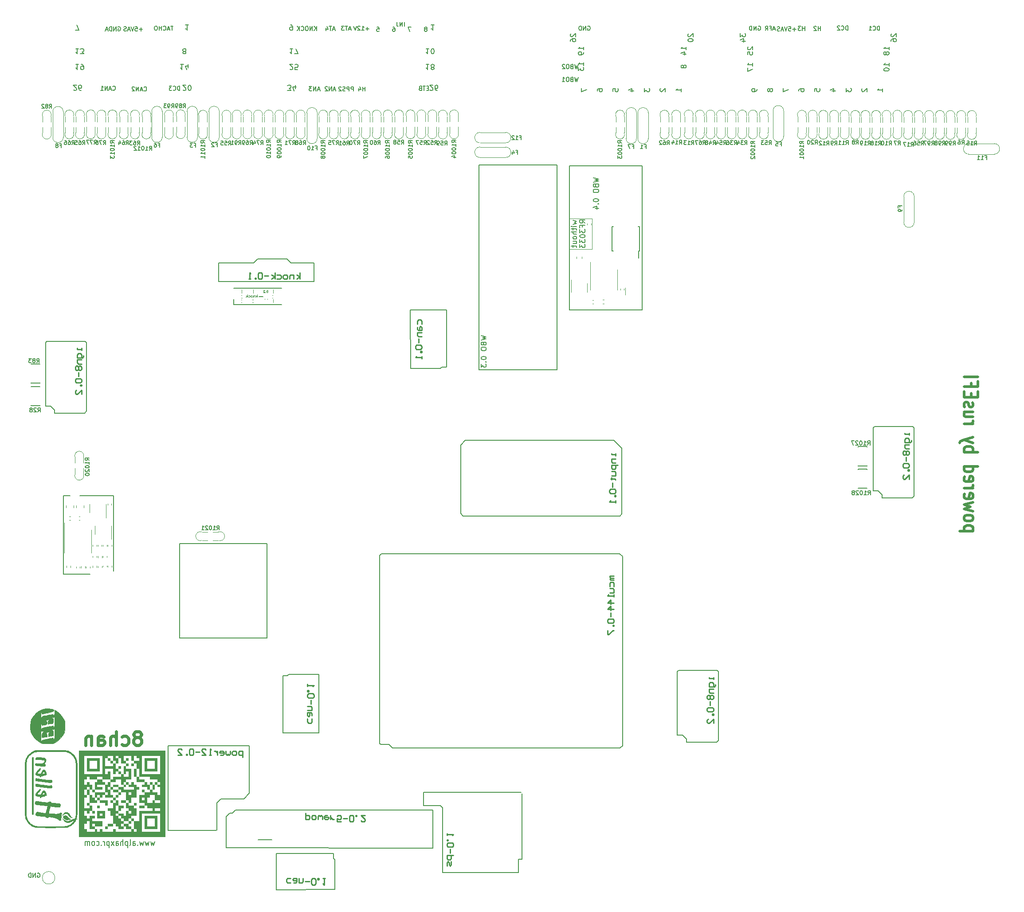
<source format=gbo>
G75*
G70*
%OFA0B0*%
%FSLAX25Y25*%
%IPPOS*%
%LPD*%
%AMOC8*
5,1,8,0,0,1.08239X$1,22.5*
%
%ADD100C,0.01969*%
%ADD102C,0.00472*%
%ADD108C,0.00669*%
%ADD110C,0.00500*%
%ADD111C,0.00591*%
%ADD113C,0.00390*%
%ADD114C,0.01000*%
%ADD122C,0.00512*%
%ADD123C,0.00010*%
%ADD13C,0.02362*%
%ADD295C,0.00394*%
%ADD95C,0.00787*%
X0000000Y0000000D02*
%LPD*%
G01*
D108*
X0233568Y0648097D02*
X0232068Y0648097D01*
X0233868Y0647197D02*
X0232818Y0650347D01*
X0231768Y0647197D01*
X0231168Y0650347D02*
X0229368Y0650347D01*
X0230268Y0647197D02*
X0230268Y0650347D01*
X0226969Y0649297D02*
X0226969Y0647197D01*
X0227718Y0650497D02*
X0228468Y0648247D01*
X0226519Y0648247D01*
X0245576Y0648294D02*
X0244076Y0648294D01*
X0245876Y0647394D02*
X0244826Y0650544D01*
X0243776Y0647394D01*
X0243176Y0650544D02*
X0241376Y0650544D01*
X0242276Y0647394D02*
X0242276Y0650544D01*
X0240626Y0650544D02*
X0238676Y0650544D01*
X0239726Y0649344D01*
X0239276Y0649344D01*
X0238976Y0649194D01*
X0238826Y0649044D01*
X0238676Y0648744D01*
X0238676Y0647994D01*
X0238826Y0647694D01*
X0238976Y0647544D01*
X0239276Y0647394D01*
X0240176Y0647394D01*
X0240476Y0647544D01*
X0240626Y0647694D01*
X0580127Y0648200D02*
X0577728Y0648200D01*
X0578928Y0647000D02*
X0578928Y0649400D01*
X0574728Y0650150D02*
X0576228Y0650150D01*
X0576378Y0648650D01*
X0576228Y0648800D01*
X0575928Y0648950D01*
X0575178Y0648950D01*
X0574878Y0648800D01*
X0574728Y0648650D01*
X0574578Y0648350D01*
X0574578Y0647600D01*
X0574728Y0647300D01*
X0574878Y0647150D01*
X0575178Y0647000D01*
X0575928Y0647000D01*
X0576228Y0647150D01*
X0576378Y0647300D01*
X0573678Y0650150D02*
X0572628Y0647000D01*
X0571579Y0650150D01*
X0570679Y0647900D02*
X0569179Y0647900D01*
X0570979Y0647000D02*
X0569929Y0650150D01*
X0568879Y0647000D01*
X0567979Y0647150D02*
X0567529Y0647000D01*
X0566779Y0647000D01*
X0566479Y0647150D01*
X0566329Y0647300D01*
X0566179Y0647600D01*
X0566179Y0647900D01*
X0566329Y0648200D01*
X0566479Y0648350D01*
X0566779Y0648500D01*
X0567379Y0648650D01*
X0567679Y0648800D01*
X0567829Y0648950D01*
X0567979Y0649250D01*
X0567979Y0649550D01*
X0567829Y0649850D01*
X0567679Y0650000D01*
X0567379Y0650150D01*
X0566629Y0650150D01*
X0566179Y0650000D01*
X0304040Y0603965D02*
X0302990Y0603965D01*
X0302540Y0602315D02*
X0304040Y0602315D01*
X0304040Y0605465D01*
X0302540Y0605465D01*
X0301640Y0605465D02*
X0299841Y0605465D01*
X0300741Y0602315D02*
X0300741Y0605465D01*
X0297741Y0603965D02*
X0297291Y0603815D01*
X0297141Y0603665D01*
X0296991Y0603365D01*
X0296991Y0602915D01*
X0297141Y0602615D01*
X0297291Y0602465D01*
X0297591Y0602315D01*
X0298791Y0602315D01*
X0298791Y0605465D01*
X0297741Y0605465D01*
X0297441Y0605315D01*
X0297291Y0605165D01*
X0297141Y0604865D01*
X0297141Y0604565D01*
X0297291Y0604265D01*
X0297441Y0604115D01*
X0297741Y0603965D01*
X0298791Y0603965D01*
D95*
X0098191Y0037627D02*
X0097441Y0034477D01*
X0096691Y0036727D01*
X0095941Y0034477D01*
X0095191Y0037627D01*
X0094066Y0037627D02*
X0093316Y0034477D01*
X0092567Y0036727D01*
X0091817Y0034477D01*
X0091067Y0037627D01*
X0089942Y0037627D02*
X0089192Y0034477D01*
X0088442Y0036727D01*
X0087692Y0034477D01*
X0086942Y0037627D01*
X0085442Y0034927D02*
X0085255Y0034702D01*
X0085442Y0034477D01*
X0085630Y0034702D01*
X0085442Y0034927D01*
X0085442Y0034477D01*
X0081880Y0034477D02*
X0081880Y0036952D01*
X0082068Y0037402D01*
X0082443Y0037627D01*
X0083193Y0037627D01*
X0083568Y0037402D01*
X0081880Y0034702D02*
X0082255Y0034477D01*
X0083193Y0034477D01*
X0083568Y0034702D01*
X0083755Y0035152D01*
X0083755Y0035602D01*
X0083568Y0036052D01*
X0083193Y0036277D01*
X0082255Y0036277D01*
X0081880Y0036502D01*
X0079443Y0034477D02*
X0079818Y0034702D01*
X0080006Y0035152D01*
X0080006Y0039201D01*
X0077943Y0037627D02*
X0077943Y0032902D01*
X0077943Y0037402D02*
X0077568Y0037627D01*
X0076819Y0037627D01*
X0076444Y0037402D01*
X0076256Y0037177D01*
X0076069Y0036727D01*
X0076069Y0035377D01*
X0076256Y0034927D01*
X0076444Y0034702D01*
X0076819Y0034477D01*
X0077568Y0034477D01*
X0077943Y0034702D01*
X0074381Y0034477D02*
X0074381Y0039201D01*
X0072694Y0034477D02*
X0072694Y0036952D01*
X0072882Y0037402D01*
X0073256Y0037627D01*
X0073819Y0037627D01*
X0074194Y0037402D01*
X0074381Y0037177D01*
X0069132Y0034477D02*
X0069132Y0036952D01*
X0069319Y0037402D01*
X0069694Y0037627D01*
X0070444Y0037627D01*
X0070819Y0037402D01*
X0069132Y0034702D02*
X0069507Y0034477D01*
X0070444Y0034477D01*
X0070819Y0034702D01*
X0071007Y0035152D01*
X0071007Y0035602D01*
X0070819Y0036052D01*
X0070444Y0036277D01*
X0069507Y0036277D01*
X0069132Y0036502D01*
X0067632Y0034477D02*
X0065570Y0037627D01*
X0067632Y0037627D02*
X0065570Y0034477D01*
X0064070Y0037627D02*
X0064070Y0032902D01*
X0064070Y0037402D02*
X0063695Y0037627D01*
X0062945Y0037627D01*
X0062570Y0037402D01*
X0062383Y0037177D01*
X0062195Y0036727D01*
X0062195Y0035377D01*
X0062383Y0034927D01*
X0062570Y0034702D01*
X0062945Y0034477D01*
X0063695Y0034477D01*
X0064070Y0034702D01*
X0060508Y0034477D02*
X0060508Y0037627D01*
X0060508Y0036727D02*
X0060321Y0037177D01*
X0060133Y0037402D01*
X0059758Y0037627D01*
X0059383Y0037627D01*
X0058071Y0034927D02*
X0057883Y0034702D01*
X0058071Y0034477D01*
X0058258Y0034702D01*
X0058071Y0034927D01*
X0058071Y0034477D01*
X0054509Y0034702D02*
X0054884Y0034477D01*
X0055634Y0034477D01*
X0056009Y0034702D01*
X0056196Y0034927D01*
X0056384Y0035377D01*
X0056384Y0036727D01*
X0056196Y0037177D01*
X0056009Y0037402D01*
X0055634Y0037627D01*
X0054884Y0037627D01*
X0054509Y0037402D01*
X0052259Y0034477D02*
X0052634Y0034702D01*
X0052822Y0034927D01*
X0053009Y0035377D01*
X0053009Y0036727D01*
X0052822Y0037177D01*
X0052634Y0037402D01*
X0052259Y0037627D01*
X0051697Y0037627D01*
X0051322Y0037402D01*
X0051134Y0037177D01*
X0050947Y0036727D01*
X0050947Y0035377D01*
X0051134Y0034927D01*
X0051322Y0034702D01*
X0051697Y0034477D01*
X0052259Y0034477D01*
X0049259Y0034477D02*
X0049259Y0037627D01*
X0049259Y0037177D02*
X0049072Y0037402D01*
X0048697Y0037627D01*
X0048135Y0037627D01*
X0047760Y0037402D01*
X0047572Y0036952D01*
X0047572Y0034477D01*
X0047572Y0036952D02*
X0047385Y0037402D01*
X0047010Y0037627D01*
X0046447Y0037627D01*
X0046072Y0037402D01*
X0045885Y0036952D01*
X0045885Y0034477D01*
D108*
X0586809Y0647319D02*
X0586809Y0650469D01*
X0586809Y0648969D02*
X0585009Y0648969D01*
X0585009Y0647319D02*
X0585009Y0650469D01*
X0583809Y0650469D02*
X0581859Y0650469D01*
X0582909Y0649269D01*
X0582459Y0649269D01*
X0582159Y0649119D01*
X0582009Y0648969D01*
X0581859Y0648669D01*
X0581859Y0647919D01*
X0582009Y0647619D01*
X0582159Y0647469D01*
X0582459Y0647319D01*
X0583359Y0647319D01*
X0583659Y0647469D01*
X0583809Y0647619D01*
X0088986Y0648200D02*
X0086586Y0648200D01*
X0087786Y0647000D02*
X0087786Y0649400D01*
X0083586Y0650150D02*
X0085086Y0650150D01*
X0085236Y0648650D01*
X0085086Y0648800D01*
X0084786Y0648950D01*
X0084036Y0648950D01*
X0083736Y0648800D01*
X0083586Y0648650D01*
X0083436Y0648350D01*
X0083436Y0647600D01*
X0083586Y0647300D01*
X0083736Y0647150D01*
X0084036Y0647000D01*
X0084786Y0647000D01*
X0085086Y0647150D01*
X0085236Y0647300D01*
X0082537Y0650150D02*
X0081487Y0647000D01*
X0080437Y0650150D01*
X0079537Y0647900D02*
X0078037Y0647900D01*
X0079837Y0647000D02*
X0078787Y0650150D01*
X0077737Y0647000D01*
X0076837Y0647150D02*
X0076387Y0647000D01*
X0075637Y0647000D01*
X0075337Y0647150D01*
X0075187Y0647300D01*
X0075037Y0647600D01*
X0075037Y0647900D01*
X0075187Y0648200D01*
X0075337Y0648350D01*
X0075637Y0648500D01*
X0076237Y0648650D01*
X0076537Y0648800D01*
X0076687Y0648950D01*
X0076837Y0649250D01*
X0076837Y0649550D01*
X0076687Y0649850D01*
X0076537Y0650000D01*
X0076237Y0650150D01*
X0075487Y0650150D01*
X0075037Y0650000D01*
X0070679Y0650000D02*
X0070979Y0650150D01*
X0071429Y0650150D01*
X0071879Y0650000D01*
X0072178Y0649700D01*
X0072328Y0649400D01*
X0072478Y0648800D01*
X0072478Y0648350D01*
X0072328Y0647750D01*
X0072178Y0647450D01*
X0071879Y0647150D01*
X0071429Y0647000D01*
X0071129Y0647000D01*
X0070679Y0647150D01*
X0070529Y0647300D01*
X0070529Y0648350D01*
X0071129Y0648350D01*
X0069179Y0647000D02*
X0069179Y0650150D01*
X0067379Y0647000D01*
X0067379Y0650150D01*
X0065879Y0647000D02*
X0065879Y0650150D01*
X0065129Y0650150D01*
X0064679Y0650000D01*
X0064379Y0649700D01*
X0064229Y0649400D01*
X0064079Y0648800D01*
X0064079Y0648350D01*
X0064229Y0647750D01*
X0064379Y0647450D01*
X0064679Y0647150D01*
X0065129Y0647000D01*
X0065879Y0647000D01*
X0062880Y0647900D02*
X0061380Y0647900D01*
X0063180Y0647000D02*
X0062130Y0650150D01*
X0061080Y0647000D01*
X0066714Y0602615D02*
X0066864Y0602465D01*
X0067313Y0602315D01*
X0067613Y0602315D01*
X0068063Y0602465D01*
X0068363Y0602765D01*
X0068513Y0603065D01*
X0068663Y0603665D01*
X0068663Y0604115D01*
X0068513Y0604715D01*
X0068363Y0605015D01*
X0068063Y0605315D01*
X0067613Y0605465D01*
X0067313Y0605465D01*
X0066864Y0605315D01*
X0066714Y0605165D01*
X0065514Y0603215D02*
X0064014Y0603215D01*
X0065814Y0602315D02*
X0064764Y0605465D01*
X0063714Y0602315D01*
X0062664Y0602315D02*
X0062664Y0605465D01*
X0060864Y0602315D01*
X0060864Y0605465D01*
X0057715Y0602315D02*
X0059514Y0602315D01*
X0058615Y0602315D02*
X0058615Y0605465D01*
X0058915Y0605015D01*
X0059214Y0604715D01*
X0059514Y0604565D01*
X0302268Y0648406D02*
X0302568Y0648556D01*
X0302718Y0648706D01*
X0302868Y0649006D01*
X0302868Y0649156D01*
X0302718Y0649456D01*
X0302568Y0649606D01*
X0302268Y0649756D01*
X0301669Y0649756D01*
X0301369Y0649606D01*
X0301219Y0649456D01*
X0301069Y0649156D01*
X0301069Y0649006D01*
X0301219Y0648706D01*
X0301369Y0648556D01*
X0301669Y0648406D01*
X0302268Y0648406D01*
X0302568Y0648256D01*
X0302718Y0648106D01*
X0302868Y0647807D01*
X0302868Y0647207D01*
X0302718Y0646907D01*
X0302568Y0646757D01*
X0302268Y0646607D01*
X0301669Y0646607D01*
X0301369Y0646757D01*
X0301219Y0646907D01*
X0301069Y0647207D01*
X0301069Y0647807D01*
X0301219Y0648106D01*
X0301369Y0648256D01*
X0301669Y0648406D01*
X0265195Y0649756D02*
X0266695Y0649756D01*
X0266845Y0648256D01*
X0266695Y0648406D01*
X0266395Y0648556D01*
X0265645Y0648556D01*
X0265345Y0648406D01*
X0265195Y0648256D01*
X0265045Y0647957D01*
X0265045Y0647207D01*
X0265195Y0646907D01*
X0265345Y0646757D01*
X0265645Y0646607D01*
X0266395Y0646607D01*
X0266695Y0646757D01*
X0266845Y0646907D01*
X0551809Y0650394D02*
X0552109Y0650544D01*
X0552559Y0650544D01*
X0553009Y0650394D01*
X0553309Y0650094D01*
X0553459Y0649794D01*
X0553609Y0649194D01*
X0553609Y0648744D01*
X0553459Y0648144D01*
X0553309Y0647844D01*
X0553009Y0647544D01*
X0552559Y0647394D01*
X0552259Y0647394D01*
X0551809Y0647544D01*
X0551659Y0647694D01*
X0551659Y0648744D01*
X0552259Y0648744D01*
X0550309Y0647394D02*
X0550309Y0650544D01*
X0548510Y0647394D01*
X0548510Y0650544D01*
X0547010Y0647394D02*
X0547010Y0650544D01*
X0546260Y0650544D01*
X0545810Y0650394D01*
X0545510Y0650094D01*
X0545360Y0649794D01*
X0545210Y0649194D01*
X0545210Y0648744D01*
X0545360Y0648144D01*
X0545510Y0647844D01*
X0545810Y0647544D01*
X0546260Y0647394D01*
X0547010Y0647394D01*
D13*
X0086297Y0115786D02*
X0087272Y0116273D01*
X0087760Y0116760D01*
X0088247Y0117735D01*
X0088247Y0118223D01*
X0087760Y0119198D01*
X0087272Y0119685D01*
X0086297Y0120172D01*
X0084348Y0120172D01*
X0083373Y0119685D01*
X0082885Y0119198D01*
X0082398Y0118223D01*
X0082398Y0117735D01*
X0082885Y0116760D01*
X0083373Y0116273D01*
X0084348Y0115786D01*
X0086297Y0115786D01*
X0087272Y0115298D01*
X0087760Y0114811D01*
X0088247Y0113836D01*
X0088247Y0111886D01*
X0087760Y0110911D01*
X0087272Y0110424D01*
X0086297Y0109936D01*
X0084348Y0109936D01*
X0083373Y0110424D01*
X0082885Y0110911D01*
X0082398Y0111886D01*
X0082398Y0113836D01*
X0082885Y0114811D01*
X0083373Y0115298D01*
X0084348Y0115786D01*
X0073624Y0110424D02*
X0074599Y0109936D01*
X0076549Y0109936D01*
X0077523Y0110424D01*
X0078011Y0110911D01*
X0078498Y0111886D01*
X0078498Y0114811D01*
X0078011Y0115786D01*
X0077523Y0116273D01*
X0076549Y0116760D01*
X0074599Y0116760D01*
X0073624Y0116273D01*
X0069237Y0109936D02*
X0069237Y0120172D01*
X0064850Y0109936D02*
X0064850Y0115298D01*
X0065337Y0116273D01*
X0066312Y0116760D01*
X0067775Y0116760D01*
X0068750Y0116273D01*
X0069237Y0115786D01*
X0055589Y0109936D02*
X0055589Y0115298D01*
X0056076Y0116273D01*
X0057051Y0116760D01*
X0059001Y0116760D01*
X0059976Y0116273D01*
X0055589Y0110424D02*
X0056564Y0109936D01*
X0059001Y0109936D01*
X0059976Y0110424D01*
X0060463Y0111399D01*
X0060463Y0112373D01*
X0059976Y0113348D01*
X0059001Y0113836D01*
X0056564Y0113836D01*
X0055589Y0114323D01*
X0050714Y0116760D02*
X0050714Y0109936D01*
X0050714Y0115786D02*
X0050227Y0116273D01*
X0049252Y0116760D01*
X0047790Y0116760D01*
X0046815Y0116273D01*
X0046327Y0115298D01*
X0046327Y0109936D01*
D108*
X0247525Y0601725D02*
X0247525Y0604874D01*
X0246325Y0604874D01*
X0246025Y0604724D01*
X0245876Y0604574D01*
X0245726Y0604274D01*
X0245726Y0603825D01*
X0245876Y0603525D01*
X0246025Y0603375D01*
X0246325Y0603225D01*
X0247525Y0603225D01*
X0244376Y0601725D02*
X0244376Y0604874D01*
X0243176Y0604874D01*
X0242876Y0604724D01*
X0242726Y0604574D01*
X0242576Y0604274D01*
X0242576Y0603825D01*
X0242726Y0603525D01*
X0242876Y0603375D01*
X0243176Y0603225D01*
X0244376Y0603225D01*
X0241376Y0601875D02*
X0240926Y0601725D01*
X0240176Y0601725D01*
X0239876Y0601875D01*
X0239726Y0602025D01*
X0239576Y0602325D01*
X0239576Y0602625D01*
X0239726Y0602925D01*
X0239876Y0603075D01*
X0240176Y0603225D01*
X0240776Y0603375D01*
X0241076Y0603525D01*
X0241226Y0603675D01*
X0241376Y0603975D01*
X0241376Y0604274D01*
X0241226Y0604574D01*
X0241076Y0604724D01*
X0240776Y0604874D01*
X0240026Y0604874D01*
X0239576Y0604724D01*
X0238376Y0604574D02*
X0238226Y0604724D01*
X0237927Y0604874D01*
X0237177Y0604874D01*
X0236877Y0604724D01*
X0236727Y0604574D01*
X0236577Y0604274D01*
X0236577Y0603975D01*
X0236727Y0603525D01*
X0238526Y0601725D01*
X0236577Y0601725D01*
X0290814Y0649756D02*
X0288714Y0649756D01*
X0290064Y0646607D01*
D100*
X0713375Y0270940D02*
X0703138Y0270940D01*
X0712887Y0270940D02*
X0713375Y0271765D01*
X0713375Y0273415D01*
X0712887Y0274240D01*
X0712400Y0274652D01*
X0711425Y0275065D01*
X0708500Y0275065D01*
X0707525Y0274652D01*
X0707038Y0274240D01*
X0706550Y0273415D01*
X0706550Y0271765D01*
X0707038Y0270940D01*
X0706550Y0280014D02*
X0707038Y0279189D01*
X0707525Y0278777D01*
X0708500Y0278364D01*
X0711425Y0278364D01*
X0712400Y0278777D01*
X0712887Y0279189D01*
X0713375Y0280014D01*
X0713375Y0281251D01*
X0712887Y0282076D01*
X0712400Y0282489D01*
X0711425Y0282901D01*
X0708500Y0282901D01*
X0707525Y0282489D01*
X0707038Y0282076D01*
X0706550Y0281251D01*
X0706550Y0280014D01*
X0713375Y0285788D02*
X0706550Y0287438D01*
X0711425Y0289088D01*
X0706550Y0290738D01*
X0713375Y0292388D01*
X0707038Y0298987D02*
X0706550Y0298162D01*
X0706550Y0296512D01*
X0707038Y0295687D01*
X0708013Y0295275D01*
X0711912Y0295275D01*
X0712887Y0295687D01*
X0713375Y0296512D01*
X0713375Y0298162D01*
X0712887Y0298987D01*
X0711912Y0299399D01*
X0710937Y0299399D01*
X0709963Y0295275D01*
X0706550Y0303111D02*
X0713375Y0303111D01*
X0711425Y0303111D02*
X0712400Y0303524D01*
X0712887Y0303936D01*
X0713375Y0304761D01*
X0713375Y0305586D01*
X0707038Y0311773D02*
X0706550Y0310948D01*
X0706550Y0309298D01*
X0707038Y0308473D01*
X0708013Y0308061D01*
X0711912Y0308061D01*
X0712887Y0308473D01*
X0713375Y0309298D01*
X0713375Y0310948D01*
X0712887Y0311773D01*
X0711912Y0312185D01*
X0710937Y0312185D01*
X0709963Y0308061D01*
X0706550Y0319609D02*
X0716787Y0319609D01*
X0707038Y0319609D02*
X0706550Y0318784D01*
X0706550Y0317134D01*
X0707038Y0316310D01*
X0707525Y0315897D01*
X0708500Y0315485D01*
X0711425Y0315485D01*
X0712400Y0315897D01*
X0712887Y0316310D01*
X0713375Y0317134D01*
X0713375Y0318784D01*
X0712887Y0319609D01*
X0706550Y0330333D02*
X0716787Y0330333D01*
X0712887Y0330333D02*
X0713375Y0331158D01*
X0713375Y0332807D01*
X0712887Y0333632D01*
X0712400Y0334045D01*
X0711425Y0334457D01*
X0708500Y0334457D01*
X0707525Y0334045D01*
X0707038Y0333632D01*
X0706550Y0332807D01*
X0706550Y0331158D01*
X0707038Y0330333D01*
X0713375Y0337344D02*
X0706550Y0339407D01*
X0713375Y0341469D02*
X0706550Y0339407D01*
X0704113Y0338582D01*
X0703626Y0338169D01*
X0703138Y0337344D01*
X0706550Y0351368D02*
X0713375Y0351368D01*
X0711425Y0351368D02*
X0712400Y0351780D01*
X0712887Y0352193D01*
X0713375Y0353017D01*
X0713375Y0353842D01*
X0713375Y0360442D02*
X0706550Y0360442D01*
X0713375Y0356729D02*
X0708013Y0356729D01*
X0707038Y0357142D01*
X0706550Y0357967D01*
X0706550Y0359204D01*
X0707038Y0360029D01*
X0707525Y0360442D01*
X0707038Y0364154D02*
X0706550Y0364978D01*
X0706550Y0366628D01*
X0707038Y0367453D01*
X0708013Y0367866D01*
X0708500Y0367866D01*
X0709475Y0367453D01*
X0709963Y0366628D01*
X0709963Y0365391D01*
X0710450Y0364566D01*
X0711425Y0364154D01*
X0711912Y0364154D01*
X0712887Y0364566D01*
X0713375Y0365391D01*
X0713375Y0366628D01*
X0712887Y0367453D01*
X0711912Y0371578D02*
X0711912Y0374465D01*
X0706550Y0375702D02*
X0706550Y0371578D01*
X0716787Y0371578D01*
X0716787Y0375702D01*
X0711912Y0382301D02*
X0711912Y0379414D01*
X0706550Y0379414D02*
X0716787Y0379414D01*
X0716787Y0383539D01*
X0706550Y0386838D02*
X0716787Y0386838D01*
D108*
X0416507Y0612158D02*
X0415757Y0609008D01*
X0415157Y0611258D01*
X0414558Y0609008D01*
X0413808Y0612158D01*
X0411558Y0610658D02*
X0411108Y0610508D01*
X0410958Y0610358D01*
X0410808Y0610058D01*
X0410808Y0609608D01*
X0410958Y0609308D01*
X0411108Y0609158D01*
X0411408Y0609008D01*
X0412608Y0609008D01*
X0412608Y0612158D01*
X0411558Y0612158D01*
X0411258Y0612008D01*
X0411108Y0611858D01*
X0410958Y0611558D01*
X0410958Y0611258D01*
X0411108Y0610958D01*
X0411258Y0610808D01*
X0411558Y0610658D01*
X0412608Y0610658D01*
X0408858Y0612158D02*
X0408258Y0612158D01*
X0407958Y0612008D01*
X0407658Y0611708D01*
X0407508Y0611108D01*
X0407508Y0610058D01*
X0407658Y0609458D01*
X0407958Y0609158D01*
X0408258Y0609008D01*
X0408858Y0609008D01*
X0409158Y0609158D01*
X0409458Y0609458D01*
X0409608Y0610058D01*
X0409608Y0611108D01*
X0409458Y0611708D01*
X0409158Y0612008D01*
X0408858Y0612158D01*
X0404509Y0609008D02*
X0406309Y0609008D01*
X0405409Y0609008D02*
X0405409Y0612158D01*
X0405709Y0611708D01*
X0406009Y0611408D01*
X0406309Y0611258D01*
X0619254Y0647591D02*
X0619254Y0650741D01*
X0618504Y0650741D01*
X0618054Y0650591D01*
X0617754Y0650291D01*
X0617604Y0649991D01*
X0617454Y0649391D01*
X0617454Y0648941D01*
X0617604Y0648341D01*
X0617754Y0648041D01*
X0618054Y0647741D01*
X0618504Y0647591D01*
X0619254Y0647591D01*
X0614304Y0647891D02*
X0614454Y0647741D01*
X0614904Y0647591D01*
X0615204Y0647591D01*
X0615654Y0647741D01*
X0615954Y0648041D01*
X0616104Y0648341D01*
X0616254Y0648941D01*
X0616254Y0649391D01*
X0616104Y0649991D01*
X0615954Y0650291D01*
X0615654Y0650591D01*
X0615204Y0650741D01*
X0614904Y0650741D01*
X0614454Y0650591D01*
X0614304Y0650441D01*
X0613105Y0650441D02*
X0612955Y0650591D01*
X0612655Y0650741D01*
X0611905Y0650741D01*
X0611605Y0650591D01*
X0611455Y0650441D01*
X0611305Y0650141D01*
X0611305Y0649841D01*
X0611455Y0649391D01*
X0613255Y0647591D01*
X0611305Y0647591D01*
X0256337Y0601725D02*
X0256337Y0604874D01*
X0256337Y0603375D02*
X0254537Y0603375D01*
X0254537Y0601725D02*
X0254537Y0604874D01*
X0251687Y0603825D02*
X0251687Y0601725D01*
X0252437Y0605024D02*
X0253187Y0602775D01*
X0251237Y0602775D01*
X0234018Y0602822D02*
X0232518Y0602822D01*
X0234318Y0601922D02*
X0233268Y0605071D01*
X0232218Y0601922D01*
X0231168Y0601922D02*
X0231168Y0605071D01*
X0229368Y0601922D01*
X0229368Y0605071D01*
X0228018Y0604771D02*
X0227868Y0604921D01*
X0227568Y0605071D01*
X0226819Y0605071D01*
X0226519Y0604921D01*
X0226369Y0604771D01*
X0226219Y0604471D01*
X0226219Y0604171D01*
X0226369Y0603721D01*
X0228168Y0601922D01*
X0226219Y0601922D01*
X0222207Y0602822D02*
X0220707Y0602822D01*
X0222507Y0601922D02*
X0221457Y0605071D01*
X0220407Y0601922D01*
X0219357Y0601922D02*
X0219357Y0605071D01*
X0217557Y0601922D01*
X0217557Y0605071D01*
X0216357Y0605071D02*
X0214408Y0605071D01*
X0215457Y0603871D01*
X0215007Y0603871D01*
X0214708Y0603721D01*
X0214558Y0603571D01*
X0214408Y0603271D01*
X0214408Y0602522D01*
X0214558Y0602222D01*
X0214708Y0602072D01*
X0215007Y0601922D01*
X0215907Y0601922D01*
X0216207Y0602072D01*
X0216357Y0602222D01*
X0219873Y0647197D02*
X0219873Y0650347D01*
X0218073Y0647197D02*
X0219423Y0648997D01*
X0218073Y0650347D02*
X0219873Y0648547D01*
X0216723Y0647197D02*
X0216723Y0650347D01*
X0214923Y0647197D01*
X0214923Y0650347D01*
X0212823Y0650347D02*
X0212223Y0650347D01*
X0211924Y0650197D01*
X0211624Y0649897D01*
X0211474Y0649297D01*
X0211474Y0648247D01*
X0211624Y0647647D01*
X0211924Y0647347D01*
X0212223Y0647197D01*
X0212823Y0647197D01*
X0213123Y0647347D01*
X0213423Y0647647D01*
X0213573Y0648247D01*
X0213573Y0649297D01*
X0213423Y0649897D01*
X0213123Y0650197D01*
X0212823Y0650347D01*
X0208324Y0647497D02*
X0208474Y0647347D01*
X0208924Y0647197D01*
X0209224Y0647197D01*
X0209674Y0647347D01*
X0209974Y0647647D01*
X0210124Y0647947D01*
X0210274Y0648547D01*
X0210274Y0648997D01*
X0210124Y0649597D01*
X0209974Y0649897D01*
X0209674Y0650197D01*
X0209224Y0650347D01*
X0208924Y0650347D01*
X0208474Y0650197D01*
X0208324Y0650047D01*
X0206974Y0647197D02*
X0206974Y0650347D01*
X0205174Y0647197D02*
X0206524Y0648997D01*
X0205174Y0650347D02*
X0206974Y0648547D01*
X0598643Y0647235D02*
X0598643Y0650385D01*
X0598643Y0648885D02*
X0596843Y0648885D01*
X0596843Y0647235D02*
X0596843Y0650385D01*
X0595493Y0650085D02*
X0595343Y0650235D01*
X0595043Y0650385D01*
X0594294Y0650385D01*
X0593994Y0650235D01*
X0593844Y0650085D01*
X0593694Y0649785D01*
X0593694Y0649485D01*
X0593844Y0649035D01*
X0595643Y0647235D01*
X0593694Y0647235D01*
X0259289Y0648594D02*
X0256890Y0648594D01*
X0258090Y0647394D02*
X0258090Y0649794D01*
X0253740Y0647394D02*
X0255540Y0647394D01*
X0254640Y0647394D02*
X0254640Y0650544D01*
X0254940Y0650094D01*
X0255240Y0649794D01*
X0255540Y0649644D01*
X0252540Y0650244D02*
X0252390Y0650394D01*
X0252090Y0650544D01*
X0251340Y0650544D01*
X0251040Y0650394D01*
X0250891Y0650244D01*
X0250741Y0649944D01*
X0250741Y0649644D01*
X0250891Y0649194D01*
X0252690Y0647394D01*
X0250741Y0647394D01*
X0249841Y0650544D02*
X0248791Y0647394D01*
X0247741Y0650544D01*
X0423660Y0650394D02*
X0423960Y0650544D01*
X0424409Y0650544D01*
X0424859Y0650394D01*
X0425159Y0650094D01*
X0425309Y0649794D01*
X0425459Y0649194D01*
X0425459Y0648744D01*
X0425309Y0648144D01*
X0425159Y0647844D01*
X0424859Y0647544D01*
X0424409Y0647394D01*
X0424109Y0647394D01*
X0423660Y0647544D01*
X0423510Y0647694D01*
X0423510Y0648744D01*
X0424109Y0648744D01*
X0422160Y0647394D02*
X0422160Y0650544D01*
X0420360Y0647394D01*
X0420360Y0650544D01*
X0418860Y0647394D02*
X0418860Y0650544D01*
X0418110Y0650544D01*
X0417660Y0650394D01*
X0417360Y0650094D01*
X0417210Y0649794D01*
X0417060Y0649194D01*
X0417060Y0648744D01*
X0417210Y0648144D01*
X0417360Y0647844D01*
X0417660Y0647544D01*
X0418110Y0647394D01*
X0418860Y0647394D01*
X0564501Y0648294D02*
X0563001Y0648294D01*
X0564801Y0647394D02*
X0563751Y0650544D01*
X0562702Y0647394D01*
X0560602Y0649044D02*
X0561652Y0649044D01*
X0561652Y0647394D02*
X0561652Y0650544D01*
X0560152Y0650544D01*
X0557152Y0647394D02*
X0558202Y0648894D01*
X0558952Y0647394D02*
X0558952Y0650544D01*
X0557752Y0650544D01*
X0557452Y0650394D01*
X0557302Y0650244D01*
X0557152Y0649944D01*
X0557152Y0649494D01*
X0557302Y0649194D01*
X0557452Y0649044D01*
X0557752Y0648894D01*
X0558952Y0648894D01*
X0117088Y0602315D02*
X0117088Y0605465D01*
X0116339Y0605465D01*
X0115889Y0605315D01*
X0115589Y0605015D01*
X0115439Y0604715D01*
X0115289Y0604115D01*
X0115289Y0603665D01*
X0115439Y0603065D01*
X0115589Y0602765D01*
X0115889Y0602465D01*
X0116339Y0602315D01*
X0117088Y0602315D01*
X0112139Y0602615D02*
X0112289Y0602465D01*
X0112739Y0602315D01*
X0113039Y0602315D01*
X0113489Y0602465D01*
X0113789Y0602765D01*
X0113939Y0603065D01*
X0114089Y0603665D01*
X0114089Y0604115D01*
X0113939Y0604715D01*
X0113789Y0605015D01*
X0113489Y0605315D01*
X0113039Y0605465D01*
X0112739Y0605465D01*
X0112289Y0605315D01*
X0112139Y0605165D01*
X0111089Y0605465D02*
X0109139Y0605465D01*
X0110189Y0604265D01*
X0109739Y0604265D01*
X0109439Y0604115D01*
X0109289Y0603965D01*
X0109139Y0603665D01*
X0109139Y0602915D01*
X0109289Y0602615D01*
X0109439Y0602465D01*
X0109739Y0602315D01*
X0110639Y0602315D01*
X0110939Y0602465D01*
X0111089Y0602615D01*
X0112045Y0650544D02*
X0110246Y0650544D01*
X0111145Y0647394D02*
X0111145Y0650544D01*
X0109346Y0648294D02*
X0107846Y0648294D01*
X0109646Y0647394D02*
X0108596Y0650544D01*
X0107546Y0647394D01*
X0104696Y0647694D02*
X0104846Y0647544D01*
X0105296Y0647394D01*
X0105596Y0647394D01*
X0106046Y0647544D01*
X0106346Y0647844D01*
X0106496Y0648144D01*
X0106646Y0648744D01*
X0106646Y0649194D01*
X0106496Y0649794D01*
X0106346Y0650094D01*
X0106046Y0650394D01*
X0105596Y0650544D01*
X0105296Y0650544D01*
X0104846Y0650394D01*
X0104696Y0650244D01*
X0103346Y0647394D02*
X0103346Y0650544D01*
X0103346Y0649044D02*
X0101547Y0649044D01*
X0101547Y0647394D02*
X0101547Y0650544D01*
X0099447Y0650544D02*
X0098847Y0650544D01*
X0098547Y0650394D01*
X0098247Y0650094D01*
X0098097Y0649494D01*
X0098097Y0648444D01*
X0098247Y0647844D01*
X0098547Y0647544D01*
X0098847Y0647394D01*
X0099447Y0647394D01*
X0099747Y0647544D01*
X0100047Y0647844D01*
X0100197Y0648444D01*
X0100197Y0649494D01*
X0100047Y0650094D01*
X0099747Y0650394D01*
X0099447Y0650544D01*
X0010137Y0013622D02*
X0010444Y0013776D01*
X0010906Y0013776D01*
X0011367Y0013622D01*
X0011674Y0013315D01*
X0011828Y0013007D01*
X0011982Y0012392D01*
X0011982Y0011931D01*
X0011828Y0011316D01*
X0011674Y0011009D01*
X0011367Y0010701D01*
X0010906Y0010547D01*
X0010598Y0010547D01*
X0010137Y0010701D01*
X0009983Y0010855D01*
X0009983Y0011931D01*
X0010598Y0011931D01*
X0008600Y0010547D02*
X0008600Y0013776D01*
X0006755Y0010547D01*
X0006755Y0013776D01*
X0005217Y0010547D02*
X0005217Y0013776D01*
X0004449Y0013776D01*
X0003988Y0013622D01*
X0003680Y0013315D01*
X0003526Y0013007D01*
X0003373Y0012392D01*
X0003373Y0011931D01*
X0003526Y0011316D01*
X0003680Y0011009D01*
X0003988Y0010701D01*
X0004449Y0010547D01*
X0005217Y0010547D01*
X0090139Y0602025D02*
X0090289Y0601875D01*
X0090739Y0601725D01*
X0091039Y0601725D01*
X0091489Y0601875D01*
X0091789Y0602175D01*
X0091939Y0602475D01*
X0092088Y0603075D01*
X0092088Y0603525D01*
X0091939Y0604124D01*
X0091789Y0604424D01*
X0091489Y0604724D01*
X0091039Y0604874D01*
X0090739Y0604874D01*
X0090289Y0604724D01*
X0090139Y0604574D01*
X0088939Y0602625D02*
X0087439Y0602625D01*
X0089239Y0601725D02*
X0088189Y0604874D01*
X0087139Y0601725D01*
X0086089Y0601725D02*
X0086089Y0604874D01*
X0084289Y0601725D01*
X0084289Y0604874D01*
X0082940Y0604574D02*
X0082790Y0604724D01*
X0082490Y0604874D01*
X0081740Y0604874D01*
X0081440Y0604724D01*
X0081290Y0604574D01*
X0081140Y0604274D01*
X0081140Y0603975D01*
X0081290Y0603525D01*
X0083090Y0601725D01*
X0081140Y0601725D01*
X0285921Y0650347D02*
X0285921Y0653496D01*
X0284421Y0650347D02*
X0284421Y0653496D01*
X0282621Y0650347D01*
X0282621Y0653496D01*
X0280221Y0653496D02*
X0280221Y0651247D01*
X0280371Y0650797D01*
X0280671Y0650497D01*
X0281121Y0650347D01*
X0281421Y0650347D01*
X0416507Y0621804D02*
X0415757Y0618654D01*
X0415157Y0620904D01*
X0414558Y0618654D01*
X0413808Y0621804D01*
X0411558Y0620304D02*
X0411108Y0620154D01*
X0410958Y0620004D01*
X0410808Y0619704D01*
X0410808Y0619254D01*
X0410958Y0618954D01*
X0411108Y0618804D01*
X0411408Y0618654D01*
X0412608Y0618654D01*
X0412608Y0621804D01*
X0411558Y0621804D01*
X0411258Y0621654D01*
X0411108Y0621504D01*
X0410958Y0621204D01*
X0410958Y0620904D01*
X0411108Y0620604D01*
X0411258Y0620454D01*
X0411558Y0620304D01*
X0412608Y0620304D01*
X0408858Y0621804D02*
X0408258Y0621804D01*
X0407958Y0621654D01*
X0407658Y0621354D01*
X0407508Y0620754D01*
X0407508Y0619704D01*
X0407658Y0619104D01*
X0407958Y0618804D01*
X0408258Y0618654D01*
X0408858Y0618654D01*
X0409158Y0618804D01*
X0409458Y0619104D01*
X0409608Y0619704D01*
X0409608Y0620754D01*
X0409458Y0621354D01*
X0409158Y0621654D01*
X0408858Y0621804D01*
X0406309Y0621504D02*
X0406159Y0621654D01*
X0405859Y0621804D01*
X0405109Y0621804D01*
X0404809Y0621654D01*
X0404659Y0621504D01*
X0404509Y0621204D01*
X0404509Y0620904D01*
X0404659Y0620454D01*
X0406459Y0618654D01*
X0404509Y0618654D01*
X0643073Y0647394D02*
X0643073Y0650544D01*
X0642323Y0650544D01*
X0641873Y0650394D01*
X0641573Y0650094D01*
X0641423Y0649794D01*
X0641273Y0649194D01*
X0641273Y0648744D01*
X0641423Y0648144D01*
X0641573Y0647844D01*
X0641873Y0647544D01*
X0642323Y0647394D01*
X0643073Y0647394D01*
X0638123Y0647694D02*
X0638273Y0647544D01*
X0638723Y0647394D01*
X0639023Y0647394D01*
X0639473Y0647544D01*
X0639773Y0647844D01*
X0639923Y0648144D01*
X0640073Y0648744D01*
X0640073Y0649194D01*
X0639923Y0649794D01*
X0639773Y0650094D01*
X0639473Y0650394D01*
X0639023Y0650544D01*
X0638723Y0650544D01*
X0638273Y0650394D01*
X0638123Y0650244D01*
X0635124Y0647394D02*
X0636924Y0647394D01*
X0636024Y0647394D02*
X0636024Y0650544D01*
X0636324Y0650094D01*
X0636624Y0649794D01*
X0636924Y0649644D01*
X0277353Y0649756D02*
X0277953Y0649756D01*
X0278253Y0649606D01*
X0278403Y0649456D01*
X0278703Y0649006D01*
X0278853Y0648406D01*
X0278853Y0647207D01*
X0278703Y0646907D01*
X0278553Y0646757D01*
X0278253Y0646607D01*
X0277653Y0646607D01*
X0277353Y0646757D01*
X0277203Y0646907D01*
X0277053Y0647207D01*
X0277053Y0647957D01*
X0277203Y0648256D01*
X0277353Y0648406D01*
X0277653Y0648556D01*
X0278253Y0648556D01*
X0278553Y0648406D01*
X0278703Y0648256D01*
X0278853Y0647957D01*
D122*
X0625418Y0561864D02*
X0626402Y0563270D01*
X0627105Y0561864D02*
X0627105Y0564817D01*
X0625980Y0564817D01*
X0625699Y0564676D01*
X0625558Y0564535D01*
X0625418Y0564254D01*
X0625418Y0563832D01*
X0625558Y0563551D01*
X0625699Y0563411D01*
X0625980Y0563270D01*
X0627105Y0563270D01*
X0623730Y0563551D02*
X0624011Y0563692D01*
X0624152Y0563832D01*
X0624293Y0564114D01*
X0624293Y0564254D01*
X0624152Y0564535D01*
X0624011Y0564676D01*
X0623730Y0564817D01*
X0623168Y0564817D01*
X0622887Y0564676D01*
X0622746Y0564535D01*
X0622605Y0564254D01*
X0622605Y0564114D01*
X0622746Y0563832D01*
X0622887Y0563692D01*
X0623168Y0563551D01*
X0623730Y0563551D01*
X0624011Y0563411D01*
X0624152Y0563270D01*
X0624293Y0562989D01*
X0624293Y0562426D01*
X0624152Y0562145D01*
X0624011Y0562004D01*
X0623730Y0561864D01*
X0623168Y0561864D01*
X0622887Y0562004D01*
X0622746Y0562145D01*
X0622605Y0562426D01*
X0622605Y0562989D01*
X0622746Y0563270D01*
X0622887Y0563411D01*
X0623168Y0563551D01*
D111*
X0041061Y0621860D02*
X0038811Y0621860D01*
X0039936Y0621860D02*
X0039936Y0617923D01*
X0039561Y0618485D01*
X0039186Y0618860D01*
X0038811Y0619048D01*
X0042936Y0621860D02*
X0043686Y0621860D01*
X0044061Y0621672D01*
X0044248Y0621485D01*
X0044623Y0620922D01*
X0044811Y0620172D01*
X0044811Y0618673D01*
X0044623Y0618298D01*
X0044436Y0618110D01*
X0044061Y0617923D01*
X0043311Y0617923D01*
X0042936Y0618110D01*
X0042748Y0618298D01*
X0042561Y0618673D01*
X0042561Y0619610D01*
X0042748Y0619985D01*
X0042936Y0620172D01*
X0043311Y0620360D01*
X0044061Y0620360D01*
X0044436Y0620172D01*
X0044623Y0619985D01*
X0044811Y0619610D01*
X0041061Y0633671D02*
X0038811Y0633671D01*
X0039936Y0633671D02*
X0039936Y0629734D01*
X0039561Y0630296D01*
X0039186Y0630671D01*
X0038811Y0630859D01*
X0042373Y0629734D02*
X0044811Y0629734D01*
X0043498Y0631234D01*
X0044061Y0631234D01*
X0044436Y0631421D01*
X0044623Y0631609D01*
X0044811Y0631984D01*
X0044811Y0632921D01*
X0044623Y0633296D01*
X0044436Y0633483D01*
X0044061Y0633671D01*
X0042936Y0633671D01*
X0042561Y0633483D01*
X0042373Y0633296D01*
X0038530Y0647450D02*
X0041155Y0647450D01*
X0039468Y0651387D01*
X0119520Y0602550D02*
X0119708Y0602362D01*
X0120082Y0602175D01*
X0121020Y0602175D01*
X0121395Y0602362D01*
X0121582Y0602550D01*
X0121770Y0602925D01*
X0121770Y0603300D01*
X0121582Y0603862D01*
X0119333Y0606112D01*
X0121770Y0606112D01*
X0124207Y0602175D02*
X0124582Y0602175D01*
X0124957Y0602362D01*
X0125144Y0602550D01*
X0125332Y0602925D01*
X0125519Y0603675D01*
X0125519Y0604612D01*
X0125332Y0605362D01*
X0125144Y0605737D01*
X0124957Y0605924D01*
X0124582Y0606112D01*
X0124207Y0606112D01*
X0123832Y0605924D01*
X0123645Y0605737D01*
X0123457Y0605362D01*
X0123270Y0604612D01*
X0123270Y0603675D01*
X0123457Y0602925D01*
X0123645Y0602550D01*
X0123832Y0602362D01*
X0124207Y0602175D01*
X0037276Y0602554D02*
X0037464Y0602367D01*
X0037839Y0602179D01*
X0038776Y0602179D01*
X0039151Y0602367D01*
X0039338Y0602554D01*
X0039526Y0602929D01*
X0039526Y0603304D01*
X0039338Y0603866D01*
X0037089Y0606116D01*
X0039526Y0606116D01*
X0042901Y0602179D02*
X0042151Y0602179D01*
X0041776Y0602367D01*
X0041588Y0602554D01*
X0041213Y0603117D01*
X0041026Y0603866D01*
X0041026Y0605366D01*
X0041213Y0605741D01*
X0041401Y0605929D01*
X0041776Y0606116D01*
X0042526Y0606116D01*
X0042901Y0605929D01*
X0043088Y0605741D01*
X0043276Y0605366D01*
X0043276Y0604429D01*
X0043088Y0604054D01*
X0042901Y0603866D01*
X0042526Y0603679D01*
X0041776Y0603679D01*
X0041401Y0603866D01*
X0041213Y0604054D01*
X0041026Y0604429D01*
X0120176Y0631421D02*
X0119801Y0631234D01*
X0119614Y0631046D01*
X0119426Y0630671D01*
X0119426Y0630484D01*
X0119614Y0630109D01*
X0119801Y0629921D01*
X0120176Y0629734D01*
X0120926Y0629734D01*
X0121301Y0629921D01*
X0121489Y0630109D01*
X0121676Y0630484D01*
X0121676Y0630671D01*
X0121489Y0631046D01*
X0121301Y0631234D01*
X0120926Y0631421D01*
X0120176Y0631421D01*
X0119801Y0631609D01*
X0119614Y0631796D01*
X0119426Y0632171D01*
X0119426Y0632921D01*
X0119614Y0633296D01*
X0119801Y0633483D01*
X0120176Y0633671D01*
X0120926Y0633671D01*
X0121301Y0633483D01*
X0121489Y0633296D01*
X0121676Y0632921D01*
X0121676Y0632171D01*
X0121489Y0631796D01*
X0121301Y0631609D01*
X0120926Y0631421D01*
X0119801Y0621860D02*
X0117552Y0621860D01*
X0118676Y0621860D02*
X0118676Y0617923D01*
X0118301Y0618485D01*
X0117927Y0618860D01*
X0117552Y0619048D01*
X0123176Y0619235D02*
X0123176Y0621860D01*
X0122238Y0617735D02*
X0121301Y0620547D01*
X0123738Y0620547D01*
X0123645Y0651387D02*
X0121395Y0651387D01*
X0122520Y0651387D02*
X0122520Y0647450D01*
X0122145Y0648013D01*
X0121770Y0648388D01*
X0121395Y0648575D01*
D110*
X0110858Y0589037D02*
X0111858Y0590465D01*
X0112572Y0589037D02*
X0112572Y0592037D01*
X0111429Y0592037D01*
X0111143Y0591894D01*
X0111001Y0591751D01*
X0110858Y0591465D01*
X0110858Y0591037D01*
X0111001Y0590751D01*
X0111143Y0590608D01*
X0111429Y0590465D01*
X0112572Y0590465D01*
X0109429Y0589037D02*
X0108858Y0589037D01*
X0108572Y0589179D01*
X0108429Y0589322D01*
X0108143Y0589751D01*
X0108001Y0590322D01*
X0108001Y0591465D01*
X0108143Y0591751D01*
X0108286Y0591894D01*
X0108572Y0592037D01*
X0109143Y0592037D01*
X0109429Y0591894D01*
X0109572Y0591751D01*
X0109715Y0591465D01*
X0109715Y0590751D01*
X0109572Y0590465D01*
X0109429Y0590322D01*
X0109143Y0590179D01*
X0108572Y0590179D01*
X0108286Y0590322D01*
X0108143Y0590465D01*
X0108001Y0590751D01*
X0107001Y0592037D02*
X0105143Y0592037D01*
X0106143Y0590894D01*
X0105715Y0590894D01*
X0105429Y0590751D01*
X0105286Y0590608D01*
X0105143Y0590322D01*
X0105143Y0589608D01*
X0105286Y0589322D01*
X0105429Y0589179D01*
X0105715Y0589037D01*
X0106572Y0589037D01*
X0106858Y0589179D01*
X0107001Y0589322D01*
X0316141Y0561064D02*
X0317141Y0562493D01*
X0317855Y0561064D02*
X0317855Y0564064D01*
X0316713Y0564064D01*
X0316427Y0563921D01*
X0316284Y0563778D01*
X0316141Y0563493D01*
X0316141Y0563064D01*
X0316284Y0562778D01*
X0316427Y0562635D01*
X0316713Y0562493D01*
X0317855Y0562493D01*
X0313427Y0564064D02*
X0314855Y0564064D01*
X0314998Y0562635D01*
X0314855Y0562778D01*
X0314570Y0562921D01*
X0313855Y0562921D01*
X0313570Y0562778D01*
X0313427Y0562635D01*
X0313284Y0562350D01*
X0313284Y0561635D01*
X0313427Y0561350D01*
X0313570Y0561207D01*
X0313855Y0561064D01*
X0314570Y0561064D01*
X0314855Y0561207D01*
X0314998Y0561350D01*
X0311855Y0561064D02*
X0311284Y0561064D01*
X0310998Y0561207D01*
X0310855Y0561350D01*
X0310570Y0561778D01*
X0310427Y0562350D01*
X0310427Y0563493D01*
X0310570Y0563778D01*
X0310713Y0563921D01*
X0310998Y0564064D01*
X0311570Y0564064D01*
X0311855Y0563921D01*
X0311998Y0563778D01*
X0312141Y0563493D01*
X0312141Y0562778D01*
X0311998Y0562493D01*
X0311855Y0562350D01*
X0311570Y0562207D01*
X0310998Y0562207D01*
X0310713Y0562350D01*
X0310570Y0562493D01*
X0310427Y0562778D01*
X0609358Y0561241D02*
X0610358Y0562670D01*
X0611073Y0561241D02*
X0611073Y0564241D01*
X0609930Y0564241D01*
X0609644Y0564098D01*
X0609501Y0563956D01*
X0609358Y0563670D01*
X0609358Y0563241D01*
X0609501Y0562956D01*
X0609644Y0562813D01*
X0609930Y0562670D01*
X0611073Y0562670D01*
X0607930Y0561241D02*
X0607358Y0561241D01*
X0607073Y0561384D01*
X0606930Y0561527D01*
X0606644Y0561956D01*
X0606501Y0562527D01*
X0606501Y0563670D01*
X0606644Y0563956D01*
X0606787Y0564098D01*
X0607073Y0564241D01*
X0607644Y0564241D01*
X0607930Y0564098D01*
X0608073Y0563956D01*
X0608215Y0563670D01*
X0608215Y0562956D01*
X0608073Y0562670D01*
X0607930Y0562527D01*
X0607644Y0562384D01*
X0607073Y0562384D01*
X0606787Y0562527D01*
X0606644Y0562670D01*
X0606501Y0562956D01*
X0209858Y0561478D02*
X0210858Y0562906D01*
X0211572Y0561478D02*
X0211572Y0564478D01*
X0210429Y0564478D01*
X0210143Y0564335D01*
X0210001Y0564192D01*
X0209858Y0563906D01*
X0209858Y0563478D01*
X0210001Y0563192D01*
X0210143Y0563049D01*
X0210429Y0562906D01*
X0211572Y0562906D01*
X0207286Y0564478D02*
X0207858Y0564478D01*
X0208143Y0564335D01*
X0208286Y0564192D01*
X0208572Y0563763D01*
X0208715Y0563192D01*
X0208715Y0562049D01*
X0208572Y0561763D01*
X0208429Y0561620D01*
X0208143Y0561478D01*
X0207572Y0561478D01*
X0207286Y0561620D01*
X0207143Y0561763D01*
X0207001Y0562049D01*
X0207001Y0562763D01*
X0207143Y0563049D01*
X0207286Y0563192D01*
X0207572Y0563335D01*
X0208143Y0563335D01*
X0208429Y0563192D01*
X0208572Y0563049D01*
X0208715Y0562763D01*
X0205286Y0563192D02*
X0205572Y0563335D01*
X0205715Y0563478D01*
X0205858Y0563763D01*
X0205858Y0563906D01*
X0205715Y0564192D01*
X0205572Y0564335D01*
X0205286Y0564478D01*
X0204715Y0564478D01*
X0204429Y0564335D01*
X0204286Y0564192D01*
X0204143Y0563906D01*
X0204143Y0563763D01*
X0204286Y0563478D01*
X0204429Y0563335D01*
X0204715Y0563192D01*
X0205286Y0563192D01*
X0205572Y0563049D01*
X0205715Y0562906D01*
X0205858Y0562620D01*
X0205858Y0562049D01*
X0205715Y0561763D01*
X0205572Y0561620D01*
X0205286Y0561478D01*
X0204715Y0561478D01*
X0204429Y0561620D01*
X0204286Y0561763D01*
X0204143Y0562049D01*
X0204143Y0562620D01*
X0204286Y0562906D01*
X0204429Y0563049D01*
X0204715Y0563192D01*
X0019055Y0588879D02*
X0020055Y0590308D01*
X0020769Y0588879D02*
X0020769Y0591879D01*
X0019626Y0591879D01*
X0019340Y0591736D01*
X0019197Y0591593D01*
X0019055Y0591308D01*
X0019055Y0590879D01*
X0019197Y0590593D01*
X0019340Y0590451D01*
X0019626Y0590308D01*
X0020769Y0590308D01*
X0017340Y0590593D02*
X0017626Y0590736D01*
X0017769Y0590879D01*
X0017912Y0591165D01*
X0017912Y0591308D01*
X0017769Y0591593D01*
X0017626Y0591736D01*
X0017340Y0591879D01*
X0016769Y0591879D01*
X0016483Y0591736D01*
X0016340Y0591593D01*
X0016197Y0591308D01*
X0016197Y0591165D01*
X0016340Y0590879D01*
X0016483Y0590736D01*
X0016769Y0590593D01*
X0017340Y0590593D01*
X0017626Y0590451D01*
X0017769Y0590308D01*
X0017912Y0590022D01*
X0017912Y0589451D01*
X0017769Y0589165D01*
X0017626Y0589022D01*
X0017340Y0588879D01*
X0016769Y0588879D01*
X0016483Y0589022D01*
X0016340Y0589165D01*
X0016197Y0589451D01*
X0016197Y0590022D01*
X0016340Y0590308D01*
X0016483Y0590451D01*
X0016769Y0590593D01*
X0015055Y0591593D02*
X0014912Y0591736D01*
X0014626Y0591879D01*
X0013912Y0591879D01*
X0013626Y0591736D01*
X0013483Y0591593D01*
X0013340Y0591308D01*
X0013340Y0591022D01*
X0013483Y0590593D01*
X0015197Y0588879D01*
X0013340Y0588879D01*
X0369898Y0555726D02*
X0370898Y0555726D01*
X0370898Y0554155D02*
X0370898Y0557155D01*
X0369469Y0557155D01*
X0367040Y0556155D02*
X0367040Y0554155D01*
X0367755Y0557298D02*
X0368469Y0555155D01*
X0366612Y0555155D01*
X0161385Y0561478D02*
X0162385Y0562906D01*
X0163100Y0561478D02*
X0163100Y0564478D01*
X0161957Y0564478D01*
X0161671Y0564335D01*
X0161528Y0564192D01*
X0161385Y0563906D01*
X0161385Y0563478D01*
X0161528Y0563192D01*
X0161671Y0563049D01*
X0161957Y0562906D01*
X0163100Y0562906D01*
X0159957Y0561478D02*
X0159385Y0561478D01*
X0159100Y0561620D01*
X0158957Y0561763D01*
X0158671Y0562192D01*
X0158528Y0562763D01*
X0158528Y0563906D01*
X0158671Y0564192D01*
X0158814Y0564335D01*
X0159100Y0564478D01*
X0159671Y0564478D01*
X0159957Y0564335D01*
X0160100Y0564192D01*
X0160242Y0563906D01*
X0160242Y0563192D01*
X0160100Y0562906D01*
X0159957Y0562763D01*
X0159671Y0562620D01*
X0159100Y0562620D01*
X0158814Y0562763D01*
X0158671Y0562906D01*
X0158528Y0563192D01*
X0155671Y0561478D02*
X0157385Y0561478D01*
X0156528Y0561478D02*
X0156528Y0564478D01*
X0156814Y0564049D01*
X0157100Y0563763D01*
X0157385Y0563620D01*
X0549192Y0562266D02*
X0547763Y0563266D01*
X0549192Y0563980D02*
X0546192Y0563980D01*
X0546192Y0562837D01*
X0546335Y0562552D01*
X0546478Y0562409D01*
X0546763Y0562266D01*
X0547192Y0562266D01*
X0547478Y0562409D01*
X0547620Y0562552D01*
X0547763Y0562837D01*
X0547763Y0563980D01*
X0549192Y0559409D02*
X0549192Y0561123D01*
X0549192Y0560266D02*
X0546192Y0560266D01*
X0546620Y0560552D01*
X0546906Y0560837D01*
X0547049Y0561123D01*
X0546192Y0557552D02*
X0546192Y0557266D01*
X0546335Y0556980D01*
X0546478Y0556837D01*
X0546763Y0556695D01*
X0547335Y0556552D01*
X0548049Y0556552D01*
X0548620Y0556695D01*
X0548906Y0556837D01*
X0549049Y0556980D01*
X0549192Y0557266D01*
X0549192Y0557552D01*
X0549049Y0557837D01*
X0548906Y0557980D01*
X0548620Y0558123D01*
X0548049Y0558266D01*
X0547335Y0558266D01*
X0546763Y0558123D01*
X0546478Y0557980D01*
X0546335Y0557837D01*
X0546192Y0557552D01*
X0546192Y0554695D02*
X0546192Y0554409D01*
X0546335Y0554123D01*
X0546478Y0553980D01*
X0546763Y0553837D01*
X0547335Y0553695D01*
X0548049Y0553695D01*
X0548620Y0553837D01*
X0548906Y0553980D01*
X0549049Y0554123D01*
X0549192Y0554409D01*
X0549192Y0554695D01*
X0549049Y0554980D01*
X0548906Y0555123D01*
X0548620Y0555266D01*
X0548049Y0555409D01*
X0547335Y0555409D01*
X0546763Y0555266D01*
X0546478Y0555123D01*
X0546335Y0554980D01*
X0546192Y0554695D01*
X0546478Y0552552D02*
X0546335Y0552409D01*
X0546192Y0552123D01*
X0546192Y0551409D01*
X0546335Y0551123D01*
X0546478Y0550980D01*
X0546763Y0550837D01*
X0547049Y0550837D01*
X0547478Y0550980D01*
X0549192Y0552695D01*
X0549192Y0550837D01*
X0258444Y0562660D02*
X0257015Y0563660D01*
X0258444Y0564374D02*
X0255444Y0564374D01*
X0255444Y0563231D01*
X0255587Y0562945D01*
X0255729Y0562803D01*
X0256015Y0562660D01*
X0256444Y0562660D01*
X0256729Y0562803D01*
X0256872Y0562945D01*
X0257015Y0563231D01*
X0257015Y0564374D01*
X0258444Y0559803D02*
X0258444Y0561517D01*
X0258444Y0560660D02*
X0255444Y0560660D01*
X0255872Y0560945D01*
X0256158Y0561231D01*
X0256301Y0561517D01*
X0255444Y0557945D02*
X0255444Y0557660D01*
X0255587Y0557374D01*
X0255729Y0557231D01*
X0256015Y0557088D01*
X0256587Y0556945D01*
X0257301Y0556945D01*
X0257872Y0557088D01*
X0258158Y0557231D01*
X0258301Y0557374D01*
X0258444Y0557660D01*
X0258444Y0557945D01*
X0258301Y0558231D01*
X0258158Y0558374D01*
X0257872Y0558517D01*
X0257301Y0558660D01*
X0256587Y0558660D01*
X0256015Y0558517D01*
X0255729Y0558374D01*
X0255587Y0558231D01*
X0255444Y0557945D01*
X0255444Y0555088D02*
X0255444Y0554803D01*
X0255587Y0554517D01*
X0255729Y0554374D01*
X0256015Y0554231D01*
X0256587Y0554088D01*
X0257301Y0554088D01*
X0257872Y0554231D01*
X0258158Y0554374D01*
X0258301Y0554517D01*
X0258444Y0554803D01*
X0258444Y0555088D01*
X0258301Y0555374D01*
X0258158Y0555517D01*
X0257872Y0555660D01*
X0257301Y0555803D01*
X0256587Y0555803D01*
X0256015Y0555660D01*
X0255729Y0555517D01*
X0255587Y0555374D01*
X0255444Y0555088D01*
X0255444Y0553088D02*
X0255444Y0551088D01*
X0258444Y0552374D01*
X0219200Y0558954D02*
X0220200Y0558954D01*
X0220200Y0557383D02*
X0220200Y0560383D01*
X0218772Y0560383D01*
X0216057Y0557383D02*
X0217772Y0557383D01*
X0216915Y0557383D02*
X0216915Y0560383D01*
X0217200Y0559954D01*
X0217486Y0559669D01*
X0217772Y0559526D01*
X0214200Y0560383D02*
X0213915Y0560383D01*
X0213629Y0560240D01*
X0213486Y0560097D01*
X0213343Y0559812D01*
X0213200Y0559240D01*
X0213200Y0558526D01*
X0213343Y0557954D01*
X0213486Y0557669D01*
X0213629Y0557526D01*
X0213915Y0557383D01*
X0214200Y0557383D01*
X0214486Y0557526D01*
X0214629Y0557669D01*
X0214772Y0557954D01*
X0214915Y0558526D01*
X0214915Y0559240D01*
X0214772Y0559812D01*
X0214629Y0560097D01*
X0214486Y0560240D01*
X0214200Y0560383D01*
D122*
X0617764Y0561538D02*
X0618749Y0562944D01*
X0619452Y0561538D02*
X0619452Y0564491D01*
X0618327Y0564491D01*
X0618046Y0564350D01*
X0617905Y0564210D01*
X0617764Y0563929D01*
X0617764Y0563507D01*
X0617905Y0563226D01*
X0618046Y0563085D01*
X0618327Y0562944D01*
X0619452Y0562944D01*
X0614952Y0561538D02*
X0616639Y0561538D01*
X0615796Y0561538D02*
X0615796Y0564491D01*
X0616077Y0564069D01*
X0616358Y0563788D01*
X0616639Y0563647D01*
X0612140Y0561538D02*
X0613827Y0561538D01*
X0612984Y0561538D02*
X0612984Y0564491D01*
X0613265Y0564069D01*
X0613546Y0563788D01*
X0613827Y0563647D01*
X0704902Y0561735D02*
X0705886Y0563141D01*
X0706589Y0561735D02*
X0706589Y0564688D01*
X0705464Y0564688D01*
X0705183Y0564547D01*
X0705042Y0564407D01*
X0704902Y0564125D01*
X0704902Y0563704D01*
X0705042Y0563422D01*
X0705183Y0563282D01*
X0705464Y0563141D01*
X0706589Y0563141D01*
X0702371Y0564688D02*
X0702933Y0564688D01*
X0703214Y0564547D01*
X0703355Y0564407D01*
X0703636Y0563985D01*
X0703777Y0563422D01*
X0703777Y0562298D01*
X0703636Y0562016D01*
X0703496Y0561876D01*
X0703214Y0561735D01*
X0702652Y0561735D01*
X0702371Y0561876D01*
X0702230Y0562016D01*
X0702089Y0562298D01*
X0702089Y0563001D01*
X0702230Y0563282D01*
X0702371Y0563422D01*
X0702652Y0563563D01*
X0703214Y0563563D01*
X0703496Y0563422D01*
X0703636Y0563282D01*
X0703777Y0563001D01*
D110*
X0265984Y0561674D02*
X0266984Y0563103D01*
X0267698Y0561674D02*
X0267698Y0564674D01*
X0266555Y0564674D01*
X0266269Y0564531D01*
X0266127Y0564389D01*
X0265984Y0564103D01*
X0265984Y0563674D01*
X0266127Y0563389D01*
X0266269Y0563246D01*
X0266555Y0563103D01*
X0267698Y0563103D01*
X0263412Y0564674D02*
X0263984Y0564674D01*
X0264269Y0564531D01*
X0264412Y0564389D01*
X0264698Y0563960D01*
X0264841Y0563389D01*
X0264841Y0562246D01*
X0264698Y0561960D01*
X0264555Y0561817D01*
X0264269Y0561674D01*
X0263698Y0561674D01*
X0263412Y0561817D01*
X0263269Y0561960D01*
X0263127Y0562246D01*
X0263127Y0562960D01*
X0263269Y0563246D01*
X0263412Y0563389D01*
X0263698Y0563531D01*
X0264269Y0563531D01*
X0264555Y0563389D01*
X0264698Y0563246D01*
X0264841Y0562960D01*
X0261269Y0564674D02*
X0260984Y0564674D01*
X0260698Y0564531D01*
X0260555Y0564389D01*
X0260412Y0564103D01*
X0260269Y0563531D01*
X0260269Y0562817D01*
X0260412Y0562246D01*
X0260555Y0561960D01*
X0260698Y0561817D01*
X0260984Y0561674D01*
X0261269Y0561674D01*
X0261555Y0561817D01*
X0261698Y0561960D01*
X0261841Y0562246D01*
X0261984Y0562817D01*
X0261984Y0563531D01*
X0261841Y0564103D01*
X0261698Y0564389D01*
X0261555Y0564531D01*
X0261269Y0564674D01*
X0185286Y0563053D02*
X0183858Y0564053D01*
X0185286Y0564768D02*
X0182286Y0564768D01*
X0182286Y0563625D01*
X0182429Y0563339D01*
X0182572Y0563196D01*
X0182858Y0563053D01*
X0183286Y0563053D01*
X0183572Y0563196D01*
X0183715Y0563339D01*
X0183858Y0563625D01*
X0183858Y0564768D01*
X0185286Y0560196D02*
X0185286Y0561911D01*
X0185286Y0561053D02*
X0182286Y0561053D01*
X0182715Y0561339D01*
X0183001Y0561625D01*
X0183143Y0561911D01*
X0182286Y0558339D02*
X0182286Y0558053D01*
X0182429Y0557768D01*
X0182572Y0557625D01*
X0182858Y0557482D01*
X0183429Y0557339D01*
X0184143Y0557339D01*
X0184715Y0557482D01*
X0185001Y0557625D01*
X0185143Y0557768D01*
X0185286Y0558053D01*
X0185286Y0558339D01*
X0185143Y0558625D01*
X0185001Y0558768D01*
X0184715Y0558911D01*
X0184143Y0559053D01*
X0183429Y0559053D01*
X0182858Y0558911D01*
X0182572Y0558768D01*
X0182429Y0558625D01*
X0182286Y0558339D01*
X0185286Y0554482D02*
X0185286Y0556196D01*
X0185286Y0555339D02*
X0182286Y0555339D01*
X0182715Y0555625D01*
X0183001Y0555911D01*
X0183143Y0556196D01*
X0182286Y0552625D02*
X0182286Y0552339D01*
X0182429Y0552053D01*
X0182572Y0551911D01*
X0182858Y0551768D01*
X0183429Y0551625D01*
X0184143Y0551625D01*
X0184715Y0551768D01*
X0185001Y0551911D01*
X0185143Y0552053D01*
X0185286Y0552339D01*
X0185286Y0552625D01*
X0185143Y0552911D01*
X0185001Y0553053D01*
X0184715Y0553196D01*
X0184143Y0553339D01*
X0183429Y0553339D01*
X0182858Y0553196D01*
X0182572Y0553053D01*
X0182429Y0552911D01*
X0182286Y0552625D01*
X0533818Y0561478D02*
X0534818Y0562906D01*
X0535533Y0561478D02*
X0535533Y0564478D01*
X0534390Y0564478D01*
X0534104Y0564335D01*
X0533961Y0564192D01*
X0533818Y0563906D01*
X0533818Y0563478D01*
X0533961Y0563192D01*
X0534104Y0563049D01*
X0534390Y0562906D01*
X0535533Y0562906D01*
X0532818Y0564478D02*
X0530961Y0564478D01*
X0531961Y0563335D01*
X0531533Y0563335D01*
X0531247Y0563192D01*
X0531104Y0563049D01*
X0530961Y0562763D01*
X0530961Y0562049D01*
X0531104Y0561763D01*
X0531247Y0561620D01*
X0531533Y0561478D01*
X0532390Y0561478D01*
X0532675Y0561620D01*
X0532818Y0561763D01*
X0528390Y0564478D02*
X0528961Y0564478D01*
X0529247Y0564335D01*
X0529390Y0564192D01*
X0529675Y0563763D01*
X0529818Y0563192D01*
X0529818Y0562049D01*
X0529675Y0561763D01*
X0529533Y0561620D01*
X0529247Y0561478D01*
X0528675Y0561478D01*
X0528390Y0561620D01*
X0528247Y0561763D01*
X0528104Y0562049D01*
X0528104Y0562763D01*
X0528247Y0563049D01*
X0528390Y0563192D01*
X0528675Y0563335D01*
X0529247Y0563335D01*
X0529533Y0563192D01*
X0529675Y0563049D01*
X0529818Y0562763D01*
X0035984Y0561517D02*
X0036984Y0562945D01*
X0037698Y0561517D02*
X0037698Y0564517D01*
X0036555Y0564517D01*
X0036269Y0564374D01*
X0036127Y0564231D01*
X0035984Y0563945D01*
X0035984Y0563517D01*
X0036127Y0563231D01*
X0036269Y0563088D01*
X0036555Y0562945D01*
X0037698Y0562945D01*
X0033412Y0564517D02*
X0033984Y0564517D01*
X0034269Y0564374D01*
X0034412Y0564231D01*
X0034698Y0563803D01*
X0034841Y0563231D01*
X0034841Y0562088D01*
X0034698Y0561803D01*
X0034555Y0561660D01*
X0034269Y0561517D01*
X0033698Y0561517D01*
X0033412Y0561660D01*
X0033269Y0561803D01*
X0033127Y0562088D01*
X0033127Y0562803D01*
X0033269Y0563088D01*
X0033412Y0563231D01*
X0033698Y0563374D01*
X0034269Y0563374D01*
X0034555Y0563231D01*
X0034698Y0563088D01*
X0034841Y0562803D01*
X0030555Y0564517D02*
X0031127Y0564517D01*
X0031412Y0564374D01*
X0031555Y0564231D01*
X0031841Y0563803D01*
X0031984Y0563231D01*
X0031984Y0562088D01*
X0031841Y0561803D01*
X0031698Y0561660D01*
X0031412Y0561517D01*
X0030841Y0561517D01*
X0030555Y0561660D01*
X0030412Y0561803D01*
X0030269Y0562088D01*
X0030269Y0562803D01*
X0030412Y0563088D01*
X0030555Y0563231D01*
X0030841Y0563374D01*
X0031412Y0563374D01*
X0031698Y0563231D01*
X0031841Y0563088D01*
X0031984Y0562803D01*
X0094156Y0557304D02*
X0095156Y0558733D01*
X0095870Y0557304D02*
X0095870Y0560304D01*
X0094727Y0560304D01*
X0094442Y0560161D01*
X0094299Y0560019D01*
X0094156Y0559733D01*
X0094156Y0559304D01*
X0094299Y0559019D01*
X0094442Y0558876D01*
X0094727Y0558733D01*
X0095870Y0558733D01*
X0091299Y0557304D02*
X0093013Y0557304D01*
X0092156Y0557304D02*
X0092156Y0560304D01*
X0092442Y0559876D01*
X0092727Y0559590D01*
X0093013Y0559447D01*
X0089442Y0560304D02*
X0089156Y0560304D01*
X0088870Y0560161D01*
X0088727Y0560019D01*
X0088584Y0559733D01*
X0088442Y0559161D01*
X0088442Y0558447D01*
X0088584Y0557876D01*
X0088727Y0557590D01*
X0088870Y0557447D01*
X0089156Y0557304D01*
X0089442Y0557304D01*
X0089727Y0557447D01*
X0089870Y0557590D01*
X0090013Y0557876D01*
X0090156Y0558447D01*
X0090156Y0559161D01*
X0090013Y0559733D01*
X0089870Y0560019D01*
X0089727Y0560161D01*
X0089442Y0560304D01*
X0085584Y0557304D02*
X0087299Y0557304D01*
X0086442Y0557304D02*
X0086442Y0560304D01*
X0086727Y0559876D01*
X0087013Y0559590D01*
X0087299Y0559447D01*
X0084442Y0560019D02*
X0084299Y0560161D01*
X0084013Y0560304D01*
X0083299Y0560304D01*
X0083013Y0560161D01*
X0082870Y0560019D01*
X0082727Y0559733D01*
X0082727Y0559447D01*
X0082870Y0559019D01*
X0084584Y0557304D01*
X0082727Y0557304D01*
D122*
X0666701Y0560239D02*
X0667686Y0561645D01*
X0668389Y0560239D02*
X0668389Y0563192D01*
X0667264Y0563192D01*
X0666983Y0563051D01*
X0666842Y0562911D01*
X0666701Y0562629D01*
X0666701Y0562208D01*
X0666842Y0561926D01*
X0666983Y0561786D01*
X0667264Y0561645D01*
X0668389Y0561645D01*
X0663889Y0560239D02*
X0665576Y0560239D01*
X0664733Y0560239D02*
X0664733Y0563192D01*
X0665014Y0562770D01*
X0665295Y0562489D01*
X0665576Y0562348D01*
X0662905Y0563192D02*
X0660936Y0563192D01*
X0662202Y0560239D01*
D110*
X0085118Y0561281D02*
X0086118Y0562709D01*
X0086832Y0561281D02*
X0086832Y0564281D01*
X0085689Y0564281D01*
X0085403Y0564138D01*
X0085260Y0563995D01*
X0085118Y0563709D01*
X0085118Y0563281D01*
X0085260Y0562995D01*
X0085403Y0562852D01*
X0085689Y0562709D01*
X0086832Y0562709D01*
X0082546Y0564281D02*
X0083118Y0564281D01*
X0083403Y0564138D01*
X0083546Y0563995D01*
X0083832Y0563566D01*
X0083975Y0562995D01*
X0083975Y0561852D01*
X0083832Y0561566D01*
X0083689Y0561424D01*
X0083403Y0561281D01*
X0082832Y0561281D01*
X0082546Y0561424D01*
X0082403Y0561566D01*
X0082260Y0561852D01*
X0082260Y0562566D01*
X0082403Y0562852D01*
X0082546Y0562995D01*
X0082832Y0563138D01*
X0083403Y0563138D01*
X0083689Y0562995D01*
X0083832Y0562852D01*
X0083975Y0562566D01*
X0081260Y0564281D02*
X0079403Y0564281D01*
X0080403Y0563138D01*
X0079975Y0563138D01*
X0079689Y0562995D01*
X0079546Y0562852D01*
X0079403Y0562566D01*
X0079403Y0561852D01*
X0079546Y0561566D01*
X0079689Y0561424D01*
X0079975Y0561281D01*
X0080832Y0561281D01*
X0081118Y0561424D01*
X0081260Y0561566D01*
X0177858Y0561478D02*
X0178858Y0562906D01*
X0179572Y0561478D02*
X0179572Y0564478D01*
X0178429Y0564478D01*
X0178143Y0564335D01*
X0178001Y0564192D01*
X0177858Y0563906D01*
X0177858Y0563478D01*
X0178001Y0563192D01*
X0178143Y0563049D01*
X0178429Y0562906D01*
X0179572Y0562906D01*
X0176858Y0564478D02*
X0174858Y0564478D01*
X0176143Y0561478D01*
X0172429Y0563478D02*
X0172429Y0561478D01*
X0173143Y0564620D02*
X0173858Y0562478D01*
X0172001Y0562478D01*
X0541732Y0561478D02*
X0542732Y0562906D01*
X0543446Y0561478D02*
X0543446Y0564478D01*
X0542303Y0564478D01*
X0542017Y0564335D01*
X0541875Y0564192D01*
X0541732Y0563906D01*
X0541732Y0563478D01*
X0541875Y0563192D01*
X0542017Y0563049D01*
X0542303Y0562906D01*
X0543446Y0562906D01*
X0540732Y0564478D02*
X0538875Y0564478D01*
X0539875Y0563335D01*
X0539446Y0563335D01*
X0539160Y0563192D01*
X0539017Y0563049D01*
X0538875Y0562763D01*
X0538875Y0562049D01*
X0539017Y0561763D01*
X0539160Y0561620D01*
X0539446Y0561478D01*
X0540303Y0561478D01*
X0540589Y0561620D01*
X0540732Y0561763D01*
X0536303Y0563478D02*
X0536303Y0561478D01*
X0537017Y0564620D02*
X0537732Y0562478D01*
X0535875Y0562478D01*
X0291830Y0562660D02*
X0290401Y0563660D01*
X0291830Y0564374D02*
X0288830Y0564374D01*
X0288830Y0563231D01*
X0288972Y0562945D01*
X0289115Y0562803D01*
X0289401Y0562660D01*
X0289830Y0562660D01*
X0290115Y0562803D01*
X0290258Y0562945D01*
X0290401Y0563231D01*
X0290401Y0564374D01*
X0291830Y0559803D02*
X0291830Y0561517D01*
X0291830Y0560660D02*
X0288830Y0560660D01*
X0289258Y0560945D01*
X0289544Y0561231D01*
X0289687Y0561517D01*
X0288830Y0557945D02*
X0288830Y0557660D01*
X0288972Y0557374D01*
X0289115Y0557231D01*
X0289401Y0557088D01*
X0289972Y0556945D01*
X0290687Y0556945D01*
X0291258Y0557088D01*
X0291544Y0557231D01*
X0291687Y0557374D01*
X0291830Y0557660D01*
X0291830Y0557945D01*
X0291687Y0558231D01*
X0291544Y0558374D01*
X0291258Y0558517D01*
X0290687Y0558660D01*
X0289972Y0558660D01*
X0289401Y0558517D01*
X0289115Y0558374D01*
X0288972Y0558231D01*
X0288830Y0557945D01*
X0288830Y0555088D02*
X0288830Y0554803D01*
X0288972Y0554517D01*
X0289115Y0554374D01*
X0289401Y0554231D01*
X0289972Y0554088D01*
X0290687Y0554088D01*
X0291258Y0554231D01*
X0291544Y0554374D01*
X0291687Y0554517D01*
X0291830Y0554803D01*
X0291830Y0555088D01*
X0291687Y0555374D01*
X0291544Y0555517D01*
X0291258Y0555660D01*
X0290687Y0555803D01*
X0289972Y0555803D01*
X0289401Y0555660D01*
X0289115Y0555517D01*
X0288972Y0555374D01*
X0288830Y0555088D01*
X0288830Y0551374D02*
X0288830Y0552803D01*
X0290258Y0552945D01*
X0290115Y0552803D01*
X0289972Y0552517D01*
X0289972Y0551803D01*
X0290115Y0551517D01*
X0290258Y0551374D01*
X0290544Y0551231D01*
X0291258Y0551231D01*
X0291544Y0551374D01*
X0291687Y0551517D01*
X0291830Y0551803D01*
X0291830Y0552517D01*
X0291687Y0552803D01*
X0291544Y0552945D01*
X0193286Y0563053D02*
X0191858Y0564053D01*
X0193286Y0564768D02*
X0190286Y0564768D01*
X0190286Y0563625D01*
X0190429Y0563339D01*
X0190572Y0563196D01*
X0190858Y0563053D01*
X0191286Y0563053D01*
X0191572Y0563196D01*
X0191715Y0563339D01*
X0191858Y0563625D01*
X0191858Y0564768D01*
X0193286Y0560196D02*
X0193286Y0561911D01*
X0193286Y0561053D02*
X0190286Y0561053D01*
X0190715Y0561339D01*
X0191001Y0561625D01*
X0191143Y0561911D01*
X0190286Y0558339D02*
X0190286Y0558053D01*
X0190429Y0557768D01*
X0190572Y0557625D01*
X0190858Y0557482D01*
X0191429Y0557339D01*
X0192143Y0557339D01*
X0192715Y0557482D01*
X0193001Y0557625D01*
X0193143Y0557768D01*
X0193286Y0558053D01*
X0193286Y0558339D01*
X0193143Y0558625D01*
X0193001Y0558768D01*
X0192715Y0558911D01*
X0192143Y0559053D01*
X0191429Y0559053D01*
X0190858Y0558911D01*
X0190572Y0558768D01*
X0190429Y0558625D01*
X0190286Y0558339D01*
X0190286Y0555482D02*
X0190286Y0555196D01*
X0190429Y0554911D01*
X0190572Y0554768D01*
X0190858Y0554625D01*
X0191429Y0554482D01*
X0192143Y0554482D01*
X0192715Y0554625D01*
X0193001Y0554768D01*
X0193143Y0554911D01*
X0193286Y0555196D01*
X0193286Y0555482D01*
X0193143Y0555768D01*
X0193001Y0555911D01*
X0192715Y0556053D01*
X0192143Y0556196D01*
X0191429Y0556196D01*
X0190858Y0556053D01*
X0190572Y0555911D01*
X0190429Y0555768D01*
X0190286Y0555482D01*
X0193286Y0553053D02*
X0193286Y0552482D01*
X0193143Y0552196D01*
X0193001Y0552053D01*
X0192572Y0551768D01*
X0192001Y0551625D01*
X0190858Y0551625D01*
X0190572Y0551768D01*
X0190429Y0551911D01*
X0190286Y0552196D01*
X0190286Y0552768D01*
X0190429Y0553053D01*
X0190572Y0553196D01*
X0190858Y0553339D01*
X0191572Y0553339D01*
X0191858Y0553196D01*
X0192001Y0553053D01*
X0192143Y0552768D01*
X0192143Y0552196D01*
X0192001Y0551911D01*
X0191858Y0551768D01*
X0191572Y0551625D01*
X0250590Y0561399D02*
X0251590Y0562827D01*
X0252304Y0561399D02*
X0252304Y0564399D01*
X0251161Y0564399D01*
X0250876Y0564256D01*
X0250733Y0564113D01*
X0250590Y0563827D01*
X0250590Y0563399D01*
X0250733Y0563113D01*
X0250876Y0562970D01*
X0251161Y0562827D01*
X0252304Y0562827D01*
X0249590Y0564399D02*
X0247590Y0564399D01*
X0248876Y0561399D01*
X0245876Y0564399D02*
X0245590Y0564399D01*
X0245304Y0564256D01*
X0245161Y0564113D01*
X0245019Y0563827D01*
X0244876Y0563256D01*
X0244876Y0562542D01*
X0245019Y0561970D01*
X0245161Y0561684D01*
X0245304Y0561542D01*
X0245590Y0561399D01*
X0245876Y0561399D01*
X0246161Y0561542D01*
X0246304Y0561684D01*
X0246447Y0561970D01*
X0246590Y0562542D01*
X0246590Y0563256D01*
X0246447Y0563827D01*
X0246304Y0564113D01*
X0246161Y0564256D01*
X0245876Y0564399D01*
X0324585Y0563053D02*
X0323157Y0564053D01*
X0324585Y0564768D02*
X0321585Y0564768D01*
X0321585Y0563625D01*
X0321728Y0563339D01*
X0321871Y0563196D01*
X0322157Y0563053D01*
X0322585Y0563053D01*
X0322871Y0563196D01*
X0323014Y0563339D01*
X0323157Y0563625D01*
X0323157Y0564768D01*
X0324585Y0560196D02*
X0324585Y0561911D01*
X0324585Y0561053D02*
X0321585Y0561053D01*
X0322014Y0561339D01*
X0322300Y0561625D01*
X0322443Y0561911D01*
X0321585Y0558339D02*
X0321585Y0558053D01*
X0321728Y0557768D01*
X0321871Y0557625D01*
X0322157Y0557482D01*
X0322728Y0557339D01*
X0323443Y0557339D01*
X0324014Y0557482D01*
X0324300Y0557625D01*
X0324443Y0557768D01*
X0324585Y0558053D01*
X0324585Y0558339D01*
X0324443Y0558625D01*
X0324300Y0558768D01*
X0324014Y0558911D01*
X0323443Y0559053D01*
X0322728Y0559053D01*
X0322157Y0558911D01*
X0321871Y0558768D01*
X0321728Y0558625D01*
X0321585Y0558339D01*
X0321585Y0555482D02*
X0321585Y0555196D01*
X0321728Y0554911D01*
X0321871Y0554768D01*
X0322157Y0554625D01*
X0322728Y0554482D01*
X0323443Y0554482D01*
X0324014Y0554625D01*
X0324300Y0554768D01*
X0324443Y0554911D01*
X0324585Y0555196D01*
X0324585Y0555482D01*
X0324443Y0555768D01*
X0324300Y0555911D01*
X0324014Y0556053D01*
X0323443Y0556196D01*
X0322728Y0556196D01*
X0322157Y0556053D01*
X0321871Y0555911D01*
X0321728Y0555768D01*
X0321585Y0555482D01*
X0322585Y0551911D02*
X0324585Y0551911D01*
X0321443Y0552625D02*
X0323585Y0553339D01*
X0323585Y0551482D01*
X0658447Y0514386D02*
X0658447Y0515386D01*
X0660019Y0515386D02*
X0657019Y0515386D01*
X0657019Y0513957D01*
X0660019Y0512672D02*
X0660019Y0512100D01*
X0659876Y0511814D01*
X0659733Y0511672D01*
X0659304Y0511386D01*
X0658733Y0511243D01*
X0657590Y0511243D01*
X0657304Y0511386D01*
X0657161Y0511529D01*
X0657019Y0511814D01*
X0657019Y0512386D01*
X0657161Y0512672D01*
X0657304Y0512814D01*
X0657590Y0512957D01*
X0658304Y0512957D01*
X0658590Y0512814D01*
X0658733Y0512672D01*
X0658876Y0512386D01*
X0658876Y0511814D01*
X0658733Y0511529D01*
X0658590Y0511386D01*
X0658304Y0511243D01*
X0067814Y0562660D02*
X0066385Y0563660D01*
X0067814Y0564374D02*
X0064814Y0564374D01*
X0064814Y0563231D01*
X0064957Y0562945D01*
X0065100Y0562803D01*
X0065385Y0562660D01*
X0065814Y0562660D01*
X0066100Y0562803D01*
X0066242Y0562945D01*
X0066385Y0563231D01*
X0066385Y0564374D01*
X0067814Y0559803D02*
X0067814Y0561517D01*
X0067814Y0560660D02*
X0064814Y0560660D01*
X0065242Y0560945D01*
X0065528Y0561231D01*
X0065671Y0561517D01*
X0064814Y0557945D02*
X0064814Y0557660D01*
X0064957Y0557374D01*
X0065100Y0557231D01*
X0065385Y0557088D01*
X0065957Y0556945D01*
X0066671Y0556945D01*
X0067242Y0557088D01*
X0067528Y0557231D01*
X0067671Y0557374D01*
X0067814Y0557660D01*
X0067814Y0557945D01*
X0067671Y0558231D01*
X0067528Y0558374D01*
X0067242Y0558517D01*
X0066671Y0558660D01*
X0065957Y0558660D01*
X0065385Y0558517D01*
X0065100Y0558374D01*
X0064957Y0558231D01*
X0064814Y0557945D01*
X0067814Y0554088D02*
X0067814Y0555803D01*
X0067814Y0554945D02*
X0064814Y0554945D01*
X0065242Y0555231D01*
X0065528Y0555517D01*
X0065671Y0555803D01*
X0064814Y0553088D02*
X0064814Y0551231D01*
X0065957Y0552231D01*
X0065957Y0551803D01*
X0066100Y0551517D01*
X0066242Y0551374D01*
X0066528Y0551231D01*
X0067242Y0551231D01*
X0067528Y0551374D01*
X0067671Y0551517D01*
X0067814Y0551803D01*
X0067814Y0552660D01*
X0067671Y0552945D01*
X0067528Y0553088D01*
X0274743Y0562660D02*
X0273314Y0563660D01*
X0274743Y0564374D02*
X0271743Y0564374D01*
X0271743Y0563231D01*
X0271886Y0562945D01*
X0272029Y0562803D01*
X0272314Y0562660D01*
X0272743Y0562660D01*
X0273029Y0562803D01*
X0273172Y0562945D01*
X0273314Y0563231D01*
X0273314Y0564374D01*
X0274743Y0559803D02*
X0274743Y0561517D01*
X0274743Y0560660D02*
X0271743Y0560660D01*
X0272172Y0560945D01*
X0272457Y0561231D01*
X0272600Y0561517D01*
X0271743Y0557945D02*
X0271743Y0557660D01*
X0271886Y0557374D01*
X0272029Y0557231D01*
X0272314Y0557088D01*
X0272886Y0556945D01*
X0273600Y0556945D01*
X0274172Y0557088D01*
X0274457Y0557231D01*
X0274600Y0557374D01*
X0274743Y0557660D01*
X0274743Y0557945D01*
X0274600Y0558231D01*
X0274457Y0558374D01*
X0274172Y0558517D01*
X0273600Y0558660D01*
X0272886Y0558660D01*
X0272314Y0558517D01*
X0272029Y0558374D01*
X0271886Y0558231D01*
X0271743Y0557945D01*
X0271743Y0555088D02*
X0271743Y0554803D01*
X0271886Y0554517D01*
X0272029Y0554374D01*
X0272314Y0554231D01*
X0272886Y0554088D01*
X0273600Y0554088D01*
X0274172Y0554231D01*
X0274457Y0554374D01*
X0274600Y0554517D01*
X0274743Y0554803D01*
X0274743Y0555088D01*
X0274600Y0555374D01*
X0274457Y0555517D01*
X0274172Y0555660D01*
X0273600Y0555803D01*
X0272886Y0555803D01*
X0272314Y0555660D01*
X0272029Y0555517D01*
X0271886Y0555374D01*
X0271743Y0555088D01*
X0271743Y0551517D02*
X0271743Y0552088D01*
X0271886Y0552374D01*
X0272029Y0552517D01*
X0272457Y0552803D01*
X0273029Y0552945D01*
X0274172Y0552945D01*
X0274457Y0552803D01*
X0274600Y0552660D01*
X0274743Y0552374D01*
X0274743Y0551803D01*
X0274600Y0551517D01*
X0274457Y0551374D01*
X0274172Y0551231D01*
X0273457Y0551231D01*
X0273172Y0551374D01*
X0273029Y0551517D01*
X0272886Y0551803D01*
X0272886Y0552374D01*
X0273029Y0552660D01*
X0273172Y0552803D01*
X0273457Y0552945D01*
D111*
X0547765Y0620530D02*
X0547765Y0622780D01*
X0547765Y0621655D02*
X0543828Y0621655D01*
X0544391Y0622030D01*
X0544766Y0622405D01*
X0544953Y0622780D01*
X0543828Y0619218D02*
X0543828Y0616593D01*
X0547765Y0618281D01*
X0499321Y0644827D02*
X0499134Y0644640D01*
X0498946Y0644265D01*
X0498946Y0643328D01*
X0499134Y0642953D01*
X0499321Y0642765D01*
X0499696Y0642578D01*
X0500071Y0642578D01*
X0500634Y0642765D01*
X0502883Y0645015D01*
X0502883Y0642578D01*
X0498946Y0640140D02*
X0498946Y0639766D01*
X0499134Y0639391D01*
X0499321Y0639203D01*
X0499696Y0639016D01*
X0500446Y0638828D01*
X0501384Y0638828D01*
X0502133Y0639016D01*
X0502508Y0639203D01*
X0502696Y0639391D01*
X0502883Y0639766D01*
X0502883Y0640140D01*
X0502696Y0640515D01*
X0502508Y0640703D01*
X0502133Y0640890D01*
X0501384Y0641078D01*
X0500446Y0641078D01*
X0499696Y0640890D01*
X0499321Y0640703D01*
X0499134Y0640515D01*
X0498946Y0640140D01*
X0493828Y0601333D02*
X0493828Y0603583D01*
X0493828Y0602458D02*
X0489891Y0602458D01*
X0490454Y0602833D01*
X0490829Y0603208D01*
X0491016Y0603583D01*
X0570600Y0603770D02*
X0570600Y0601145D01*
X0574537Y0602833D01*
X0560476Y0602833D02*
X0560289Y0603208D01*
X0560101Y0603395D01*
X0559726Y0603583D01*
X0559539Y0603583D01*
X0559164Y0603395D01*
X0558976Y0603208D01*
X0558789Y0602833D01*
X0558789Y0602083D01*
X0558976Y0601708D01*
X0559164Y0601520D01*
X0559539Y0601333D01*
X0559726Y0601333D01*
X0560101Y0601520D01*
X0560289Y0601708D01*
X0560476Y0602083D01*
X0560476Y0602833D01*
X0560664Y0603208D01*
X0560851Y0603395D01*
X0561226Y0603583D01*
X0561976Y0603583D01*
X0562351Y0603395D01*
X0562538Y0603208D01*
X0562726Y0602833D01*
X0562726Y0602083D01*
X0562538Y0601708D01*
X0562351Y0601520D01*
X0561976Y0601333D01*
X0561226Y0601333D01*
X0560851Y0601520D01*
X0560664Y0601708D01*
X0560476Y0602083D01*
X0594222Y0601520D02*
X0594222Y0603395D01*
X0596097Y0603583D01*
X0595909Y0603395D01*
X0595722Y0603020D01*
X0595722Y0602083D01*
X0595909Y0601708D01*
X0596097Y0601520D01*
X0596472Y0601333D01*
X0597409Y0601333D01*
X0597784Y0601520D01*
X0597972Y0601708D01*
X0598159Y0602083D01*
X0598159Y0603020D01*
X0597972Y0603395D01*
X0597784Y0603583D01*
X0652077Y0644827D02*
X0651890Y0644640D01*
X0651702Y0644265D01*
X0651702Y0643328D01*
X0651890Y0642953D01*
X0652077Y0642765D01*
X0652452Y0642578D01*
X0652827Y0642578D01*
X0653390Y0642765D01*
X0655639Y0645015D01*
X0655639Y0642578D01*
X0651702Y0639203D02*
X0651702Y0639953D01*
X0651890Y0640328D01*
X0652077Y0640515D01*
X0652640Y0640890D01*
X0653390Y0641078D01*
X0654889Y0641078D01*
X0655264Y0640890D01*
X0655452Y0640703D01*
X0655639Y0640328D01*
X0655639Y0639578D01*
X0655452Y0639203D01*
X0655264Y0639016D01*
X0654889Y0638828D01*
X0653952Y0638828D01*
X0653577Y0639016D01*
X0653390Y0639203D01*
X0653202Y0639578D01*
X0653202Y0640328D01*
X0653390Y0640703D01*
X0653577Y0640890D01*
X0653952Y0641078D01*
X0430836Y0601708D02*
X0430836Y0602458D01*
X0431024Y0602833D01*
X0431211Y0603020D01*
X0431774Y0603395D01*
X0432523Y0603583D01*
X0434023Y0603583D01*
X0434398Y0603395D01*
X0434586Y0603208D01*
X0434773Y0602833D01*
X0434773Y0602083D01*
X0434586Y0601708D01*
X0434398Y0601520D01*
X0434023Y0601333D01*
X0433086Y0601333D01*
X0432711Y0601520D01*
X0432523Y0601708D01*
X0432336Y0602083D01*
X0432336Y0602833D01*
X0432523Y0603208D01*
X0432711Y0603395D01*
X0433086Y0603583D01*
X0630030Y0603583D02*
X0629843Y0603395D01*
X0629655Y0603020D01*
X0629655Y0602083D01*
X0629843Y0601708D01*
X0630030Y0601520D01*
X0630405Y0601333D01*
X0630780Y0601333D01*
X0631342Y0601520D01*
X0633592Y0603770D01*
X0633592Y0601333D01*
X0607345Y0601708D02*
X0609970Y0601708D01*
X0605846Y0602645D02*
X0608658Y0603583D01*
X0608658Y0601145D01*
X0544203Y0634985D02*
X0544016Y0634797D01*
X0543828Y0634422D01*
X0543828Y0633485D01*
X0544016Y0633110D01*
X0544203Y0632923D01*
X0544578Y0632735D01*
X0544953Y0632735D01*
X0545516Y0632923D01*
X0547765Y0635172D01*
X0547765Y0632735D01*
X0543828Y0629173D02*
X0543828Y0631048D01*
X0545703Y0631235D01*
X0545516Y0631048D01*
X0545328Y0630673D01*
X0545328Y0629736D01*
X0545516Y0629361D01*
X0545703Y0629173D01*
X0546078Y0628986D01*
X0547015Y0628986D01*
X0547390Y0629173D01*
X0547578Y0629361D01*
X0547765Y0629736D01*
X0547765Y0630673D01*
X0547578Y0631048D01*
X0547390Y0631235D01*
X0442647Y0601520D02*
X0442647Y0603395D01*
X0444522Y0603583D01*
X0444334Y0603395D01*
X0444147Y0603020D01*
X0444147Y0602083D01*
X0444334Y0601708D01*
X0444522Y0601520D01*
X0444897Y0601333D01*
X0445834Y0601333D01*
X0446209Y0601520D01*
X0446397Y0601708D01*
X0446584Y0602083D01*
X0446584Y0603020D01*
X0446397Y0603395D01*
X0446209Y0603583D01*
X0478455Y0603583D02*
X0478268Y0603395D01*
X0478080Y0603020D01*
X0478080Y0602083D01*
X0478268Y0601708D01*
X0478455Y0601520D01*
X0478830Y0601333D01*
X0479205Y0601333D01*
X0479768Y0601520D01*
X0482017Y0603770D01*
X0482017Y0601333D01*
X0420600Y0632735D02*
X0420600Y0634985D01*
X0420600Y0633860D02*
X0416663Y0633860D01*
X0417225Y0634235D01*
X0417600Y0634610D01*
X0417788Y0634985D01*
X0420600Y0630860D02*
X0420600Y0630110D01*
X0420412Y0629736D01*
X0420225Y0629548D01*
X0419663Y0629173D01*
X0418913Y0628986D01*
X0417413Y0628986D01*
X0417038Y0629173D01*
X0416850Y0629361D01*
X0416663Y0629736D01*
X0416663Y0630485D01*
X0416850Y0630860D01*
X0417038Y0631048D01*
X0417413Y0631235D01*
X0418350Y0631235D01*
X0418725Y0631048D01*
X0418913Y0630860D01*
X0419100Y0630485D01*
X0419100Y0629736D01*
X0418913Y0629361D01*
X0418725Y0629173D01*
X0418350Y0628986D01*
X0497765Y0632735D02*
X0497765Y0634985D01*
X0497765Y0633860D02*
X0493828Y0633860D01*
X0494391Y0634235D01*
X0494766Y0634610D01*
X0494953Y0634985D01*
X0495141Y0629361D02*
X0497765Y0629361D01*
X0493641Y0630298D02*
X0496453Y0631235D01*
X0496453Y0628798D01*
X0538316Y0645015D02*
X0538316Y0642578D01*
X0539816Y0643890D01*
X0539816Y0643328D01*
X0540004Y0642953D01*
X0540191Y0642765D01*
X0540566Y0642578D01*
X0541504Y0642578D01*
X0541879Y0642765D01*
X0542066Y0642953D01*
X0542253Y0643328D01*
X0542253Y0644452D01*
X0542066Y0644827D01*
X0541879Y0645015D01*
X0539629Y0639203D02*
X0542253Y0639203D01*
X0538129Y0640140D02*
X0540941Y0641078D01*
X0540941Y0638641D01*
X0582411Y0601708D02*
X0582411Y0602458D01*
X0582598Y0602833D01*
X0582786Y0603020D01*
X0583348Y0603395D01*
X0584098Y0603583D01*
X0585598Y0603583D01*
X0585973Y0603395D01*
X0586160Y0603208D01*
X0586348Y0602833D01*
X0586348Y0602083D01*
X0586160Y0601708D01*
X0585973Y0601520D01*
X0585598Y0601333D01*
X0584661Y0601333D01*
X0584286Y0601520D01*
X0584098Y0601708D01*
X0583911Y0602083D01*
X0583911Y0602833D01*
X0584098Y0603208D01*
X0584286Y0603395D01*
X0584661Y0603583D01*
X0411132Y0644827D02*
X0410945Y0644640D01*
X0410757Y0644265D01*
X0410757Y0643328D01*
X0410945Y0642953D01*
X0411132Y0642765D01*
X0411507Y0642578D01*
X0411882Y0642578D01*
X0412445Y0642765D01*
X0414694Y0645015D01*
X0414694Y0642578D01*
X0410757Y0639203D02*
X0410757Y0639953D01*
X0410945Y0640328D01*
X0411132Y0640515D01*
X0411695Y0640890D01*
X0412445Y0641078D01*
X0413945Y0641078D01*
X0414319Y0640890D01*
X0414507Y0640703D01*
X0414694Y0640328D01*
X0414694Y0639578D01*
X0414507Y0639203D01*
X0414319Y0639016D01*
X0413945Y0638828D01*
X0413007Y0638828D01*
X0412632Y0639016D01*
X0412445Y0639203D01*
X0412257Y0639578D01*
X0412257Y0640328D01*
X0412445Y0640703D01*
X0412632Y0640890D01*
X0413007Y0641078D01*
X0419025Y0603770D02*
X0419025Y0601145D01*
X0422962Y0602833D01*
X0650127Y0620530D02*
X0650127Y0622780D01*
X0650127Y0621655D02*
X0646190Y0621655D01*
X0646753Y0622030D01*
X0647128Y0622405D01*
X0647315Y0622780D01*
X0646190Y0618093D02*
X0646190Y0617718D01*
X0646378Y0617343D01*
X0646565Y0617156D01*
X0646940Y0616968D01*
X0647690Y0616781D01*
X0648628Y0616781D01*
X0649378Y0616968D01*
X0649753Y0617156D01*
X0649940Y0617343D01*
X0650127Y0617718D01*
X0650127Y0618093D01*
X0649940Y0618468D01*
X0649753Y0618656D01*
X0649378Y0618843D01*
X0648628Y0619031D01*
X0647690Y0619031D01*
X0646940Y0618843D01*
X0646565Y0618656D01*
X0646378Y0618468D01*
X0646190Y0618093D01*
X0617844Y0603770D02*
X0617844Y0601333D01*
X0619344Y0602645D01*
X0619344Y0602083D01*
X0619531Y0601708D01*
X0619719Y0601520D01*
X0620094Y0601333D01*
X0621031Y0601333D01*
X0621406Y0601520D01*
X0621594Y0601708D01*
X0621781Y0602083D01*
X0621781Y0603208D01*
X0621594Y0603583D01*
X0621406Y0603770D01*
X0495516Y0620549D02*
X0495328Y0620924D01*
X0495141Y0621112D01*
X0494766Y0621299D01*
X0494578Y0621299D01*
X0494203Y0621112D01*
X0494016Y0620924D01*
X0493828Y0620549D01*
X0493828Y0619799D01*
X0494016Y0619424D01*
X0494203Y0619237D01*
X0494578Y0619049D01*
X0494766Y0619049D01*
X0495141Y0619237D01*
X0495328Y0619424D01*
X0495516Y0619799D01*
X0495516Y0620549D01*
X0495703Y0620924D01*
X0495891Y0621112D01*
X0496265Y0621299D01*
X0497015Y0621299D01*
X0497390Y0621112D01*
X0497578Y0620924D01*
X0497765Y0620549D01*
X0497765Y0619799D01*
X0497578Y0619424D01*
X0497390Y0619237D01*
X0497015Y0619049D01*
X0496265Y0619049D01*
X0495891Y0619237D01*
X0495703Y0619424D01*
X0495516Y0619799D01*
X0550915Y0603208D02*
X0550915Y0602458D01*
X0550727Y0602083D01*
X0550540Y0601895D01*
X0549978Y0601520D01*
X0549228Y0601333D01*
X0547728Y0601333D01*
X0547353Y0601520D01*
X0547165Y0601708D01*
X0546978Y0602083D01*
X0546978Y0602833D01*
X0547165Y0603208D01*
X0547353Y0603395D01*
X0547728Y0603583D01*
X0548665Y0603583D01*
X0549040Y0603395D01*
X0549228Y0603208D01*
X0549415Y0602833D01*
X0549415Y0602083D01*
X0549228Y0601708D01*
X0549040Y0601520D01*
X0548665Y0601333D01*
X0650127Y0632735D02*
X0650127Y0634985D01*
X0650127Y0633860D02*
X0646190Y0633860D01*
X0646753Y0634235D01*
X0647128Y0634610D01*
X0647315Y0634985D01*
X0647878Y0630485D02*
X0647690Y0630860D01*
X0647503Y0631048D01*
X0647128Y0631235D01*
X0646940Y0631235D01*
X0646565Y0631048D01*
X0646378Y0630860D01*
X0646190Y0630485D01*
X0646190Y0629736D01*
X0646378Y0629361D01*
X0646565Y0629173D01*
X0646940Y0628986D01*
X0647128Y0628986D01*
X0647503Y0629173D01*
X0647690Y0629361D01*
X0647878Y0629736D01*
X0647878Y0630485D01*
X0648065Y0630860D01*
X0648253Y0631048D01*
X0648628Y0631235D01*
X0649378Y0631235D01*
X0649753Y0631048D01*
X0649940Y0630860D01*
X0650127Y0630485D01*
X0650127Y0629736D01*
X0649940Y0629361D01*
X0649753Y0629173D01*
X0649378Y0628986D01*
X0648628Y0628986D01*
X0648253Y0629173D01*
X0648065Y0629361D01*
X0647878Y0629736D01*
X0420600Y0620924D02*
X0420600Y0623174D01*
X0420600Y0622049D02*
X0416663Y0622049D01*
X0417225Y0622424D01*
X0417600Y0622799D01*
X0417788Y0623174D01*
X0416663Y0619612D02*
X0416663Y0617175D01*
X0418163Y0618487D01*
X0418163Y0617924D01*
X0418350Y0617550D01*
X0418538Y0617362D01*
X0418913Y0617175D01*
X0419850Y0617175D01*
X0420225Y0617362D01*
X0420412Y0617550D01*
X0420600Y0617924D01*
X0420600Y0619049D01*
X0420412Y0619424D01*
X0420225Y0619612D01*
X0645403Y0601333D02*
X0645403Y0603583D01*
X0645403Y0602458D02*
X0641466Y0602458D01*
X0642028Y0602833D01*
X0642403Y0603208D01*
X0642591Y0603583D01*
X0455771Y0601708D02*
X0458395Y0601708D01*
X0454271Y0602645D02*
X0457083Y0603583D01*
X0457083Y0601145D01*
X0466269Y0603770D02*
X0466269Y0601333D01*
X0467769Y0602645D01*
X0467769Y0602083D01*
X0467957Y0601708D01*
X0468144Y0601520D01*
X0468519Y0601333D01*
X0469456Y0601333D01*
X0469831Y0601520D01*
X0470019Y0601708D01*
X0470206Y0602083D01*
X0470206Y0603208D01*
X0470019Y0603583D01*
X0469831Y0603770D01*
D110*
X0650196Y0561202D02*
X0651196Y0562630D01*
X0651911Y0561202D02*
X0651911Y0564202D01*
X0650768Y0564202D01*
X0650482Y0564059D01*
X0650339Y0563916D01*
X0650196Y0563630D01*
X0650196Y0563202D01*
X0650339Y0562916D01*
X0650482Y0562773D01*
X0650768Y0562630D01*
X0651911Y0562630D01*
X0647339Y0561202D02*
X0649053Y0561202D01*
X0648196Y0561202D02*
X0648196Y0564202D01*
X0648482Y0563773D01*
X0648768Y0563488D01*
X0649053Y0563345D01*
X0645482Y0564202D02*
X0645196Y0564202D01*
X0644911Y0564059D01*
X0644768Y0563916D01*
X0644625Y0563630D01*
X0644482Y0563059D01*
X0644482Y0562345D01*
X0644625Y0561773D01*
X0644768Y0561488D01*
X0644911Y0561345D01*
X0645196Y0561202D01*
X0645482Y0561202D01*
X0645768Y0561345D01*
X0645911Y0561488D01*
X0646053Y0561773D01*
X0646196Y0562345D01*
X0646196Y0563059D01*
X0646053Y0563630D01*
X0645911Y0563916D01*
X0645768Y0564059D01*
X0645482Y0564202D01*
X0059724Y0561556D02*
X0060724Y0562985D01*
X0061438Y0561556D02*
X0061438Y0564556D01*
X0060295Y0564556D01*
X0060010Y0564413D01*
X0059867Y0564271D01*
X0059724Y0563985D01*
X0059724Y0563556D01*
X0059867Y0563271D01*
X0060010Y0563128D01*
X0060295Y0562985D01*
X0061438Y0562985D01*
X0058724Y0564556D02*
X0056724Y0564556D01*
X0058010Y0561556D01*
X0054295Y0564556D02*
X0054867Y0564556D01*
X0055152Y0564413D01*
X0055295Y0564271D01*
X0055581Y0563842D01*
X0055724Y0563271D01*
X0055724Y0562128D01*
X0055581Y0561842D01*
X0055438Y0561699D01*
X0055152Y0561556D01*
X0054581Y0561556D01*
X0054295Y0561699D01*
X0054152Y0561842D01*
X0054010Y0562128D01*
X0054010Y0562842D01*
X0054152Y0563128D01*
X0054295Y0563271D01*
X0054581Y0563413D01*
X0055152Y0563413D01*
X0055438Y0563271D01*
X0055581Y0563128D01*
X0055724Y0562842D01*
X0483267Y0561359D02*
X0484267Y0562788D01*
X0484981Y0561359D02*
X0484981Y0564359D01*
X0483839Y0564359D01*
X0483553Y0564217D01*
X0483410Y0564074D01*
X0483267Y0563788D01*
X0483267Y0563359D01*
X0483410Y0563074D01*
X0483553Y0562931D01*
X0483839Y0562788D01*
X0484981Y0562788D01*
X0480696Y0564359D02*
X0481267Y0564359D01*
X0481553Y0564217D01*
X0481696Y0564074D01*
X0481981Y0563645D01*
X0482124Y0563074D01*
X0482124Y0561931D01*
X0481981Y0561645D01*
X0481839Y0561502D01*
X0481553Y0561359D01*
X0480981Y0561359D01*
X0480696Y0561502D01*
X0480553Y0561645D01*
X0480410Y0561931D01*
X0480410Y0562645D01*
X0480553Y0562931D01*
X0480696Y0563074D01*
X0480981Y0563217D01*
X0481553Y0563217D01*
X0481839Y0563074D01*
X0481981Y0562931D01*
X0482124Y0562645D01*
X0479267Y0564074D02*
X0479124Y0564217D01*
X0478839Y0564359D01*
X0478124Y0564359D01*
X0477839Y0564217D01*
X0477696Y0564074D01*
X0477553Y0563788D01*
X0477553Y0563502D01*
X0477696Y0563074D01*
X0479410Y0561359D01*
X0477553Y0561359D01*
X0372704Y0566750D02*
X0373704Y0566750D01*
X0373704Y0565178D02*
X0373704Y0568178D01*
X0372276Y0568178D01*
X0369561Y0565178D02*
X0371276Y0565178D01*
X0370418Y0565178D02*
X0370418Y0568178D01*
X0370704Y0567750D01*
X0370990Y0567464D01*
X0371276Y0567321D01*
X0368418Y0567893D02*
X0368276Y0568035D01*
X0367990Y0568178D01*
X0367276Y0568178D01*
X0366990Y0568035D01*
X0366847Y0567893D01*
X0366704Y0567607D01*
X0366704Y0567321D01*
X0366847Y0566893D01*
X0368561Y0565178D01*
X0366704Y0565178D01*
D111*
X0304447Y0633671D02*
X0302197Y0633671D01*
X0303322Y0633671D02*
X0303322Y0629734D01*
X0302947Y0630296D01*
X0302572Y0630671D01*
X0302197Y0630859D01*
X0306884Y0629734D02*
X0307259Y0629734D01*
X0307634Y0629921D01*
X0307822Y0630109D01*
X0308009Y0630484D01*
X0308196Y0631234D01*
X0308196Y0632171D01*
X0308009Y0632921D01*
X0307822Y0633296D01*
X0307634Y0633483D01*
X0307259Y0633671D01*
X0306884Y0633671D01*
X0306509Y0633483D01*
X0306322Y0633296D01*
X0306134Y0632921D01*
X0305947Y0632171D01*
X0305947Y0631234D01*
X0306134Y0630484D01*
X0306322Y0630109D01*
X0306509Y0629921D01*
X0306884Y0629734D01*
X0202085Y0633671D02*
X0199835Y0633671D01*
X0200960Y0633671D02*
X0200960Y0629734D01*
X0200585Y0630296D01*
X0200210Y0630671D01*
X0199835Y0630859D01*
X0203397Y0629734D02*
X0206022Y0629734D01*
X0204334Y0633671D01*
X0308290Y0651387D02*
X0306040Y0651387D01*
X0307165Y0651387D02*
X0307165Y0647450D01*
X0306790Y0648013D01*
X0306415Y0648388D01*
X0306040Y0648575D01*
X0199835Y0618298D02*
X0200022Y0618110D01*
X0200397Y0617923D01*
X0201335Y0617923D01*
X0201710Y0618110D01*
X0201897Y0618298D01*
X0202085Y0618673D01*
X0202085Y0619048D01*
X0201897Y0619610D01*
X0199648Y0621860D01*
X0202085Y0621860D01*
X0205647Y0617923D02*
X0203772Y0617923D01*
X0203585Y0619798D01*
X0203772Y0619610D01*
X0204147Y0619423D01*
X0205084Y0619423D01*
X0205459Y0619610D01*
X0205647Y0619798D01*
X0205834Y0620172D01*
X0205834Y0621110D01*
X0205647Y0621485D01*
X0205459Y0621672D01*
X0205084Y0621860D01*
X0204147Y0621860D01*
X0203772Y0621672D01*
X0203585Y0621485D01*
X0200116Y0651387D02*
X0200866Y0651387D01*
X0201241Y0651200D01*
X0201429Y0651012D01*
X0201804Y0650450D01*
X0201991Y0649700D01*
X0201991Y0648200D01*
X0201804Y0647825D01*
X0201616Y0647638D01*
X0201241Y0647450D01*
X0200491Y0647450D01*
X0200116Y0647638D01*
X0199929Y0647825D01*
X0199741Y0648200D01*
X0199741Y0649138D01*
X0199929Y0649513D01*
X0200116Y0649700D01*
X0200491Y0649888D01*
X0201241Y0649888D01*
X0201616Y0649700D01*
X0201804Y0649513D01*
X0201991Y0649138D01*
X0198112Y0602179D02*
X0200550Y0602179D01*
X0199237Y0603679D01*
X0199800Y0603679D01*
X0200175Y0603866D01*
X0200362Y0604054D01*
X0200550Y0604429D01*
X0200550Y0605366D01*
X0200362Y0605741D01*
X0200175Y0605929D01*
X0199800Y0606116D01*
X0198675Y0606116D01*
X0198300Y0605929D01*
X0198112Y0605741D01*
X0203924Y0603492D02*
X0203924Y0606116D01*
X0202987Y0601992D02*
X0202049Y0604804D01*
X0204487Y0604804D01*
X0304447Y0621860D02*
X0302197Y0621860D01*
X0303322Y0621860D02*
X0303322Y0617923D01*
X0302947Y0618485D01*
X0302572Y0618860D01*
X0302197Y0619048D01*
X0306697Y0619610D02*
X0306322Y0619423D01*
X0306134Y0619235D01*
X0305947Y0618860D01*
X0305947Y0618673D01*
X0306134Y0618298D01*
X0306322Y0618110D01*
X0306697Y0617923D01*
X0307447Y0617923D01*
X0307822Y0618110D01*
X0308009Y0618298D01*
X0308196Y0618673D01*
X0308196Y0618860D01*
X0308009Y0619235D01*
X0307822Y0619423D01*
X0307447Y0619610D01*
X0306697Y0619610D01*
X0306322Y0619798D01*
X0306134Y0619985D01*
X0305947Y0620360D01*
X0305947Y0621110D01*
X0306134Y0621485D01*
X0306322Y0621672D01*
X0306697Y0621860D01*
X0307447Y0621860D01*
X0307822Y0621672D01*
X0308009Y0621485D01*
X0308196Y0621110D01*
X0308196Y0620360D01*
X0308009Y0619985D01*
X0307822Y0619798D01*
X0307447Y0619610D01*
X0305071Y0602550D02*
X0305259Y0602362D01*
X0305634Y0602175D01*
X0306571Y0602175D01*
X0306946Y0602362D01*
X0307133Y0602550D01*
X0307321Y0602925D01*
X0307321Y0603300D01*
X0307133Y0603862D01*
X0304884Y0606112D01*
X0307321Y0606112D01*
X0310696Y0602175D02*
X0309946Y0602175D01*
X0309571Y0602362D01*
X0309383Y0602550D01*
X0309008Y0603112D01*
X0308821Y0603862D01*
X0308821Y0605362D01*
X0309008Y0605737D01*
X0309196Y0605924D01*
X0309571Y0606112D01*
X0310321Y0606112D01*
X0310696Y0605924D01*
X0310883Y0605737D01*
X0311070Y0605362D01*
X0311070Y0604424D01*
X0310883Y0604049D01*
X0310696Y0603862D01*
X0310321Y0603675D01*
X0309571Y0603675D01*
X0309196Y0603862D01*
X0309008Y0604049D01*
X0308821Y0604424D01*
D110*
X0043976Y0561517D02*
X0044976Y0562945D01*
X0045690Y0561517D02*
X0045690Y0564517D01*
X0044547Y0564517D01*
X0044262Y0564374D01*
X0044119Y0564231D01*
X0043976Y0563945D01*
X0043976Y0563517D01*
X0044119Y0563231D01*
X0044262Y0563088D01*
X0044547Y0562945D01*
X0045690Y0562945D01*
X0041404Y0564517D02*
X0041976Y0564517D01*
X0042262Y0564374D01*
X0042404Y0564231D01*
X0042690Y0563803D01*
X0042833Y0563231D01*
X0042833Y0562088D01*
X0042690Y0561803D01*
X0042547Y0561660D01*
X0042262Y0561517D01*
X0041690Y0561517D01*
X0041404Y0561660D01*
X0041262Y0561803D01*
X0041119Y0562088D01*
X0041119Y0562803D01*
X0041262Y0563088D01*
X0041404Y0563231D01*
X0041690Y0563374D01*
X0042262Y0563374D01*
X0042547Y0563231D01*
X0042690Y0563088D01*
X0042833Y0562803D01*
X0038404Y0564517D02*
X0039833Y0564517D01*
X0039976Y0563088D01*
X0039833Y0563231D01*
X0039547Y0563374D01*
X0038833Y0563374D01*
X0038547Y0563231D01*
X0038404Y0563088D01*
X0038262Y0562803D01*
X0038262Y0562088D01*
X0038404Y0561803D01*
X0038547Y0561660D01*
X0038833Y0561517D01*
X0039547Y0561517D01*
X0039833Y0561660D01*
X0039976Y0561803D01*
X0457220Y0560018D02*
X0458220Y0560018D01*
X0458220Y0558446D02*
X0458220Y0561446D01*
X0456792Y0561446D01*
X0455935Y0561446D02*
X0453935Y0561446D01*
X0455220Y0558446D01*
X0690354Y0561163D02*
X0691354Y0562591D01*
X0692068Y0561163D02*
X0692068Y0564163D01*
X0690925Y0564163D01*
X0690639Y0564020D01*
X0690497Y0563877D01*
X0690354Y0563591D01*
X0690354Y0563163D01*
X0690497Y0562877D01*
X0690639Y0562734D01*
X0690925Y0562591D01*
X0692068Y0562591D01*
X0688925Y0561163D02*
X0688354Y0561163D01*
X0688068Y0561305D01*
X0687925Y0561448D01*
X0687639Y0561877D01*
X0687497Y0562448D01*
X0687497Y0563591D01*
X0687639Y0563877D01*
X0687782Y0564020D01*
X0688068Y0564163D01*
X0688639Y0564163D01*
X0688925Y0564020D01*
X0689068Y0563877D01*
X0689211Y0563591D01*
X0689211Y0562877D01*
X0689068Y0562591D01*
X0688925Y0562448D01*
X0688639Y0562305D01*
X0688068Y0562305D01*
X0687782Y0562448D01*
X0687639Y0562591D01*
X0687497Y0562877D01*
X0685782Y0562877D02*
X0686068Y0563020D01*
X0686211Y0563163D01*
X0686354Y0563448D01*
X0686354Y0563591D01*
X0686211Y0563877D01*
X0686068Y0564020D01*
X0685782Y0564163D01*
X0685211Y0564163D01*
X0684925Y0564020D01*
X0684782Y0563877D01*
X0684639Y0563591D01*
X0684639Y0563448D01*
X0684782Y0563163D01*
X0684925Y0563020D01*
X0685211Y0562877D01*
X0685782Y0562877D01*
X0686068Y0562734D01*
X0686211Y0562591D01*
X0686354Y0562305D01*
X0686354Y0561734D01*
X0686211Y0561448D01*
X0686068Y0561305D01*
X0685782Y0561163D01*
X0685211Y0561163D01*
X0684925Y0561305D01*
X0684782Y0561448D01*
X0684639Y0561734D01*
X0684639Y0562305D01*
X0684782Y0562591D01*
X0684925Y0562734D01*
X0685211Y0562877D01*
X0283553Y0561865D02*
X0284553Y0563293D01*
X0285267Y0561865D02*
X0285267Y0564865D01*
X0284124Y0564865D01*
X0283839Y0564722D01*
X0283696Y0564579D01*
X0283553Y0564293D01*
X0283553Y0563865D01*
X0283696Y0563579D01*
X0283839Y0563436D01*
X0284124Y0563293D01*
X0285267Y0563293D01*
X0280839Y0564865D02*
X0282267Y0564865D01*
X0282410Y0563436D01*
X0282267Y0563579D01*
X0281982Y0563722D01*
X0281267Y0563722D01*
X0280982Y0563579D01*
X0280839Y0563436D01*
X0280696Y0563150D01*
X0280696Y0562436D01*
X0280839Y0562150D01*
X0280982Y0562007D01*
X0281267Y0561865D01*
X0281982Y0561865D01*
X0282267Y0562007D01*
X0282410Y0562150D01*
X0278982Y0563579D02*
X0279267Y0563722D01*
X0279410Y0563865D01*
X0279553Y0564150D01*
X0279553Y0564293D01*
X0279410Y0564579D01*
X0279267Y0564722D01*
X0278982Y0564865D01*
X0278410Y0564865D01*
X0278124Y0564722D01*
X0277982Y0564579D01*
X0277839Y0564293D01*
X0277839Y0564150D01*
X0277982Y0563865D01*
X0278124Y0563722D01*
X0278410Y0563579D01*
X0278982Y0563579D01*
X0279267Y0563436D01*
X0279410Y0563293D01*
X0279553Y0563007D01*
X0279553Y0562436D01*
X0279410Y0562150D01*
X0279267Y0562007D01*
X0278982Y0561865D01*
X0278410Y0561865D01*
X0278124Y0562007D01*
X0277982Y0562150D01*
X0277839Y0562436D01*
X0277839Y0563007D01*
X0277982Y0563293D01*
X0278124Y0563436D01*
X0278410Y0563579D01*
X0674291Y0561084D02*
X0675291Y0562512D01*
X0676005Y0561084D02*
X0676005Y0564084D01*
X0674862Y0564084D01*
X0674576Y0563941D01*
X0674434Y0563798D01*
X0674291Y0563512D01*
X0674291Y0563084D01*
X0674434Y0562798D01*
X0674576Y0562655D01*
X0674862Y0562512D01*
X0676005Y0562512D01*
X0671576Y0564084D02*
X0673005Y0564084D01*
X0673148Y0562655D01*
X0673005Y0562798D01*
X0672719Y0562941D01*
X0672005Y0562941D01*
X0671719Y0562798D01*
X0671576Y0562655D01*
X0671434Y0562370D01*
X0671434Y0561655D01*
X0671576Y0561370D01*
X0671719Y0561227D01*
X0672005Y0561084D01*
X0672719Y0561084D01*
X0673005Y0561227D01*
X0673148Y0561370D01*
X0668862Y0564084D02*
X0669434Y0564084D01*
X0669719Y0563941D01*
X0669862Y0563798D01*
X0670148Y0563370D01*
X0670291Y0562798D01*
X0670291Y0561655D01*
X0670148Y0561370D01*
X0670005Y0561227D01*
X0669719Y0561084D01*
X0669148Y0561084D01*
X0668862Y0561227D01*
X0668719Y0561370D01*
X0668576Y0561655D01*
X0668576Y0562370D01*
X0668719Y0562655D01*
X0668862Y0562798D01*
X0669148Y0562941D01*
X0669719Y0562941D01*
X0670005Y0562798D01*
X0670148Y0562655D01*
X0670291Y0562370D01*
X0226200Y0562660D02*
X0224771Y0563660D01*
X0226200Y0564374D02*
X0223200Y0564374D01*
X0223200Y0563231D01*
X0223343Y0562945D01*
X0223485Y0562803D01*
X0223771Y0562660D01*
X0224200Y0562660D01*
X0224485Y0562803D01*
X0224628Y0562945D01*
X0224771Y0563231D01*
X0224771Y0564374D01*
X0226200Y0559803D02*
X0226200Y0561517D01*
X0226200Y0560660D02*
X0223200Y0560660D01*
X0223628Y0560945D01*
X0223914Y0561231D01*
X0224057Y0561517D01*
X0223200Y0557945D02*
X0223200Y0557660D01*
X0223343Y0557374D01*
X0223485Y0557231D01*
X0223771Y0557088D01*
X0224343Y0556945D01*
X0225057Y0556945D01*
X0225628Y0557088D01*
X0225914Y0557231D01*
X0226057Y0557374D01*
X0226200Y0557660D01*
X0226200Y0557945D01*
X0226057Y0558231D01*
X0225914Y0558374D01*
X0225628Y0558517D01*
X0225057Y0558660D01*
X0224343Y0558660D01*
X0223771Y0558517D01*
X0223485Y0558374D01*
X0223343Y0558231D01*
X0223200Y0557945D01*
X0223200Y0555088D02*
X0223200Y0554803D01*
X0223343Y0554517D01*
X0223485Y0554374D01*
X0223771Y0554231D01*
X0224343Y0554088D01*
X0225057Y0554088D01*
X0225628Y0554231D01*
X0225914Y0554374D01*
X0226057Y0554517D01*
X0226200Y0554803D01*
X0226200Y0555088D01*
X0226057Y0555374D01*
X0225914Y0555517D01*
X0225628Y0555660D01*
X0225057Y0555803D01*
X0224343Y0555803D01*
X0223771Y0555660D01*
X0223485Y0555517D01*
X0223343Y0555374D01*
X0223200Y0555088D01*
X0224485Y0552374D02*
X0224343Y0552660D01*
X0224200Y0552803D01*
X0223914Y0552945D01*
X0223771Y0552945D01*
X0223485Y0552803D01*
X0223343Y0552660D01*
X0223200Y0552374D01*
X0223200Y0551803D01*
X0223343Y0551517D01*
X0223485Y0551374D01*
X0223771Y0551231D01*
X0223914Y0551231D01*
X0224200Y0551374D01*
X0224343Y0551517D01*
X0224485Y0551803D01*
X0224485Y0552374D01*
X0224628Y0552660D01*
X0224771Y0552803D01*
X0225057Y0552945D01*
X0225628Y0552945D01*
X0225914Y0552803D01*
X0226057Y0552660D01*
X0226200Y0552374D01*
X0226200Y0551803D01*
X0226057Y0551517D01*
X0225914Y0551374D01*
X0225628Y0551231D01*
X0225057Y0551231D01*
X0224771Y0551374D01*
X0224628Y0551517D01*
X0224485Y0551803D01*
X0119682Y0589191D02*
X0120682Y0590620D01*
X0121396Y0589191D02*
X0121396Y0592191D01*
X0120253Y0592191D01*
X0119968Y0592049D01*
X0119825Y0591906D01*
X0119682Y0591620D01*
X0119682Y0591191D01*
X0119825Y0590906D01*
X0119968Y0590763D01*
X0120253Y0590620D01*
X0121396Y0590620D01*
X0117968Y0590906D02*
X0118253Y0591049D01*
X0118396Y0591191D01*
X0118539Y0591477D01*
X0118539Y0591620D01*
X0118396Y0591906D01*
X0118253Y0592049D01*
X0117968Y0592191D01*
X0117396Y0592191D01*
X0117110Y0592049D01*
X0116968Y0591906D01*
X0116825Y0591620D01*
X0116825Y0591477D01*
X0116968Y0591191D01*
X0117110Y0591049D01*
X0117396Y0590906D01*
X0117968Y0590906D01*
X0118253Y0590763D01*
X0118396Y0590620D01*
X0118539Y0590334D01*
X0118539Y0589763D01*
X0118396Y0589477D01*
X0118253Y0589334D01*
X0117968Y0589191D01*
X0117396Y0589191D01*
X0117110Y0589334D01*
X0116968Y0589477D01*
X0116825Y0589763D01*
X0116825Y0590334D01*
X0116968Y0590620D01*
X0117110Y0590763D01*
X0117396Y0590906D01*
X0115396Y0589191D02*
X0114825Y0589191D01*
X0114539Y0589334D01*
X0114396Y0589477D01*
X0114110Y0589906D01*
X0113968Y0590477D01*
X0113968Y0591620D01*
X0114110Y0591906D01*
X0114253Y0592049D01*
X0114539Y0592191D01*
X0115110Y0592191D01*
X0115396Y0592049D01*
X0115539Y0591906D01*
X0115682Y0591620D01*
X0115682Y0590906D01*
X0115539Y0590620D01*
X0115396Y0590477D01*
X0115110Y0590334D01*
X0114539Y0590334D01*
X0114253Y0590477D01*
X0114110Y0590620D01*
X0113968Y0590906D01*
X0634370Y0561163D02*
X0635370Y0562591D01*
X0636084Y0561163D02*
X0636084Y0564163D01*
X0634941Y0564163D01*
X0634655Y0564020D01*
X0634512Y0563877D01*
X0634370Y0563591D01*
X0634370Y0563163D01*
X0634512Y0562877D01*
X0634655Y0562734D01*
X0634941Y0562591D01*
X0636084Y0562591D01*
X0631512Y0561163D02*
X0633227Y0561163D01*
X0632370Y0561163D02*
X0632370Y0564163D01*
X0632655Y0563734D01*
X0632941Y0563448D01*
X0633227Y0563305D01*
X0630084Y0561163D02*
X0629512Y0561163D01*
X0629227Y0561305D01*
X0629084Y0561448D01*
X0628798Y0561877D01*
X0628655Y0562448D01*
X0628655Y0563591D01*
X0628798Y0563877D01*
X0628941Y0564020D01*
X0629227Y0564163D01*
X0629798Y0564163D01*
X0630084Y0564020D01*
X0630227Y0563877D01*
X0630370Y0563591D01*
X0630370Y0562877D01*
X0630227Y0562591D01*
X0630084Y0562448D01*
X0629798Y0562305D01*
X0629227Y0562305D01*
X0628941Y0562448D01*
X0628798Y0562591D01*
X0628655Y0562877D01*
X0052716Y0561714D02*
X0053716Y0563142D01*
X0054430Y0561714D02*
X0054430Y0564714D01*
X0053287Y0564714D01*
X0053002Y0564571D01*
X0052859Y0564428D01*
X0052716Y0564142D01*
X0052716Y0563714D01*
X0052859Y0563428D01*
X0053002Y0563285D01*
X0053287Y0563142D01*
X0054430Y0563142D01*
X0051716Y0564714D02*
X0049716Y0564714D01*
X0051002Y0561714D01*
X0048859Y0564714D02*
X0046859Y0564714D01*
X0048145Y0561714D01*
X0517873Y0561478D02*
X0518873Y0562906D01*
X0519588Y0561478D02*
X0519588Y0564478D01*
X0518445Y0564478D01*
X0518159Y0564335D01*
X0518016Y0564192D01*
X0517873Y0563906D01*
X0517873Y0563478D01*
X0518016Y0563192D01*
X0518159Y0563049D01*
X0518445Y0562906D01*
X0519588Y0562906D01*
X0515302Y0563478D02*
X0515302Y0561478D01*
X0516016Y0564620D02*
X0516731Y0562478D01*
X0514873Y0562478D01*
X0513302Y0563192D02*
X0513588Y0563335D01*
X0513731Y0563478D01*
X0513873Y0563763D01*
X0513873Y0563906D01*
X0513731Y0564192D01*
X0513588Y0564335D01*
X0513302Y0564478D01*
X0512731Y0564478D01*
X0512445Y0564335D01*
X0512302Y0564192D01*
X0512159Y0563906D01*
X0512159Y0563763D01*
X0512302Y0563478D01*
X0512445Y0563335D01*
X0512731Y0563192D01*
X0513302Y0563192D01*
X0513588Y0563049D01*
X0513731Y0562906D01*
X0513873Y0562620D01*
X0513873Y0562049D01*
X0513731Y0561763D01*
X0513588Y0561620D01*
X0513302Y0561478D01*
X0512731Y0561478D01*
X0512445Y0561620D01*
X0512302Y0561763D01*
X0512159Y0562049D01*
X0512159Y0562620D01*
X0512302Y0562906D01*
X0512445Y0563049D01*
X0512731Y0563192D01*
X0510314Y0561635D02*
X0511314Y0563064D01*
X0512029Y0561635D02*
X0512029Y0564635D01*
X0510886Y0564635D01*
X0510600Y0564492D01*
X0510457Y0564349D01*
X0510314Y0564064D01*
X0510314Y0563635D01*
X0510457Y0563349D01*
X0510600Y0563206D01*
X0510886Y0563064D01*
X0512029Y0563064D01*
X0507743Y0564635D02*
X0508314Y0564635D01*
X0508600Y0564492D01*
X0508743Y0564349D01*
X0509029Y0563921D01*
X0509172Y0563349D01*
X0509172Y0562206D01*
X0509029Y0561921D01*
X0508886Y0561778D01*
X0508600Y0561635D01*
X0508029Y0561635D01*
X0507743Y0561778D01*
X0507600Y0561921D01*
X0507457Y0562206D01*
X0507457Y0562921D01*
X0507600Y0563206D01*
X0507743Y0563349D01*
X0508029Y0563492D01*
X0508600Y0563492D01*
X0508886Y0563349D01*
X0509029Y0563206D01*
X0509172Y0562921D01*
X0506457Y0564635D02*
X0504457Y0564635D01*
X0505743Y0561635D01*
X0466472Y0559978D02*
X0467472Y0559978D01*
X0467472Y0558407D02*
X0467472Y0561407D01*
X0466044Y0561407D01*
X0463330Y0558407D02*
X0465044Y0558407D01*
X0464187Y0558407D02*
X0464187Y0561407D01*
X0464472Y0560978D01*
X0464758Y0560692D01*
X0465044Y0560549D01*
D122*
X0492489Y0561774D02*
X0493473Y0563181D01*
X0494176Y0561774D02*
X0494176Y0564727D01*
X0493051Y0564727D01*
X0492770Y0564587D01*
X0492629Y0564446D01*
X0492489Y0564165D01*
X0492489Y0563743D01*
X0492629Y0563462D01*
X0492770Y0563321D01*
X0493051Y0563181D01*
X0494176Y0563181D01*
X0489677Y0561774D02*
X0491364Y0561774D01*
X0490520Y0561774D02*
X0490520Y0564727D01*
X0490801Y0564305D01*
X0491083Y0564024D01*
X0491364Y0563884D01*
X0487146Y0563743D02*
X0487146Y0561774D01*
X0487849Y0564868D02*
X0488552Y0562759D01*
X0486724Y0562759D01*
D110*
X0449389Y0562660D02*
X0447960Y0563660D01*
X0449389Y0564374D02*
X0446389Y0564374D01*
X0446389Y0563231D01*
X0446531Y0562945D01*
X0446674Y0562803D01*
X0446960Y0562660D01*
X0447389Y0562660D01*
X0447674Y0562803D01*
X0447817Y0562945D01*
X0447960Y0563231D01*
X0447960Y0564374D01*
X0449389Y0559803D02*
X0449389Y0561517D01*
X0449389Y0560660D02*
X0446389Y0560660D01*
X0446817Y0560945D01*
X0447103Y0561231D01*
X0447246Y0561517D01*
X0446389Y0557945D02*
X0446389Y0557660D01*
X0446531Y0557374D01*
X0446674Y0557231D01*
X0446960Y0557088D01*
X0447531Y0556945D01*
X0448246Y0556945D01*
X0448817Y0557088D01*
X0449103Y0557231D01*
X0449246Y0557374D01*
X0449389Y0557660D01*
X0449389Y0557945D01*
X0449246Y0558231D01*
X0449103Y0558374D01*
X0448817Y0558517D01*
X0448246Y0558660D01*
X0447531Y0558660D01*
X0446960Y0558517D01*
X0446674Y0558374D01*
X0446531Y0558231D01*
X0446389Y0557945D01*
X0446389Y0555088D02*
X0446389Y0554803D01*
X0446531Y0554517D01*
X0446674Y0554374D01*
X0446960Y0554231D01*
X0447531Y0554088D01*
X0448246Y0554088D01*
X0448817Y0554231D01*
X0449103Y0554374D01*
X0449246Y0554517D01*
X0449389Y0554803D01*
X0449389Y0555088D01*
X0449246Y0555374D01*
X0449103Y0555517D01*
X0448817Y0555660D01*
X0448246Y0555803D01*
X0447531Y0555803D01*
X0446960Y0555660D01*
X0446674Y0555517D01*
X0446531Y0555374D01*
X0446389Y0555088D01*
X0446389Y0553088D02*
X0446389Y0551231D01*
X0447531Y0552231D01*
X0447531Y0551803D01*
X0447674Y0551517D01*
X0447817Y0551374D01*
X0448103Y0551231D01*
X0448817Y0551231D01*
X0449103Y0551374D01*
X0449246Y0551517D01*
X0449389Y0551803D01*
X0449389Y0552660D01*
X0449246Y0552945D01*
X0449103Y0553088D01*
X0076692Y0561438D02*
X0077692Y0562867D01*
X0078407Y0561438D02*
X0078407Y0564438D01*
X0077264Y0564438D01*
X0076978Y0564295D01*
X0076835Y0564152D01*
X0076692Y0563867D01*
X0076692Y0563438D01*
X0076835Y0563152D01*
X0076978Y0563010D01*
X0077264Y0562867D01*
X0078407Y0562867D01*
X0074121Y0564438D02*
X0074692Y0564438D01*
X0074978Y0564295D01*
X0075121Y0564152D01*
X0075407Y0563724D01*
X0075549Y0563152D01*
X0075549Y0562010D01*
X0075407Y0561724D01*
X0075264Y0561581D01*
X0074978Y0561438D01*
X0074407Y0561438D01*
X0074121Y0561581D01*
X0073978Y0561724D01*
X0073835Y0562010D01*
X0073835Y0562724D01*
X0073978Y0563010D01*
X0074121Y0563152D01*
X0074407Y0563295D01*
X0074978Y0563295D01*
X0075264Y0563152D01*
X0075407Y0563010D01*
X0075549Y0562724D01*
X0071264Y0563438D02*
X0071264Y0561438D01*
X0071978Y0564581D02*
X0072692Y0562438D01*
X0070835Y0562438D01*
X0128041Y0560980D02*
X0129041Y0560980D01*
X0129041Y0559409D02*
X0129041Y0562409D01*
X0127612Y0562409D01*
X0126755Y0562409D02*
X0124898Y0562409D01*
X0125898Y0561266D01*
X0125469Y0561266D01*
X0125184Y0561123D01*
X0125041Y0560980D01*
X0124898Y0560695D01*
X0124898Y0559980D01*
X0125041Y0559695D01*
X0125184Y0559552D01*
X0125469Y0559409D01*
X0126327Y0559409D01*
X0126612Y0559552D01*
X0126755Y0559695D01*
X0201858Y0561438D02*
X0202858Y0562867D01*
X0203572Y0561438D02*
X0203572Y0564438D01*
X0202429Y0564438D01*
X0202143Y0564295D01*
X0202001Y0564152D01*
X0201858Y0563867D01*
X0201858Y0563438D01*
X0202001Y0563152D01*
X0202143Y0563010D01*
X0202429Y0562867D01*
X0203572Y0562867D01*
X0200858Y0564438D02*
X0198858Y0564438D01*
X0200143Y0561438D01*
X0196143Y0561438D02*
X0197858Y0561438D01*
X0197001Y0561438D02*
X0197001Y0564438D01*
X0197286Y0564010D01*
X0197572Y0563724D01*
X0197858Y0563581D01*
X0242637Y0561281D02*
X0243637Y0562709D01*
X0244352Y0561281D02*
X0244352Y0564281D01*
X0243209Y0564281D01*
X0242923Y0564138D01*
X0242780Y0563995D01*
X0242637Y0563709D01*
X0242637Y0563281D01*
X0242780Y0562995D01*
X0242923Y0562852D01*
X0243209Y0562709D01*
X0244352Y0562709D01*
X0240066Y0564281D02*
X0240637Y0564281D01*
X0240923Y0564138D01*
X0241066Y0563995D01*
X0241352Y0563566D01*
X0241494Y0562995D01*
X0241494Y0561852D01*
X0241352Y0561566D01*
X0241209Y0561424D01*
X0240923Y0561281D01*
X0240352Y0561281D01*
X0240066Y0561424D01*
X0239923Y0561566D01*
X0239780Y0561852D01*
X0239780Y0562566D01*
X0239923Y0562852D01*
X0240066Y0562995D01*
X0240352Y0563138D01*
X0240923Y0563138D01*
X0241209Y0562995D01*
X0241352Y0562852D01*
X0241494Y0562566D01*
X0236923Y0561281D02*
X0238637Y0561281D01*
X0237780Y0561281D02*
X0237780Y0564281D01*
X0238066Y0563852D01*
X0238352Y0563566D01*
X0238637Y0563424D01*
X0135908Y0562660D02*
X0134479Y0563660D01*
X0135908Y0564374D02*
X0132908Y0564374D01*
X0132908Y0563231D01*
X0133051Y0562945D01*
X0133194Y0562803D01*
X0133479Y0562660D01*
X0133908Y0562660D01*
X0134194Y0562803D01*
X0134337Y0562945D01*
X0134479Y0563231D01*
X0134479Y0564374D01*
X0135908Y0559803D02*
X0135908Y0561517D01*
X0135908Y0560660D02*
X0132908Y0560660D01*
X0133337Y0560945D01*
X0133622Y0561231D01*
X0133765Y0561517D01*
X0132908Y0557945D02*
X0132908Y0557660D01*
X0133051Y0557374D01*
X0133194Y0557231D01*
X0133479Y0557088D01*
X0134051Y0556945D01*
X0134765Y0556945D01*
X0135337Y0557088D01*
X0135622Y0557231D01*
X0135765Y0557374D01*
X0135908Y0557660D01*
X0135908Y0557945D01*
X0135765Y0558231D01*
X0135622Y0558374D01*
X0135337Y0558517D01*
X0134765Y0558660D01*
X0134051Y0558660D01*
X0133479Y0558517D01*
X0133194Y0558374D01*
X0133051Y0558231D01*
X0132908Y0557945D01*
X0135908Y0554088D02*
X0135908Y0555803D01*
X0135908Y0554945D02*
X0132908Y0554945D01*
X0133337Y0555231D01*
X0133622Y0555517D01*
X0133765Y0555803D01*
X0135908Y0551231D02*
X0135908Y0552945D01*
X0135908Y0552088D02*
X0132908Y0552088D01*
X0133337Y0552374D01*
X0133622Y0552660D01*
X0133765Y0552945D01*
X0682244Y0561123D02*
X0683244Y0562552D01*
X0683958Y0561123D02*
X0683958Y0564123D01*
X0682815Y0564123D01*
X0682529Y0563980D01*
X0682386Y0563837D01*
X0682244Y0563552D01*
X0682244Y0563123D01*
X0682386Y0562837D01*
X0682529Y0562695D01*
X0682815Y0562552D01*
X0683958Y0562552D01*
X0680815Y0561123D02*
X0680244Y0561123D01*
X0679958Y0561266D01*
X0679815Y0561409D01*
X0679529Y0561837D01*
X0679386Y0562409D01*
X0679386Y0563552D01*
X0679529Y0563837D01*
X0679672Y0563980D01*
X0679958Y0564123D01*
X0680529Y0564123D01*
X0680815Y0563980D01*
X0680958Y0563837D01*
X0681101Y0563552D01*
X0681101Y0562837D01*
X0680958Y0562552D01*
X0680815Y0562409D01*
X0680529Y0562266D01*
X0679958Y0562266D01*
X0679672Y0562409D01*
X0679529Y0562552D01*
X0679386Y0562837D01*
X0678386Y0564123D02*
X0676386Y0564123D01*
X0677672Y0561123D01*
X0234684Y0561478D02*
X0235684Y0562906D01*
X0236399Y0561478D02*
X0236399Y0564478D01*
X0235256Y0564478D01*
X0234970Y0564335D01*
X0234827Y0564192D01*
X0234684Y0563906D01*
X0234684Y0563478D01*
X0234827Y0563192D01*
X0234970Y0563049D01*
X0235256Y0562906D01*
X0236399Y0562906D01*
X0233684Y0564478D02*
X0231684Y0564478D01*
X0232970Y0561478D01*
X0229113Y0564478D02*
X0230542Y0564478D01*
X0230684Y0563049D01*
X0230542Y0563192D01*
X0230256Y0563335D01*
X0229542Y0563335D01*
X0229256Y0563192D01*
X0229113Y0563049D01*
X0228970Y0562763D01*
X0228970Y0562049D01*
X0229113Y0561763D01*
X0229256Y0561620D01*
X0229542Y0561478D01*
X0230256Y0561478D01*
X0230542Y0561620D01*
X0230684Y0561763D01*
X0169858Y0561517D02*
X0170858Y0562945D01*
X0171572Y0561517D02*
X0171572Y0564517D01*
X0170429Y0564517D01*
X0170143Y0564374D01*
X0170001Y0564231D01*
X0169858Y0563945D01*
X0169858Y0563517D01*
X0170001Y0563231D01*
X0170143Y0563088D01*
X0170429Y0562945D01*
X0171572Y0562945D01*
X0167286Y0564517D02*
X0167858Y0564517D01*
X0168143Y0564374D01*
X0168286Y0564231D01*
X0168572Y0563803D01*
X0168715Y0563231D01*
X0168715Y0562088D01*
X0168572Y0561803D01*
X0168429Y0561660D01*
X0168143Y0561517D01*
X0167572Y0561517D01*
X0167286Y0561660D01*
X0167143Y0561803D01*
X0167001Y0562088D01*
X0167001Y0562803D01*
X0167143Y0563088D01*
X0167286Y0563231D01*
X0167572Y0563374D01*
X0168143Y0563374D01*
X0168429Y0563231D01*
X0168572Y0563088D01*
X0168715Y0562803D01*
X0165572Y0561517D02*
X0165001Y0561517D01*
X0164715Y0561660D01*
X0164572Y0561803D01*
X0164286Y0562231D01*
X0164143Y0562803D01*
X0164143Y0563945D01*
X0164286Y0564231D01*
X0164429Y0564374D01*
X0164715Y0564517D01*
X0165286Y0564517D01*
X0165572Y0564374D01*
X0165715Y0564231D01*
X0165858Y0563945D01*
X0165858Y0563231D01*
X0165715Y0562945D01*
X0165572Y0562803D01*
X0165286Y0562660D01*
X0164715Y0562660D01*
X0164429Y0562803D01*
X0164286Y0562945D01*
X0164143Y0563231D01*
X0153684Y0561161D02*
X0154684Y0562589D01*
X0155398Y0561161D02*
X0155398Y0564161D01*
X0154255Y0564161D01*
X0153970Y0564018D01*
X0153827Y0563875D01*
X0153684Y0563589D01*
X0153684Y0563161D01*
X0153827Y0562875D01*
X0153970Y0562732D01*
X0154255Y0562589D01*
X0155398Y0562589D01*
X0150970Y0564161D02*
X0152398Y0564161D01*
X0152541Y0562732D01*
X0152398Y0562875D01*
X0152112Y0563018D01*
X0151398Y0563018D01*
X0151112Y0562875D01*
X0150970Y0562732D01*
X0150827Y0562446D01*
X0150827Y0561732D01*
X0150970Y0561446D01*
X0151112Y0561304D01*
X0151398Y0561161D01*
X0152112Y0561161D01*
X0152398Y0561304D01*
X0152541Y0561446D01*
X0148112Y0564161D02*
X0149541Y0564161D01*
X0149684Y0562732D01*
X0149541Y0562875D01*
X0149255Y0563018D01*
X0148541Y0563018D01*
X0148255Y0562875D01*
X0148112Y0562732D01*
X0147970Y0562446D01*
X0147970Y0561732D01*
X0148112Y0561446D01*
X0148255Y0561304D01*
X0148541Y0561161D01*
X0149255Y0561161D01*
X0149541Y0561304D01*
X0149684Y0561446D01*
X0026945Y0560844D02*
X0027945Y0560844D01*
X0027945Y0559273D02*
X0027945Y0562273D01*
X0026516Y0562273D01*
X0024945Y0560987D02*
X0025231Y0561130D01*
X0025373Y0561273D01*
X0025516Y0561558D01*
X0025516Y0561701D01*
X0025373Y0561987D01*
X0025231Y0562130D01*
X0024945Y0562273D01*
X0024373Y0562273D01*
X0024088Y0562130D01*
X0023945Y0561987D01*
X0023802Y0561701D01*
X0023802Y0561558D01*
X0023945Y0561273D01*
X0024088Y0561130D01*
X0024373Y0560987D01*
X0024945Y0560987D01*
X0025231Y0560844D01*
X0025373Y0560701D01*
X0025516Y0560416D01*
X0025516Y0559844D01*
X0025373Y0559558D01*
X0025231Y0559416D01*
X0024945Y0559273D01*
X0024373Y0559273D01*
X0024088Y0559416D01*
X0023945Y0559558D01*
X0023802Y0559844D01*
X0023802Y0560416D01*
X0023945Y0560701D01*
X0024088Y0560844D01*
X0024373Y0560987D01*
X0525787Y0561438D02*
X0526787Y0562867D01*
X0527501Y0561438D02*
X0527501Y0564438D01*
X0526358Y0564438D01*
X0526073Y0564295D01*
X0525930Y0564152D01*
X0525787Y0563867D01*
X0525787Y0563438D01*
X0525930Y0563152D01*
X0526073Y0563010D01*
X0526358Y0562867D01*
X0527501Y0562867D01*
X0523073Y0564438D02*
X0524501Y0564438D01*
X0524644Y0563010D01*
X0524501Y0563152D01*
X0524215Y0563295D01*
X0523501Y0563295D01*
X0523215Y0563152D01*
X0523073Y0563010D01*
X0522930Y0562724D01*
X0522930Y0562010D01*
X0523073Y0561724D01*
X0523215Y0561581D01*
X0523501Y0561438D01*
X0524215Y0561438D01*
X0524501Y0561581D01*
X0524644Y0561724D01*
X0520358Y0563438D02*
X0520358Y0561438D01*
X0521073Y0564581D02*
X0521787Y0562438D01*
X0519930Y0562438D01*
X0308661Y0561596D02*
X0309661Y0563024D01*
X0310375Y0561596D02*
X0310375Y0564596D01*
X0309232Y0564596D01*
X0308947Y0564453D01*
X0308804Y0564310D01*
X0308661Y0564024D01*
X0308661Y0563596D01*
X0308804Y0563310D01*
X0308947Y0563167D01*
X0309232Y0563024D01*
X0310375Y0563024D01*
X0305947Y0564596D02*
X0307375Y0564596D01*
X0307518Y0563167D01*
X0307375Y0563310D01*
X0307089Y0563453D01*
X0306375Y0563453D01*
X0306089Y0563310D01*
X0305947Y0563167D01*
X0305804Y0562881D01*
X0305804Y0562167D01*
X0305947Y0561881D01*
X0306089Y0561738D01*
X0306375Y0561596D01*
X0307089Y0561596D01*
X0307375Y0561738D01*
X0307518Y0561881D01*
X0304661Y0564310D02*
X0304518Y0564453D01*
X0304232Y0564596D01*
X0303518Y0564596D01*
X0303232Y0564453D01*
X0303089Y0564310D01*
X0302947Y0564024D01*
X0302947Y0563738D01*
X0303089Y0563310D01*
X0304804Y0561596D01*
X0302947Y0561596D01*
X0048995Y0324077D02*
X0047566Y0325077D01*
X0048995Y0325791D02*
X0045995Y0325791D01*
X0045995Y0324648D01*
X0046138Y0324363D01*
X0046281Y0324220D01*
X0046566Y0324077D01*
X0046995Y0324077D01*
X0047281Y0324220D01*
X0047424Y0324363D01*
X0047566Y0324648D01*
X0047566Y0325791D01*
X0048995Y0321220D02*
X0048995Y0322934D01*
X0048995Y0322077D02*
X0045995Y0322077D01*
X0046424Y0322363D01*
X0046709Y0322648D01*
X0046852Y0322934D01*
X0045995Y0319363D02*
X0045995Y0319077D01*
X0046138Y0318791D01*
X0046281Y0318648D01*
X0046566Y0318506D01*
X0047138Y0318363D01*
X0047852Y0318363D01*
X0048424Y0318506D01*
X0048709Y0318648D01*
X0048852Y0318791D01*
X0048995Y0319077D01*
X0048995Y0319363D01*
X0048852Y0319648D01*
X0048709Y0319791D01*
X0048424Y0319934D01*
X0047852Y0320077D01*
X0047138Y0320077D01*
X0046566Y0319934D01*
X0046281Y0319791D01*
X0046138Y0319648D01*
X0045995Y0319363D01*
X0046281Y0317220D02*
X0046138Y0317077D01*
X0045995Y0316791D01*
X0045995Y0316077D01*
X0046138Y0315791D01*
X0046281Y0315648D01*
X0046566Y0315506D01*
X0046852Y0315506D01*
X0047281Y0315648D01*
X0048995Y0317363D01*
X0048995Y0315506D01*
X0045995Y0313648D02*
X0045995Y0313363D01*
X0046138Y0313077D01*
X0046281Y0312934D01*
X0046566Y0312791D01*
X0047138Y0312648D01*
X0047852Y0312648D01*
X0048424Y0312791D01*
X0048709Y0312934D01*
X0048852Y0313077D01*
X0048995Y0313363D01*
X0048995Y0313648D01*
X0048852Y0313934D01*
X0048709Y0314077D01*
X0048424Y0314220D01*
X0047852Y0314363D01*
X0047138Y0314363D01*
X0046566Y0314220D01*
X0046281Y0314077D01*
X0046138Y0313934D01*
X0045995Y0313648D01*
D122*
X0714300Y0561113D02*
X0715284Y0562519D01*
X0715987Y0561113D02*
X0715987Y0564066D01*
X0714862Y0564066D01*
X0714581Y0563925D01*
X0714440Y0563785D01*
X0714300Y0563503D01*
X0714300Y0563082D01*
X0714440Y0562800D01*
X0714581Y0562660D01*
X0714862Y0562519D01*
X0715987Y0562519D01*
X0711488Y0561113D02*
X0713175Y0561113D01*
X0712331Y0561113D02*
X0712331Y0564066D01*
X0712612Y0563644D01*
X0712894Y0563363D01*
X0713175Y0563222D01*
X0708816Y0564066D02*
X0710222Y0564066D01*
X0710363Y0562660D01*
X0710222Y0562800D01*
X0709941Y0562941D01*
X0709238Y0562941D01*
X0708957Y0562800D01*
X0708816Y0562660D01*
X0708675Y0562379D01*
X0708675Y0561675D01*
X0708816Y0561394D01*
X0708957Y0561254D01*
X0709238Y0561113D01*
X0709941Y0561113D01*
X0710222Y0561254D01*
X0710363Y0561394D01*
D110*
X0300551Y0561576D02*
X0301551Y0563004D01*
X0302265Y0561576D02*
X0302265Y0564576D01*
X0301122Y0564576D01*
X0300836Y0564433D01*
X0300693Y0564290D01*
X0300551Y0564004D01*
X0300551Y0563576D01*
X0300693Y0563290D01*
X0300836Y0563147D01*
X0301122Y0563004D01*
X0302265Y0563004D01*
X0297836Y0564576D02*
X0299265Y0564576D01*
X0299408Y0563147D01*
X0299265Y0563290D01*
X0298979Y0563433D01*
X0298265Y0563433D01*
X0297979Y0563290D01*
X0297836Y0563147D01*
X0297693Y0562862D01*
X0297693Y0562147D01*
X0297836Y0561862D01*
X0297979Y0561719D01*
X0298265Y0561576D01*
X0298979Y0561576D01*
X0299265Y0561719D01*
X0299408Y0561862D01*
X0296693Y0564576D02*
X0294693Y0564576D01*
X0295979Y0561576D01*
X0586003Y0562266D02*
X0584574Y0563266D01*
X0586003Y0563980D02*
X0583003Y0563980D01*
X0583003Y0562837D01*
X0583146Y0562552D01*
X0583289Y0562409D01*
X0583574Y0562266D01*
X0584003Y0562266D01*
X0584289Y0562409D01*
X0584431Y0562552D01*
X0584574Y0562837D01*
X0584574Y0563980D01*
X0586003Y0559409D02*
X0586003Y0561123D01*
X0586003Y0560266D02*
X0583003Y0560266D01*
X0583431Y0560552D01*
X0583717Y0560837D01*
X0583860Y0561123D01*
X0583003Y0557552D02*
X0583003Y0557266D01*
X0583146Y0556980D01*
X0583289Y0556837D01*
X0583574Y0556695D01*
X0584146Y0556552D01*
X0584860Y0556552D01*
X0585431Y0556695D01*
X0585717Y0556837D01*
X0585860Y0556980D01*
X0586003Y0557266D01*
X0586003Y0557552D01*
X0585860Y0557837D01*
X0585717Y0557980D01*
X0585431Y0558123D01*
X0584860Y0558266D01*
X0584146Y0558266D01*
X0583574Y0558123D01*
X0583289Y0557980D01*
X0583146Y0557837D01*
X0583003Y0557552D01*
X0583003Y0554695D02*
X0583003Y0554409D01*
X0583146Y0554123D01*
X0583289Y0553980D01*
X0583574Y0553837D01*
X0584146Y0553695D01*
X0584860Y0553695D01*
X0585431Y0553837D01*
X0585717Y0553980D01*
X0585860Y0554123D01*
X0586003Y0554409D01*
X0586003Y0554695D01*
X0585860Y0554980D01*
X0585717Y0555123D01*
X0585431Y0555266D01*
X0584860Y0555409D01*
X0584146Y0555409D01*
X0583574Y0555266D01*
X0583289Y0555123D01*
X0583146Y0554980D01*
X0583003Y0554695D01*
X0586003Y0550837D02*
X0586003Y0552552D01*
X0586003Y0551695D02*
X0583003Y0551695D01*
X0583431Y0551980D01*
X0583717Y0552266D01*
X0583860Y0552552D01*
X0559842Y0561438D02*
X0560842Y0562867D01*
X0561556Y0561438D02*
X0561556Y0564438D01*
X0560413Y0564438D01*
X0560128Y0564295D01*
X0559985Y0564152D01*
X0559842Y0563867D01*
X0559842Y0563438D01*
X0559985Y0563152D01*
X0560128Y0563010D01*
X0560413Y0562867D01*
X0561556Y0562867D01*
X0557128Y0564438D02*
X0558556Y0564438D01*
X0558699Y0563010D01*
X0558556Y0563152D01*
X0558271Y0563295D01*
X0557556Y0563295D01*
X0557271Y0563152D01*
X0557128Y0563010D01*
X0556985Y0562724D01*
X0556985Y0562010D01*
X0557128Y0561724D01*
X0557271Y0561581D01*
X0557556Y0561438D01*
X0558271Y0561438D01*
X0558556Y0561581D01*
X0558699Y0561724D01*
X0555985Y0564438D02*
X0554128Y0564438D01*
X0555128Y0563295D01*
X0554699Y0563295D01*
X0554413Y0563152D01*
X0554271Y0563010D01*
X0554128Y0562724D01*
X0554128Y0562010D01*
X0554271Y0561724D01*
X0554413Y0561581D01*
X0554699Y0561438D01*
X0555556Y0561438D01*
X0555842Y0561581D01*
X0555985Y0561724D01*
X0722507Y0551789D02*
X0723507Y0551789D01*
X0723507Y0550218D02*
X0723507Y0553218D01*
X0722079Y0553218D01*
X0719364Y0550218D02*
X0721079Y0550218D01*
X0720222Y0550218D02*
X0720222Y0553218D01*
X0720507Y0552789D01*
X0720793Y0552503D01*
X0721079Y0552361D01*
X0716507Y0550218D02*
X0718222Y0550218D01*
X0717364Y0550218D02*
X0717364Y0553218D01*
X0717650Y0552789D01*
X0717936Y0552503D01*
X0718222Y0552361D01*
X0144943Y0271871D02*
X0145943Y0273300D01*
X0146657Y0271871D02*
X0146657Y0274871D01*
X0145515Y0274871D01*
X0145229Y0274728D01*
X0145086Y0274585D01*
X0144943Y0274300D01*
X0144943Y0273871D01*
X0145086Y0273585D01*
X0145229Y0273443D01*
X0145515Y0273300D01*
X0146657Y0273300D01*
X0142086Y0271871D02*
X0143800Y0271871D01*
X0142943Y0271871D02*
X0142943Y0274871D01*
X0143229Y0274443D01*
X0143515Y0274157D01*
X0143800Y0274014D01*
X0140229Y0274871D02*
X0139943Y0274871D01*
X0139657Y0274728D01*
X0139515Y0274585D01*
X0139372Y0274300D01*
X0139229Y0273728D01*
X0139229Y0273014D01*
X0139372Y0272443D01*
X0139515Y0272157D01*
X0139657Y0272014D01*
X0139943Y0271871D01*
X0140229Y0271871D01*
X0140515Y0272014D01*
X0140657Y0272157D01*
X0140800Y0272443D01*
X0140943Y0273014D01*
X0140943Y0273728D01*
X0140800Y0274300D01*
X0140657Y0274585D01*
X0140515Y0274728D01*
X0140229Y0274871D01*
X0138086Y0274585D02*
X0137943Y0274728D01*
X0137657Y0274871D01*
X0136943Y0274871D01*
X0136657Y0274728D01*
X0136515Y0274585D01*
X0136372Y0274300D01*
X0136372Y0274014D01*
X0136515Y0273585D01*
X0138229Y0271871D01*
X0136372Y0271871D01*
X0133515Y0271871D02*
X0135229Y0271871D01*
X0134372Y0271871D02*
X0134372Y0274871D01*
X0134657Y0274443D01*
X0134943Y0274157D01*
X0135229Y0274014D01*
X0656917Y0561320D02*
X0657917Y0562749D01*
X0658632Y0561320D02*
X0658632Y0564320D01*
X0657489Y0564320D01*
X0657203Y0564177D01*
X0657060Y0564034D01*
X0656917Y0563749D01*
X0656917Y0563320D01*
X0657060Y0563034D01*
X0657203Y0562891D01*
X0657489Y0562749D01*
X0658632Y0562749D01*
X0655917Y0564320D02*
X0653917Y0564320D01*
X0655203Y0561320D01*
D122*
X0501701Y0561459D02*
X0502686Y0562866D01*
X0503389Y0561459D02*
X0503389Y0564412D01*
X0502264Y0564412D01*
X0501983Y0564272D01*
X0501842Y0564131D01*
X0501701Y0563850D01*
X0501701Y0563428D01*
X0501842Y0563147D01*
X0501983Y0563006D01*
X0502264Y0562866D01*
X0503389Y0562866D01*
X0498889Y0561459D02*
X0500576Y0561459D01*
X0499733Y0561459D02*
X0499733Y0564412D01*
X0500014Y0563990D01*
X0500295Y0563709D01*
X0500576Y0563569D01*
X0497905Y0564412D02*
X0496077Y0564412D01*
X0497061Y0563287D01*
X0496639Y0563287D01*
X0496358Y0563147D01*
X0496218Y0563006D01*
X0496077Y0562725D01*
X0496077Y0562022D01*
X0496218Y0561741D01*
X0496358Y0561600D01*
X0496639Y0561459D01*
X0497483Y0561459D01*
X0497764Y0561600D01*
X0497905Y0561741D01*
X0594449Y0561768D02*
X0595433Y0563174D01*
X0596136Y0561768D02*
X0596136Y0564721D01*
X0595012Y0564721D01*
X0594730Y0564580D01*
X0594590Y0564440D01*
X0594449Y0564158D01*
X0594449Y0563737D01*
X0594590Y0563455D01*
X0594730Y0563315D01*
X0595012Y0563174D01*
X0596136Y0563174D01*
X0593324Y0564440D02*
X0593184Y0564580D01*
X0592903Y0564721D01*
X0592199Y0564721D01*
X0591918Y0564580D01*
X0591778Y0564440D01*
X0591637Y0564158D01*
X0591637Y0563877D01*
X0591778Y0563455D01*
X0593465Y0561768D01*
X0591637Y0561768D01*
X0589809Y0564721D02*
X0589528Y0564721D01*
X0589247Y0564580D01*
X0589106Y0564440D01*
X0588965Y0564158D01*
X0588825Y0563596D01*
X0588825Y0562893D01*
X0588965Y0562331D01*
X0589106Y0562049D01*
X0589247Y0561909D01*
X0589528Y0561768D01*
X0589809Y0561768D01*
X0590090Y0561909D01*
X0590231Y0562049D01*
X0590372Y0562331D01*
X0590512Y0562893D01*
X0590512Y0563596D01*
X0590372Y0564158D01*
X0590231Y0564440D01*
X0590090Y0564580D01*
X0589809Y0564721D01*
D110*
X0100929Y0561199D02*
X0101929Y0561199D01*
X0101929Y0559627D02*
X0101929Y0562627D01*
X0100501Y0562627D01*
X0098072Y0562627D02*
X0098643Y0562627D01*
X0098929Y0562484D01*
X0099072Y0562341D01*
X0099358Y0561913D01*
X0099501Y0561341D01*
X0099501Y0560199D01*
X0099358Y0559913D01*
X0099215Y0559770D01*
X0098929Y0559627D01*
X0098358Y0559627D01*
X0098072Y0559770D01*
X0097929Y0559913D01*
X0097786Y0560199D01*
X0097786Y0560913D01*
X0097929Y0561199D01*
X0098072Y0561341D01*
X0098358Y0561484D01*
X0098929Y0561484D01*
X0099215Y0561341D01*
X0099358Y0561199D01*
X0099501Y0560913D01*
X0698228Y0561123D02*
X0699228Y0562552D01*
X0699942Y0561123D02*
X0699942Y0564123D01*
X0698799Y0564123D01*
X0698513Y0563980D01*
X0698371Y0563837D01*
X0698228Y0563552D01*
X0698228Y0563123D01*
X0698371Y0562837D01*
X0698513Y0562695D01*
X0698799Y0562552D01*
X0699942Y0562552D01*
X0696799Y0561123D02*
X0696228Y0561123D01*
X0695942Y0561266D01*
X0695799Y0561409D01*
X0695513Y0561837D01*
X0695371Y0562409D01*
X0695371Y0563552D01*
X0695513Y0563837D01*
X0695656Y0563980D01*
X0695942Y0564123D01*
X0696513Y0564123D01*
X0696799Y0563980D01*
X0696942Y0563837D01*
X0697085Y0563552D01*
X0697085Y0562837D01*
X0696942Y0562552D01*
X0696799Y0562409D01*
X0696513Y0562266D01*
X0695942Y0562266D01*
X0695656Y0562409D01*
X0695513Y0562552D01*
X0695371Y0562837D01*
X0693942Y0561123D02*
X0693371Y0561123D01*
X0693085Y0561266D01*
X0692942Y0561409D01*
X0692656Y0561837D01*
X0692513Y0562409D01*
X0692513Y0563552D01*
X0692656Y0563837D01*
X0692799Y0563980D01*
X0693085Y0564123D01*
X0693656Y0564123D01*
X0693942Y0563980D01*
X0694085Y0563837D01*
X0694228Y0563552D01*
X0694228Y0562837D01*
X0694085Y0562552D01*
X0693942Y0562409D01*
X0693656Y0562266D01*
X0693085Y0562266D01*
X0692799Y0562409D01*
X0692656Y0562552D01*
X0692513Y0562837D01*
D122*
X0603276Y0561074D02*
X0604260Y0562480D01*
X0604963Y0561074D02*
X0604963Y0564026D01*
X0603839Y0564026D01*
X0603557Y0563886D01*
X0603417Y0563745D01*
X0603276Y0563464D01*
X0603276Y0563042D01*
X0603417Y0562761D01*
X0603557Y0562620D01*
X0603839Y0562480D01*
X0604963Y0562480D01*
X0600464Y0561074D02*
X0602151Y0561074D01*
X0601308Y0561074D02*
X0601308Y0564026D01*
X0601589Y0563605D01*
X0601870Y0563323D01*
X0602151Y0563183D01*
X0599339Y0563745D02*
X0599199Y0563886D01*
X0598917Y0564026D01*
X0598214Y0564026D01*
X0597933Y0563886D01*
X0597792Y0563745D01*
X0597652Y0563464D01*
X0597652Y0563183D01*
X0597792Y0562761D01*
X0599480Y0561074D01*
X0597652Y0561074D01*
X0642331Y0561192D02*
X0643316Y0562598D01*
X0644019Y0561192D02*
X0644019Y0564145D01*
X0642894Y0564145D01*
X0642612Y0564004D01*
X0642472Y0563863D01*
X0642331Y0563582D01*
X0642331Y0563160D01*
X0642472Y0562879D01*
X0642612Y0562738D01*
X0642894Y0562598D01*
X0644019Y0562598D01*
X0639519Y0561192D02*
X0641206Y0561192D01*
X0640363Y0561192D02*
X0640363Y0564145D01*
X0640644Y0563723D01*
X0640925Y0563442D01*
X0641206Y0563301D01*
X0637832Y0562879D02*
X0638113Y0563020D01*
X0638254Y0563160D01*
X0638394Y0563442D01*
X0638394Y0563582D01*
X0638254Y0563863D01*
X0638113Y0564004D01*
X0637832Y0564145D01*
X0637269Y0564145D01*
X0636988Y0564004D01*
X0636848Y0563863D01*
X0636707Y0563582D01*
X0636707Y0563442D01*
X0636848Y0563160D01*
X0636988Y0563020D01*
X0637269Y0562879D01*
X0637832Y0562879D01*
X0638113Y0562738D01*
X0638254Y0562598D01*
X0638394Y0562317D01*
X0638394Y0561754D01*
X0638254Y0561473D01*
X0638113Y0561332D01*
X0637832Y0561192D01*
X0637269Y0561192D01*
X0636988Y0561332D01*
X0636848Y0561473D01*
X0636707Y0561754D01*
X0636707Y0562317D01*
X0636848Y0562598D01*
X0636988Y0562738D01*
X0637269Y0562879D01*
D110*
X0568165Y0561927D02*
X0569165Y0561927D01*
X0569165Y0560355D02*
X0569165Y0563355D01*
X0567737Y0563355D01*
X0565165Y0563355D02*
X0566594Y0563355D01*
X0566737Y0561927D01*
X0566594Y0562070D01*
X0566308Y0562213D01*
X0565594Y0562213D01*
X0565308Y0562070D01*
X0565165Y0561927D01*
X0565022Y0561641D01*
X0565022Y0560927D01*
X0565165Y0560641D01*
X0565308Y0560498D01*
X0565594Y0560355D01*
X0566308Y0560355D01*
X0566594Y0560498D01*
X0566737Y0560641D01*
X0144202Y0561405D02*
X0145202Y0561405D01*
X0145202Y0559834D02*
X0145202Y0562834D01*
X0143773Y0562834D01*
X0142773Y0562548D02*
X0142631Y0562691D01*
X0142345Y0562834D01*
X0141631Y0562834D01*
X0141345Y0562691D01*
X0141202Y0562548D01*
X0141059Y0562263D01*
X0141059Y0561977D01*
X0141202Y0561548D01*
X0142916Y0559834D01*
X0141059Y0559834D01*
D108*
X0634417Y0298181D02*
X0635467Y0299681D01*
X0636217Y0298181D02*
X0636217Y0301331D01*
X0635017Y0301331D01*
X0634717Y0301181D01*
X0634567Y0301031D01*
X0634417Y0300731D01*
X0634417Y0300281D01*
X0634567Y0299981D01*
X0634717Y0299831D01*
X0635017Y0299681D01*
X0636217Y0299681D01*
X0631417Y0298181D02*
X0633217Y0298181D01*
X0632317Y0298181D02*
X0632317Y0301331D01*
X0632617Y0300881D01*
X0632917Y0300581D01*
X0633217Y0300431D01*
X0629467Y0301331D02*
X0629168Y0301331D01*
X0628868Y0301181D01*
X0628718Y0301031D01*
X0628568Y0300731D01*
X0628418Y0300131D01*
X0628418Y0299381D01*
X0628568Y0298781D01*
X0628718Y0298481D01*
X0628868Y0298331D01*
X0629168Y0298181D01*
X0629467Y0298181D01*
X0629767Y0298331D01*
X0629917Y0298481D01*
X0630067Y0298781D01*
X0630217Y0299381D01*
X0630217Y0300131D01*
X0630067Y0300731D01*
X0629917Y0301031D01*
X0629767Y0301181D01*
X0629467Y0301331D01*
X0627218Y0301031D02*
X0627068Y0301181D01*
X0626768Y0301331D01*
X0626018Y0301331D01*
X0625718Y0301181D01*
X0625568Y0301031D01*
X0625418Y0300731D01*
X0625418Y0300431D01*
X0625568Y0299981D01*
X0627368Y0298181D01*
X0625418Y0298181D01*
X0623618Y0299981D02*
X0623918Y0300131D01*
X0624068Y0300281D01*
X0624218Y0300581D01*
X0624218Y0300731D01*
X0624068Y0301031D01*
X0623918Y0301181D01*
X0623618Y0301331D01*
X0623018Y0301331D01*
X0622718Y0301181D01*
X0622568Y0301031D01*
X0622418Y0300731D01*
X0622418Y0300581D01*
X0622568Y0300281D01*
X0622718Y0300131D01*
X0623018Y0299981D01*
X0623618Y0299981D01*
X0623918Y0299831D01*
X0624068Y0299681D01*
X0624218Y0299381D01*
X0624218Y0298781D01*
X0624068Y0298481D01*
X0623918Y0298331D01*
X0623618Y0298181D01*
X0623018Y0298181D01*
X0622718Y0298331D01*
X0622568Y0298481D01*
X0622418Y0298781D01*
X0622418Y0299381D01*
X0622568Y0299681D01*
X0622718Y0299831D01*
X0623018Y0299981D01*
X0634023Y0335583D02*
X0635073Y0337083D01*
X0635823Y0335583D02*
X0635823Y0338733D01*
X0634623Y0338733D01*
X0634323Y0338583D01*
X0634173Y0338433D01*
X0634023Y0338133D01*
X0634023Y0337683D01*
X0634173Y0337383D01*
X0634323Y0337233D01*
X0634623Y0337083D01*
X0635823Y0337083D01*
X0631024Y0335583D02*
X0632823Y0335583D01*
X0631923Y0335583D02*
X0631923Y0338733D01*
X0632223Y0338283D01*
X0632523Y0337983D01*
X0632823Y0337833D01*
X0629074Y0338733D02*
X0628774Y0338733D01*
X0628474Y0338583D01*
X0628324Y0338433D01*
X0628174Y0338133D01*
X0628024Y0337533D01*
X0628024Y0336783D01*
X0628174Y0336183D01*
X0628324Y0335883D01*
X0628474Y0335733D01*
X0628774Y0335583D01*
X0629074Y0335583D01*
X0629374Y0335733D01*
X0629524Y0335883D01*
X0629674Y0336183D01*
X0629824Y0336783D01*
X0629824Y0337533D01*
X0629674Y0338133D01*
X0629524Y0338433D01*
X0629374Y0338583D01*
X0629074Y0338733D01*
X0626824Y0338433D02*
X0626674Y0338583D01*
X0626374Y0338733D01*
X0625624Y0338733D01*
X0625324Y0338583D01*
X0625174Y0338433D01*
X0625024Y0338133D01*
X0625024Y0337833D01*
X0625174Y0337383D01*
X0626974Y0335583D01*
X0625024Y0335583D01*
X0623974Y0338733D02*
X0621875Y0338733D01*
X0623224Y0335583D01*
X0010401Y0360386D02*
X0011451Y0361886D01*
X0012201Y0360386D02*
X0012201Y0363536D01*
X0011001Y0363536D01*
X0010701Y0363386D01*
X0010551Y0363236D01*
X0010401Y0362936D01*
X0010401Y0362486D01*
X0010551Y0362186D01*
X0010701Y0362036D01*
X0011001Y0361886D01*
X0012201Y0361886D01*
X0009201Y0363236D02*
X0009051Y0363386D01*
X0008751Y0363536D01*
X0008001Y0363536D01*
X0007701Y0363386D01*
X0007551Y0363236D01*
X0007401Y0362936D01*
X0007401Y0362636D01*
X0007551Y0362186D01*
X0009351Y0360386D01*
X0007401Y0360386D01*
X0005602Y0362186D02*
X0005902Y0362336D01*
X0006052Y0362486D01*
X0006202Y0362786D01*
X0006202Y0362936D01*
X0006052Y0363236D01*
X0005902Y0363386D01*
X0005602Y0363536D01*
X0005002Y0363536D01*
X0004702Y0363386D01*
X0004552Y0363236D01*
X0004402Y0362936D01*
X0004402Y0362786D01*
X0004552Y0362486D01*
X0004702Y0362336D01*
X0005002Y0362186D01*
X0005602Y0362186D01*
X0005902Y0362036D01*
X0006052Y0361886D01*
X0006202Y0361586D01*
X0006202Y0360986D01*
X0006052Y0360686D01*
X0005902Y0360536D01*
X0005602Y0360386D01*
X0005002Y0360386D01*
X0004702Y0360536D01*
X0004552Y0360686D01*
X0004402Y0360986D01*
X0004402Y0361586D01*
X0004552Y0361886D01*
X0004702Y0362036D01*
X0005002Y0362186D01*
X0009534Y0397473D02*
X0010584Y0398973D01*
X0011333Y0397473D02*
X0011333Y0400623D01*
X0010134Y0400623D01*
X0009834Y0400473D01*
X0009684Y0400323D01*
X0009534Y0400023D01*
X0009534Y0399573D01*
X0009684Y0399273D01*
X0009834Y0399123D01*
X0010134Y0398973D01*
X0011333Y0398973D01*
X0007734Y0399273D02*
X0008034Y0399423D01*
X0008184Y0399573D01*
X0008334Y0399873D01*
X0008334Y0400023D01*
X0008184Y0400323D01*
X0008034Y0400473D01*
X0007734Y0400623D01*
X0007134Y0400623D01*
X0006834Y0400473D01*
X0006684Y0400323D01*
X0006534Y0400023D01*
X0006534Y0399873D01*
X0006684Y0399573D01*
X0006834Y0399423D01*
X0007134Y0399273D01*
X0007734Y0399273D01*
X0008034Y0399123D01*
X0008184Y0398973D01*
X0008334Y0398673D01*
X0008334Y0398073D01*
X0008184Y0397773D01*
X0008034Y0397623D01*
X0007734Y0397473D01*
X0007134Y0397473D01*
X0006834Y0397623D01*
X0006684Y0397773D01*
X0006534Y0398073D01*
X0006534Y0398673D01*
X0006684Y0398973D01*
X0006834Y0399123D01*
X0007134Y0399273D01*
X0005484Y0400623D02*
X0003534Y0400623D01*
X0004584Y0399423D01*
X0004134Y0399423D01*
X0003834Y0399273D01*
X0003684Y0399123D01*
X0003534Y0398823D01*
X0003534Y0398073D01*
X0003684Y0397773D01*
X0003834Y0397623D01*
X0004134Y0397473D01*
X0005034Y0397473D01*
X0005334Y0397623D01*
X0005484Y0397773D01*
D95*
X0521989Y0113621D02*
X0520565Y0112197D01*
X0521989Y0165045D02*
X0521004Y0166029D01*
X0495020Y0117507D02*
X0491083Y0117507D01*
X0520565Y0112197D02*
X0497973Y0112197D01*
X0521989Y0165045D02*
X0521989Y0113621D01*
X0492066Y0166029D02*
X0491083Y0165047D01*
X0491083Y0165047D02*
X0491083Y0117507D01*
X0521004Y0166029D02*
X0492066Y0166029D01*
X0497973Y0114555D02*
X0495020Y0117507D01*
X0497973Y0114555D02*
X0497973Y0112197D01*
D113*
X0621654Y0582299D02*
X0621654Y0578299D01*
X0621654Y0574299D02*
X0621654Y0570299D01*
X0627953Y0570299D02*
X0627953Y0574299D01*
X0627953Y0578299D02*
X0627953Y0582299D01*
D102*
X0627967Y0582534D02*
G75*
G03*
X0621654Y0582500I-003163J0001265D01*
G01*
X0621654Y0570098D02*
G75*
G03*
X0627959Y0570083I0003150J-001299D01*
G01*
D113*
X0112079Y0578614D02*
X0112079Y0582614D01*
X0105780Y0582614D02*
X0105780Y0578614D01*
X0112079Y0570614D02*
X0112079Y0574614D01*
X0105780Y0574614D02*
X0105780Y0570614D01*
D102*
X0112079Y0582815D02*
G75*
G03*
X0105773Y0582831I-003150J0001299D01*
G01*
X0105766Y0570380D02*
G75*
G03*
X0112079Y0570413I0003163J-001265D01*
G01*
D113*
X0311614Y0582575D02*
X0311614Y0578575D01*
X0317913Y0570575D02*
X0317913Y0574575D01*
X0317913Y0578575D02*
X0317913Y0582575D01*
X0311614Y0574575D02*
X0311614Y0570575D01*
D102*
X0311600Y0570340D02*
G75*
G03*
X0317913Y0570374I0003163J-001265D01*
G01*
X0317913Y0582776D02*
G75*
G03*
X0311608Y0582791I-003150J0001299D01*
G01*
D113*
X0605709Y0574378D02*
X0605709Y0570378D01*
X0605709Y0582378D02*
X0605709Y0578378D01*
X0612008Y0570378D02*
X0612008Y0574378D01*
X0612008Y0578378D02*
X0612008Y0582378D01*
D102*
X0605709Y0570177D02*
G75*
G03*
X0612014Y0570161I0003150J-001299D01*
G01*
X0612022Y0582613D02*
G75*
G03*
X0605709Y0582579I-003163J0001265D01*
G01*
D113*
X0204780Y0582614D02*
X0204780Y0578614D01*
X0211079Y0578614D02*
X0211079Y0582614D01*
X0204780Y0574614D02*
X0204780Y0570614D01*
X0211079Y0570614D02*
X0211079Y0574614D01*
D102*
X0211092Y0582849D02*
G75*
G03*
X0204780Y0582815I-003163J0001265D01*
G01*
X0204780Y0570413D02*
G75*
G03*
X0211085Y0570398I0003150J-001299D01*
G01*
D113*
X0020276Y0578457D02*
X0020276Y0582457D01*
X0020276Y0570457D02*
X0020276Y0574457D01*
X0013976Y0582457D02*
X0013976Y0578457D01*
X0013976Y0574457D02*
X0013976Y0570457D01*
D102*
X0020276Y0582657D02*
G75*
G03*
X0013970Y0582673I-003150J0001299D01*
G01*
X0013963Y0570222D02*
G75*
G03*
X0020276Y0570256I0003163J-001265D01*
G01*
X0342913Y0551772D02*
X0362008Y0551772D01*
X0342913Y0559646D02*
X0362008Y0559646D01*
X0342717Y0559646D02*
G75*
G03*
X0342717Y0551772I0000000J-003937D01*
G01*
X0362008Y0551772D02*
G75*
G03*
X0362008Y0559646I0000000J0003937D01*
G01*
D113*
X0156780Y0574614D02*
X0156780Y0570614D01*
X0163079Y0570614D02*
X0163079Y0574614D01*
X0156780Y0582614D02*
X0156780Y0578614D01*
X0163079Y0578614D02*
X0163079Y0582614D01*
D102*
X0163092Y0582849D02*
G75*
G03*
X0156780Y0582815I-003163J0001265D01*
G01*
X0156780Y0570413D02*
G75*
G03*
X0163085Y0570398I0003150J-001299D01*
G01*
D113*
X0544685Y0574614D02*
X0544685Y0570614D01*
X0550984Y0570614D02*
X0550984Y0574614D01*
X0544685Y0582614D02*
X0544685Y0578614D01*
X0550984Y0578614D02*
X0550984Y0582614D01*
D102*
X0550998Y0582849D02*
G75*
G03*
X0544685Y0582815I-003163J0001265D01*
G01*
X0544685Y0570413D02*
G75*
G03*
X0550991Y0570398I0003150J-001299D01*
G01*
D95*
X0371472Y0014212D02*
X0371472Y0024095D01*
X0300207Y0064507D02*
X0312805Y0064507D01*
X0300207Y0074350D02*
X0373632Y0074350D01*
X0312805Y0064507D02*
X0314577Y0062735D01*
X0371472Y0024095D02*
X0374419Y0024095D01*
X0314577Y0014212D02*
X0314577Y0062735D01*
X0374419Y0024095D02*
X0374419Y0073562D01*
X0300207Y0064507D02*
X0300207Y0074350D01*
X0314577Y0014212D02*
X0371472Y0014212D01*
D113*
X0259961Y0570575D02*
X0259961Y0574575D01*
X0259961Y0578575D02*
X0259961Y0582575D01*
X0253661Y0582575D02*
X0253661Y0578575D01*
X0253661Y0574575D02*
X0253661Y0570575D01*
D102*
X0259974Y0582809D02*
G75*
G03*
X0253661Y0582776I-003163J0001265D01*
G01*
X0253661Y0570374D02*
G75*
G03*
X0259967Y0570358I0003150J-001299D01*
G01*
X0212480Y0566299D02*
X0212480Y0585394D01*
X0220354Y0566299D02*
X0220354Y0585394D01*
X0220354Y0585394D02*
G75*
G03*
X0212480Y0585394I-003937J0000000D01*
G01*
X0212480Y0566102D02*
G75*
G03*
X0220354Y0566102I0003937J0000000D01*
G01*
D113*
X0613622Y0574496D02*
X0613622Y0570496D01*
X0619921Y0578496D02*
X0619921Y0582496D01*
X0613622Y0582496D02*
X0613622Y0578496D01*
X0619921Y0570496D02*
X0619921Y0574496D01*
D102*
X0619935Y0582731D02*
G75*
G03*
X0613622Y0582697I-003163J0001265D01*
G01*
X0613622Y0570295D02*
G75*
G03*
X0619928Y0570280I0003150J-001299D01*
G01*
D113*
X0707559Y0570260D02*
X0707559Y0574260D01*
X0701260Y0574260D02*
X0701260Y0570260D01*
X0701260Y0582260D02*
X0701260Y0578260D01*
X0707559Y0578260D02*
X0707559Y0582260D01*
D102*
X0707573Y0582494D02*
G75*
G03*
X0701260Y0582461I-003163J0001265D01*
G01*
X0701260Y0570059D02*
G75*
G03*
X0707566Y0570043I0003150J-001299D01*
G01*
D113*
X0261890Y0574614D02*
X0261890Y0570614D01*
X0268189Y0570614D02*
X0268189Y0574614D01*
X0261890Y0582614D02*
X0261890Y0578614D01*
X0268189Y0578614D02*
X0268189Y0582614D01*
D102*
X0261890Y0570413D02*
G75*
G03*
X0268195Y0570398I0003150J-001299D01*
G01*
X0268203Y0582849D02*
G75*
G03*
X0261890Y0582815I-003163J0001265D01*
G01*
D113*
X0180780Y0574654D02*
X0180780Y0570654D01*
X0187079Y0570654D02*
X0187079Y0574654D01*
X0187079Y0578654D02*
X0187079Y0582654D01*
X0180780Y0582654D02*
X0180780Y0578654D01*
D102*
X0187092Y0582888D02*
G75*
G03*
X0180780Y0582854I-003163J0001265D01*
G01*
X0180780Y0570453D02*
G75*
G03*
X0187085Y0570437I0003150J-001299D01*
G01*
D113*
X0528740Y0582614D02*
X0528740Y0578614D01*
X0528740Y0574614D02*
X0528740Y0570614D01*
X0535039Y0570614D02*
X0535039Y0574614D01*
X0535039Y0578614D02*
X0535039Y0582614D01*
D102*
X0528740Y0570413D02*
G75*
G03*
X0535046Y0570398I0003150J-001299D01*
G01*
X0535053Y0582849D02*
G75*
G03*
X0528740Y0582815I-003163J0001265D01*
G01*
D95*
X0157677Y0441339D02*
X0157677Y0445276D01*
X0157677Y0441339D02*
X0193504Y0441339D01*
X0157677Y0453543D02*
X0193504Y0453543D01*
D113*
X0030906Y0582654D02*
X0030906Y0578654D01*
X0030906Y0574654D02*
X0030906Y0570654D01*
X0037205Y0570654D02*
X0037205Y0574654D01*
X0037205Y0578654D02*
X0037205Y0582654D01*
D102*
X0037218Y0582888D02*
G75*
G03*
X0030906Y0582854I-003163J0001265D01*
G01*
X0030906Y0570453D02*
G75*
G03*
X0037211Y0570437I0003150J-001299D01*
G01*
D113*
X0095118Y0570575D02*
X0095118Y0574575D01*
X0095118Y0578575D02*
X0095118Y0582575D01*
X0088819Y0582575D02*
X0088819Y0578575D01*
X0088819Y0574575D02*
X0088819Y0570575D01*
D102*
X0095132Y0582809D02*
G75*
G03*
X0088819Y0582776I-003163J0001265D01*
G01*
X0088819Y0570374D02*
G75*
G03*
X0095125Y0570358I0003150J-001299D01*
G01*
D113*
X0667559Y0570339D02*
X0667559Y0574339D01*
X0667559Y0578339D02*
X0667559Y0582339D01*
X0661260Y0582339D02*
X0661260Y0578339D01*
X0661260Y0574339D02*
X0661260Y0570339D01*
D102*
X0661260Y0570138D02*
G75*
G03*
X0667566Y0570122I0003150J-001299D01*
G01*
X0667573Y0582573D02*
G75*
G03*
X0661260Y0582539I-003163J0001265D01*
G01*
D113*
X0086535Y0578614D02*
X0086535Y0582614D01*
X0086535Y0570614D02*
X0086535Y0574614D01*
X0080236Y0574614D02*
X0080236Y0570614D01*
X0080236Y0582614D02*
X0080236Y0578614D01*
D102*
X0086549Y0582849D02*
G75*
G03*
X0080236Y0582815I-003163J0001265D01*
G01*
X0080236Y0570413D02*
G75*
G03*
X0086542Y0570398I0003150J-001299D01*
G01*
D113*
X0172780Y0574614D02*
X0172780Y0570614D01*
X0179079Y0570614D02*
X0179079Y0574614D01*
X0172780Y0582614D02*
X0172780Y0578614D01*
X0179079Y0578614D02*
X0179079Y0582614D01*
D102*
X0179092Y0582849D02*
G75*
G03*
X0172780Y0582815I-003163J0001265D01*
G01*
X0172780Y0570413D02*
G75*
G03*
X0179085Y0570398I0003150J-001299D01*
G01*
D95*
X0146148Y0472529D02*
X0172723Y0472529D01*
X0146148Y0458455D02*
X0146148Y0472529D01*
X0200479Y0472529D02*
X0218097Y0472529D01*
X0218097Y0458455D02*
X0218097Y0472529D01*
X0172723Y0472529D02*
X0175577Y0475384D01*
X0175577Y0475384D02*
X0197624Y0475384D01*
X0197624Y0475384D02*
X0200479Y0472529D01*
X0146148Y0458455D02*
X0218097Y0458455D01*
D113*
X0536654Y0582614D02*
X0536654Y0578614D01*
X0542953Y0578614D02*
X0542953Y0582614D01*
X0542953Y0570614D02*
X0542953Y0574614D01*
X0536654Y0574614D02*
X0536654Y0570614D01*
D102*
X0536654Y0570413D02*
G75*
G03*
X0542959Y0570398I0003150J-001299D01*
G01*
X0542967Y0582849D02*
G75*
G03*
X0536654Y0582815I-003163J0001265D01*
G01*
D113*
X0293622Y0570713D02*
X0293622Y0574713D01*
X0293622Y0578713D02*
X0293622Y0582713D01*
X0287323Y0582713D02*
X0287323Y0578713D01*
X0287323Y0574713D02*
X0287323Y0570713D01*
D102*
X0293636Y0582947D02*
G75*
G03*
X0287323Y0582913I-003163J0001265D01*
G01*
X0287323Y0570512D02*
G75*
G03*
X0293628Y0570496I0003150J-001299D01*
G01*
D113*
X0195079Y0578614D02*
X0195079Y0582614D01*
X0188780Y0574614D02*
X0188780Y0570614D01*
X0195079Y0570614D02*
X0195079Y0574614D01*
X0188780Y0582614D02*
X0188780Y0578614D01*
D102*
X0188780Y0570413D02*
G75*
G03*
X0195085Y0570398I0003150J-001299D01*
G01*
X0195092Y0582849D02*
G75*
G03*
X0188780Y0582815I-003163J0001265D01*
G01*
D113*
X0245512Y0582535D02*
X0245512Y0578535D01*
X0251811Y0578535D02*
X0251811Y0582535D01*
X0245512Y0574535D02*
X0245512Y0570535D01*
X0251811Y0570535D02*
X0251811Y0574535D01*
D102*
X0251825Y0582770D02*
G75*
G03*
X0245512Y0582736I-003163J0001265D01*
G01*
X0245512Y0570335D02*
G75*
G03*
X0251817Y0570319I0003150J-001299D01*
G01*
D113*
X0320079Y0574713D02*
X0320079Y0570713D01*
X0320079Y0582713D02*
X0320079Y0578713D01*
X0326378Y0578713D02*
X0326378Y0582713D01*
X0326378Y0570713D02*
X0326378Y0574713D01*
D102*
X0320079Y0570512D02*
G75*
G03*
X0326384Y0570496I0003150J-001299D01*
G01*
X0326392Y0582947D02*
G75*
G03*
X0320079Y0582913I-003163J0001265D01*
G01*
D95*
X0189665Y0028371D02*
X0189665Y0001234D01*
X0233661Y0001387D02*
X0189665Y0001234D01*
X0232579Y0028150D02*
X0232579Y0024902D01*
X0233661Y0023819D02*
X0232579Y0024902D01*
X0233661Y0023819D02*
X0233661Y0001387D01*
X0232579Y0028150D02*
X0232357Y0028346D01*
X0232357Y0028346D02*
X0189665Y0028346D01*
D102*
X0661220Y0503346D02*
X0661220Y0522441D01*
X0669094Y0503346D02*
X0669094Y0522441D01*
X0669094Y0522441D02*
G75*
G03*
X0661220Y0522441I-003937J0000000D01*
G01*
X0661220Y0503150D02*
G75*
G03*
X0669094Y0503150I0003937J0000000D01*
G01*
D95*
X0267415Y0111330D02*
X0267415Y0252599D01*
X0447873Y0107691D02*
X0277057Y0107691D01*
X0268763Y0253947D02*
X0267415Y0252599D01*
X0277057Y0107691D02*
X0274301Y0110447D01*
X0449793Y0109611D02*
X0447873Y0107691D01*
X0449793Y0251707D02*
X0447553Y0253947D01*
X0449793Y0109611D02*
X0449793Y0251707D01*
X0447553Y0253947D02*
X0268763Y0253947D01*
X0274301Y0110447D02*
X0268297Y0110447D01*
X0268297Y0110447D02*
X0267415Y0111330D01*
X0328130Y0335609D02*
X0328130Y0284231D01*
X0443287Y0339251D02*
X0331752Y0339251D01*
X0330098Y0282263D02*
X0328130Y0284231D01*
X0449390Y0283837D02*
X0447815Y0282263D01*
X0331772Y0339251D02*
X0328130Y0335609D01*
X0449390Y0333148D02*
X0443287Y0339251D01*
X0447815Y0282263D02*
X0330098Y0282263D01*
X0449390Y0333148D02*
X0449390Y0283837D01*
X0169441Y0073756D02*
X0169441Y0109484D01*
X0144933Y0066571D02*
X0147885Y0069524D01*
X0165208Y0069524D02*
X0169441Y0073756D01*
X0144441Y0045803D02*
X0144933Y0046295D01*
X0144933Y0046295D02*
X0144933Y0066571D01*
X0108318Y0045803D02*
X0108318Y0109484D01*
X0144441Y0045803D02*
X0108318Y0045803D01*
X0169441Y0109484D02*
X0108318Y0109484D01*
X0165208Y0069524D02*
X0147885Y0069524D01*
D113*
X0063307Y0574654D02*
X0063307Y0570654D01*
X0063307Y0582654D02*
X0063307Y0578654D01*
X0069606Y0570654D02*
X0069606Y0574654D01*
X0069606Y0578654D02*
X0069606Y0582654D01*
D102*
X0063307Y0570453D02*
G75*
G03*
X0069613Y0570437I0003150J-001299D01*
G01*
X0069620Y0582888D02*
G75*
G03*
X0063307Y0582854I-003163J0001265D01*
G01*
D95*
X0182756Y0190354D02*
X0116811Y0190354D01*
X0116811Y0190354D02*
X0116811Y0261417D01*
X0116811Y0261417D02*
X0182756Y0261417D01*
X0182756Y0261417D02*
X0182756Y0190354D01*
D113*
X0270236Y0582654D02*
X0270236Y0578654D01*
X0276535Y0578654D02*
X0276535Y0582654D01*
X0270236Y0574654D02*
X0270236Y0570654D01*
X0276535Y0570654D02*
X0276535Y0574654D01*
D102*
X0270236Y0570453D02*
G75*
G03*
X0276542Y0570437I0003150J-001299D01*
G01*
X0276549Y0582888D02*
G75*
G03*
X0270236Y0582854I-003163J0001265D01*
G01*
D113*
X0651417Y0570339D02*
X0651417Y0574339D01*
X0645118Y0582339D02*
X0645118Y0578339D01*
X0651417Y0578339D02*
X0651417Y0582339D01*
X0645118Y0574339D02*
X0645118Y0570339D01*
D102*
X0651431Y0582573D02*
G75*
G03*
X0645118Y0582539I-003163J0001265D01*
G01*
X0645118Y0570138D02*
G75*
G03*
X0651424Y0570122I0003150J-001299D01*
G01*
D113*
X0055039Y0582614D02*
X0055039Y0578614D01*
X0055039Y0574614D02*
X0055039Y0570614D01*
X0061339Y0570614D02*
X0061339Y0574614D01*
X0061339Y0578614D02*
X0061339Y0582614D01*
D102*
X0061339Y0582815D02*
G75*
G03*
X0055033Y0582831I-003150J0001299D01*
G01*
X0055026Y0570380D02*
G75*
G03*
X0061339Y0570413I0003163J-001265D01*
G01*
D113*
X0478189Y0582496D02*
X0478189Y0578496D01*
X0484488Y0570496D02*
X0484488Y0574496D01*
X0478189Y0574496D02*
X0478189Y0570496D01*
X0484488Y0578496D02*
X0484488Y0582496D01*
D102*
X0484502Y0582731D02*
G75*
G03*
X0478189Y0582697I-003163J0001265D01*
G01*
X0478189Y0570295D02*
G75*
G03*
X0484495Y0570280I0003150J-001299D01*
G01*
X0342913Y0562795D02*
X0362008Y0562795D01*
X0342913Y0570669D02*
X0362008Y0570669D01*
X0362008Y0562795D02*
G75*
G03*
X0362008Y0570669I0000000J0003937D01*
G01*
X0342717Y0570669D02*
G75*
G03*
X0342717Y0562795I0000000J-003937D01*
G01*
D113*
X0045197Y0570654D02*
X0045197Y0574654D01*
X0038898Y0574654D02*
X0038898Y0570654D01*
X0038898Y0582654D02*
X0038898Y0578654D01*
X0045197Y0578654D02*
X0045197Y0582654D01*
D102*
X0038898Y0570453D02*
G75*
G03*
X0045203Y0570437I0003150J-001299D01*
G01*
X0045211Y0582888D02*
G75*
G03*
X0038898Y0582854I-003163J0001265D01*
G01*
X0452480Y0566299D02*
X0452480Y0585394D01*
X0460354Y0566299D02*
X0460354Y0585394D01*
X0452480Y0566102D02*
G75*
G03*
X0460354Y0566102I0003937J0000000D01*
G01*
X0460354Y0585394D02*
G75*
G03*
X0452480Y0585394I-003937J0000000D01*
G01*
D113*
X0691575Y0578299D02*
X0691575Y0582299D01*
X0685276Y0582299D02*
X0685276Y0578299D01*
X0685276Y0574299D02*
X0685276Y0570299D01*
X0691575Y0570299D02*
X0691575Y0574299D01*
D102*
X0691589Y0582534D02*
G75*
G03*
X0685276Y0582500I-003163J0001265D01*
G01*
X0685276Y0570098D02*
G75*
G03*
X0691581Y0570083I0003150J-001299D01*
G01*
D113*
X0284961Y0570673D02*
X0284961Y0574673D01*
X0284961Y0578673D02*
X0284961Y0582673D01*
X0278661Y0582673D02*
X0278661Y0578673D01*
X0278661Y0574673D02*
X0278661Y0570673D01*
D102*
X0278661Y0570472D02*
G75*
G03*
X0284967Y0570457I0003150J-001299D01*
G01*
X0284974Y0582908D02*
G75*
G03*
X0278661Y0582874I-003163J0001265D01*
G01*
D113*
X0669213Y0582220D02*
X0669213Y0578220D01*
X0675512Y0578220D02*
X0675512Y0582220D01*
X0675512Y0570220D02*
X0675512Y0574220D01*
X0669213Y0574220D02*
X0669213Y0570220D01*
D102*
X0669213Y0570020D02*
G75*
G03*
X0675518Y0570004I0003150J-001299D01*
G01*
X0675526Y0582455D02*
G75*
G03*
X0669213Y0582421I-003163J0001265D01*
G01*
D113*
X0221693Y0582614D02*
X0221693Y0578614D01*
X0221693Y0574614D02*
X0221693Y0570614D01*
X0227992Y0570614D02*
X0227992Y0574614D01*
X0227992Y0578614D02*
X0227992Y0582614D01*
D102*
X0228006Y0582849D02*
G75*
G03*
X0221693Y0582815I-003163J0001265D01*
G01*
X0221693Y0570413D02*
G75*
G03*
X0227999Y0570398I0003150J-001299D01*
G01*
D113*
X0120903Y0578769D02*
X0120903Y0582769D01*
X0114604Y0574769D02*
X0114604Y0570769D01*
X0120903Y0570769D02*
X0120903Y0574769D01*
X0114604Y0582769D02*
X0114604Y0578769D01*
D102*
X0114590Y0570534D02*
G75*
G03*
X0120903Y0570568I0003163J-001265D01*
G01*
X0120903Y0582970D02*
G75*
G03*
X0114597Y0582986I-003150J0001299D01*
G01*
D113*
X0635591Y0578299D02*
X0635591Y0582299D01*
X0635591Y0570299D02*
X0635591Y0574299D01*
X0629291Y0574299D02*
X0629291Y0570299D01*
X0629291Y0582299D02*
X0629291Y0578299D01*
D102*
X0635604Y0582534D02*
G75*
G03*
X0629291Y0582500I-003163J0001265D01*
G01*
X0629291Y0570098D02*
G75*
G03*
X0635597Y0570083I0003150J-001299D01*
G01*
D113*
X0053307Y0570693D02*
X0053307Y0574693D01*
X0047008Y0582693D02*
X0047008Y0578693D01*
X0053307Y0578693D02*
X0053307Y0582693D01*
X0047008Y0574693D02*
X0047008Y0570693D01*
D102*
X0046994Y0570458D02*
G75*
G03*
X0053307Y0570492I0003163J-001265D01*
G01*
X0053307Y0582894D02*
G75*
G03*
X0047001Y0582909I-003150J0001299D01*
G01*
D95*
X0016122Y0412448D02*
X0016122Y0364909D01*
X0047028Y0361023D02*
X0045604Y0359599D01*
X0046044Y0413431D02*
X0017105Y0413431D01*
X0017105Y0413431D02*
X0016122Y0412448D01*
X0020059Y0364909D02*
X0016122Y0364909D01*
X0047028Y0412447D02*
X0047028Y0361023D01*
X0047028Y0412447D02*
X0046044Y0413431D01*
X0023012Y0361956D02*
X0020059Y0364909D01*
X0023012Y0361956D02*
X0023012Y0359599D01*
X0045604Y0359599D02*
X0023012Y0359599D01*
D113*
X0512795Y0574614D02*
X0512795Y0570614D01*
X0519094Y0578614D02*
X0519094Y0582614D01*
X0512795Y0582614D02*
X0512795Y0578614D01*
X0519094Y0570614D02*
X0519094Y0574614D01*
D102*
X0519108Y0582849D02*
G75*
G03*
X0512795Y0582815I-003163J0001265D01*
G01*
X0512795Y0570413D02*
G75*
G03*
X0519101Y0570398I0003150J-001299D01*
G01*
D113*
X0504843Y0574575D02*
X0504843Y0570575D01*
X0511142Y0578575D02*
X0511142Y0582575D01*
X0504843Y0582575D02*
X0504843Y0578575D01*
X0511142Y0570575D02*
X0511142Y0574575D01*
D102*
X0511155Y0582809D02*
G75*
G03*
X0504843Y0582776I-003163J0001265D01*
G01*
X0504843Y0570374D02*
G75*
G03*
X0511148Y0570358I0003150J-001299D01*
G01*
X0461339Y0566260D02*
X0461339Y0585354D01*
X0469213Y0566260D02*
X0469213Y0585354D01*
X0469213Y0585354D02*
G75*
G03*
X0461339Y0585354I-003937J0000000D01*
G01*
X0461339Y0566063D02*
G75*
G03*
X0469213Y0566063I0003937J0000000D01*
G01*
D113*
X0487047Y0582496D02*
X0487047Y0578496D01*
X0493346Y0570496D02*
X0493346Y0574496D01*
X0487047Y0574496D02*
X0487047Y0570496D01*
X0493346Y0578496D02*
X0493346Y0582496D01*
D102*
X0487033Y0570261D02*
G75*
G03*
X0493346Y0570295I0003163J-001265D01*
G01*
X0493346Y0582697D02*
G75*
G03*
X0487041Y0582713I-003150J0001299D01*
G01*
D113*
X0451142Y0578535D02*
X0451142Y0582535D01*
X0444843Y0574535D02*
X0444843Y0570535D01*
X0444843Y0582535D02*
X0444843Y0578535D01*
X0451142Y0570535D02*
X0451142Y0574535D01*
D102*
X0451155Y0582770D02*
G75*
G03*
X0444843Y0582736I-003163J0001265D01*
G01*
X0444843Y0570335D02*
G75*
G03*
X0451148Y0570319I0003150J-001299D01*
G01*
D113*
X0078110Y0570575D02*
X0078110Y0574575D01*
X0071811Y0582575D02*
X0071811Y0578575D01*
X0078110Y0578575D02*
X0078110Y0582575D01*
X0071811Y0574575D02*
X0071811Y0570575D01*
D102*
X0071811Y0570374D02*
G75*
G03*
X0078117Y0570358I0003150J-001299D01*
G01*
X0078124Y0582809D02*
G75*
G03*
X0071811Y0582776I-003163J0001265D01*
G01*
X0122513Y0567262D02*
X0122513Y0586357D01*
X0130387Y0567262D02*
X0130387Y0586357D01*
X0130387Y0586357D02*
G75*
G03*
X0122513Y0586357I-003937J0000000D01*
G01*
X0122513Y0567065D02*
G75*
G03*
X0130387Y0567065I0003937J0000000D01*
G01*
D113*
X0196780Y0574575D02*
X0196780Y0570575D01*
X0196780Y0582575D02*
X0196780Y0578575D01*
X0203079Y0578575D02*
X0203079Y0582575D01*
X0203079Y0570575D02*
X0203079Y0574575D01*
D102*
X0203092Y0582809D02*
G75*
G03*
X0196780Y0582776I-003163J0001265D01*
G01*
X0196780Y0570374D02*
G75*
G03*
X0203085Y0570358I0003150J-001299D01*
G01*
D113*
X0243858Y0570614D02*
X0243858Y0574614D01*
X0237559Y0574614D02*
X0237559Y0570614D01*
X0243858Y0578614D02*
X0243858Y0582614D01*
X0237559Y0582614D02*
X0237559Y0578614D01*
D102*
X0237559Y0570413D02*
G75*
G03*
X0243865Y0570398I0003150J-001299D01*
G01*
X0243872Y0582849D02*
G75*
G03*
X0237559Y0582815I-003163J0001265D01*
G01*
D95*
X0669075Y0297243D02*
X0667651Y0295819D01*
X0638170Y0348669D02*
X0638170Y0301129D01*
X0667651Y0295819D02*
X0645059Y0295819D01*
X0645059Y0298177D02*
X0645059Y0295819D01*
X0669075Y0348667D02*
X0668091Y0349651D01*
X0639152Y0349651D02*
X0638170Y0348669D01*
X0668091Y0349651D02*
X0639152Y0349651D01*
X0642107Y0301129D02*
X0638170Y0301129D01*
X0669075Y0348667D02*
X0669075Y0297243D01*
X0645059Y0298177D02*
X0642107Y0301129D01*
X0199016Y0163150D02*
X0197933Y0162067D01*
X0194685Y0162067D02*
X0194488Y0161846D01*
X0194685Y0162067D02*
X0197933Y0162067D01*
X0194488Y0161846D02*
X0194488Y0119154D01*
X0199016Y0163150D02*
X0221448Y0163150D01*
X0221448Y0163150D02*
X0221601Y0119154D01*
X0194464Y0119154D02*
X0221601Y0119154D01*
D113*
X0131401Y0574460D02*
X0131401Y0570460D01*
X0137700Y0578460D02*
X0137700Y0582460D01*
X0137700Y0570460D02*
X0137700Y0574460D01*
X0131401Y0582460D02*
X0131401Y0578460D01*
D102*
X0131401Y0570259D02*
G75*
G03*
X0137707Y0570243I0003150J-001299D01*
G01*
X0137714Y0582694D02*
G75*
G03*
X0131401Y0582660I-003163J0001265D01*
G01*
D113*
X0677165Y0574260D02*
X0677165Y0570260D01*
X0683465Y0570260D02*
X0683465Y0574260D01*
X0683465Y0578260D02*
X0683465Y0582260D01*
X0677165Y0582260D02*
X0677165Y0578260D01*
D102*
X0683478Y0582494D02*
G75*
G03*
X0677165Y0582461I-003163J0001265D01*
G01*
X0677165Y0570059D02*
G75*
G03*
X0683471Y0570043I0003150J-001299D01*
G01*
D113*
X0229606Y0574614D02*
X0229606Y0570614D01*
X0229606Y0582614D02*
X0229606Y0578614D01*
X0235906Y0570614D02*
X0235906Y0574614D01*
X0235906Y0578614D02*
X0235906Y0582614D01*
D102*
X0229606Y0570413D02*
G75*
G03*
X0235912Y0570398I0003150J-001299D01*
G01*
X0235919Y0582849D02*
G75*
G03*
X0229606Y0582815I-003163J0001265D01*
G01*
D113*
X0164780Y0574654D02*
X0164780Y0570654D01*
X0171079Y0570654D02*
X0171079Y0574654D01*
X0171079Y0578654D02*
X0171079Y0582654D01*
X0164780Y0582654D02*
X0164780Y0578654D01*
D102*
X0164780Y0570453D02*
G75*
G03*
X0171085Y0570437I0003150J-001299D01*
G01*
X0171092Y0582888D02*
G75*
G03*
X0164780Y0582854I-003163J0001265D01*
G01*
D113*
X0155299Y0570494D02*
X0155299Y0574494D01*
X0148999Y0582494D02*
X0148999Y0578494D01*
X0148999Y0574494D02*
X0148999Y0570494D01*
X0155299Y0578494D02*
X0155299Y0582494D01*
D102*
X0148999Y0570294D02*
G75*
G03*
X0155305Y0570278I0003150J-001299D01*
G01*
X0155312Y0582729D02*
G75*
G03*
X0148999Y0582695I-003163J0001265D01*
G01*
X0021614Y0567126D02*
X0021614Y0586220D01*
X0029488Y0567126D02*
X0029488Y0586220D01*
X0029488Y0586220D02*
G75*
G03*
X0021614Y0586220I-003937J0000000D01*
G01*
X0021614Y0566929D02*
G75*
G03*
X0029488Y0566929I0003937J0000000D01*
G01*
D95*
X0342087Y0546299D02*
X0400748Y0546299D01*
X0400748Y0546299D02*
X0400748Y0392165D01*
X0400748Y0392165D02*
X0342087Y0392165D01*
X0342087Y0392165D02*
X0342087Y0546299D01*
D113*
X0520709Y0582575D02*
X0520709Y0578575D01*
X0527008Y0570575D02*
X0527008Y0574575D01*
X0527008Y0578575D02*
X0527008Y0582575D01*
X0520709Y0574575D02*
X0520709Y0570575D01*
D102*
X0527022Y0582809D02*
G75*
G03*
X0520709Y0582776I-003163J0001265D01*
G01*
X0520709Y0570374D02*
G75*
G03*
X0527014Y0570358I0003150J-001299D01*
G01*
D113*
X0303740Y0582713D02*
X0303740Y0578713D01*
X0303740Y0574713D02*
X0303740Y0570713D01*
X0310039Y0578713D02*
X0310039Y0582713D01*
X0310039Y0570713D02*
X0310039Y0574713D01*
D102*
X0303740Y0570512D02*
G75*
G03*
X0310046Y0570496I0003150J-001299D01*
G01*
X0310053Y0582947D02*
G75*
G03*
X0303740Y0582913I-003163J0001265D01*
G01*
D113*
X0044685Y0322047D02*
X0044685Y0326047D01*
X0038386Y0318047D02*
X0038386Y0314047D01*
X0044685Y0314047D02*
X0044685Y0318047D01*
X0038386Y0326047D02*
X0038386Y0322047D01*
D102*
X0038386Y0313846D02*
G75*
G03*
X0044691Y0313831I0003150J-001299D01*
G01*
X0044699Y0326282D02*
G75*
G03*
X0038386Y0326248I-003163J0001265D01*
G01*
D113*
X0715551Y0578260D02*
X0715551Y0582260D01*
X0709252Y0574260D02*
X0709252Y0570260D01*
X0715551Y0570260D02*
X0715551Y0574260D01*
X0709252Y0582260D02*
X0709252Y0578260D01*
D102*
X0709252Y0570059D02*
G75*
G03*
X0715558Y0570043I0003150J-001299D01*
G01*
X0715565Y0582494D02*
G75*
G03*
X0709252Y0582461I-003163J0001265D01*
G01*
D113*
X0295472Y0574713D02*
X0295472Y0570713D01*
X0295472Y0582713D02*
X0295472Y0578713D01*
X0301772Y0570713D02*
X0301772Y0574713D01*
X0301772Y0578713D02*
X0301772Y0582713D01*
D102*
X0301785Y0582947D02*
G75*
G03*
X0295472Y0582913I-003163J0001265D01*
G01*
X0295472Y0570512D02*
G75*
G03*
X0301778Y0570496I0003150J-001299D01*
G01*
D95*
X0409941Y0545571D02*
X0464665Y0545571D01*
X0464665Y0545571D02*
X0464665Y0437303D01*
X0464665Y0437303D02*
X0409941Y0437303D01*
X0409941Y0437303D02*
X0409941Y0545571D01*
D113*
X0581496Y0574417D02*
X0581496Y0570417D01*
X0587795Y0578417D02*
X0587795Y0582417D01*
X0581496Y0582417D02*
X0581496Y0578417D01*
X0587795Y0570417D02*
X0587795Y0574417D01*
D102*
X0581496Y0570217D02*
G75*
G03*
X0587802Y0570201I0003150J-001299D01*
G01*
X0587809Y0582652D02*
G75*
G03*
X0581496Y0582618I-003163J0001265D01*
G01*
D113*
X0559134Y0570575D02*
X0559134Y0574575D01*
X0552835Y0582575D02*
X0552835Y0578575D01*
X0552835Y0574575D02*
X0552835Y0570575D01*
X0559134Y0578575D02*
X0559134Y0582575D01*
D102*
X0559148Y0582809D02*
G75*
G03*
X0552835Y0582776I-003163J0001265D01*
G01*
X0552835Y0570374D02*
G75*
G03*
X0559140Y0570358I0003150J-001299D01*
G01*
D95*
X0312953Y0393189D02*
X0290520Y0393189D01*
X0317283Y0394272D02*
X0314035Y0394272D01*
X0317480Y0394493D02*
X0317480Y0437185D01*
X0317505Y0437185D02*
X0290367Y0437185D01*
X0312953Y0393189D02*
X0314035Y0394272D01*
X0290520Y0393189D02*
X0290367Y0437185D01*
X0317283Y0394272D02*
X0317480Y0394493D01*
X0029449Y0297402D02*
X0029449Y0238346D01*
X0029449Y0238346D02*
X0049528Y0238346D01*
X0029449Y0297402D02*
X0034567Y0297402D01*
X0067244Y0297402D02*
X0042047Y0297402D01*
X0067244Y0240709D02*
X0067244Y0297402D01*
D102*
X0729134Y0554331D02*
X0710039Y0554331D01*
X0729134Y0562205D02*
X0710039Y0562205D01*
X0729331Y0554331D02*
G75*
G03*
X0729331Y0562205I0000000J0003937D01*
G01*
X0710039Y0562205D02*
G75*
G03*
X0710039Y0554331I0000000J-003937D01*
G01*
D113*
X0137929Y0270197D02*
X0133929Y0270197D01*
X0141929Y0263898D02*
X0145929Y0263898D01*
X0133929Y0263898D02*
X0137929Y0263898D01*
X0145929Y0270197D02*
X0141929Y0270197D01*
D102*
X0146164Y0263884D02*
G75*
G03*
X0146130Y0270197I0001265J0003163D01*
G01*
X0133728Y0270197D02*
G75*
G03*
X0133713Y0263891I-001299J-003150D01*
G01*
D113*
X0653268Y0574457D02*
X0653268Y0570457D01*
X0659567Y0570457D02*
X0659567Y0574457D01*
X0653268Y0582457D02*
X0653268Y0578457D01*
X0659567Y0578457D02*
X0659567Y0582457D01*
D102*
X0653268Y0570256D02*
G75*
G03*
X0659573Y0570240I0003150J-001299D01*
G01*
X0659581Y0582691D02*
G75*
G03*
X0653268Y0582657I-003163J0001265D01*
G01*
D113*
X0496457Y0582654D02*
X0496457Y0578654D01*
X0502756Y0578654D02*
X0502756Y0582654D01*
X0502756Y0570654D02*
X0502756Y0574654D01*
X0496457Y0574654D02*
X0496457Y0570654D01*
D102*
X0502770Y0582888D02*
G75*
G03*
X0496457Y0582854I-003163J0001265D01*
G01*
X0496457Y0570453D02*
G75*
G03*
X0502762Y0570437I0003150J-001299D01*
G01*
D113*
X0595906Y0578496D02*
X0595906Y0582496D01*
X0589606Y0574496D02*
X0589606Y0570496D01*
X0589606Y0582496D02*
X0589606Y0578496D01*
X0595906Y0570496D02*
X0595906Y0574496D01*
D102*
X0589606Y0570295D02*
G75*
G03*
X0595912Y0570280I0003150J-001299D01*
G01*
X0595919Y0582731D02*
G75*
G03*
X0589606Y0582697I-003163J0001265D01*
G01*
X0095992Y0567283D02*
X0095992Y0586378D01*
X0103866Y0567283D02*
X0103866Y0586378D01*
X0103866Y0586378D02*
G75*
G03*
X0095992Y0586378I-003937J0000000D01*
G01*
X0095992Y0567087D02*
G75*
G03*
X0103866Y0567087I0003937J0000000D01*
G01*
D113*
X0693150Y0582260D02*
X0693150Y0578260D01*
X0699449Y0578260D02*
X0699449Y0582260D01*
X0699449Y0570260D02*
X0699449Y0574260D01*
X0693150Y0574260D02*
X0693150Y0570260D01*
D102*
X0699463Y0582494D02*
G75*
G03*
X0693150Y0582461I-003163J0001265D01*
G01*
X0693150Y0570059D02*
G75*
G03*
X0699455Y0570043I0003150J-001299D01*
G01*
D95*
X0159055Y0061220D02*
X0156693Y0058858D01*
X0154626Y0058858D02*
X0152067Y0056299D01*
X0307283Y0061220D02*
X0307283Y0032678D01*
X0156693Y0058858D02*
X0154626Y0058858D01*
X0307283Y0032678D02*
X0152067Y0032971D01*
X0307283Y0061220D02*
X0159055Y0061220D01*
X0152067Y0056299D02*
X0152067Y0032971D01*
X0186122Y0038681D02*
X0175787Y0038681D01*
D113*
X0597638Y0582378D02*
X0597638Y0578378D01*
X0597638Y0574378D02*
X0597638Y0570378D01*
X0603937Y0570378D02*
X0603937Y0574378D01*
X0603937Y0578378D02*
X0603937Y0582378D01*
D102*
X0603951Y0582613D02*
G75*
G03*
X0597638Y0582579I-003163J0001265D01*
G01*
X0597638Y0570177D02*
G75*
G03*
X0603943Y0570161I0003150J-001299D01*
G01*
D113*
X0643583Y0578339D02*
X0643583Y0582339D01*
X0643583Y0570339D02*
X0643583Y0574339D01*
X0637283Y0582339D02*
X0637283Y0578339D01*
X0637283Y0574339D02*
X0637283Y0570339D01*
D102*
X0643596Y0582573D02*
G75*
G03*
X0637283Y0582539I-003163J0001265D01*
G01*
X0637283Y0570138D02*
G75*
G03*
X0643589Y0570122I0003150J-001299D01*
G01*
X0570906Y0567815D02*
X0570906Y0586909D01*
X0563031Y0567815D02*
X0563031Y0586909D01*
X0570906Y0586909D02*
G75*
G03*
X0563031Y0586909I-003937J0000000D01*
G01*
X0563031Y0567618D02*
G75*
G03*
X0570906Y0567618I0003937J0000000D01*
G01*
X0138871Y0567293D02*
X0138871Y0586388D01*
X0146745Y0567293D02*
X0146745Y0586388D01*
X0146745Y0586388D02*
G75*
G03*
X0138871Y0586388I-003937J0000000D01*
G01*
X0138871Y0567097D02*
G75*
G03*
X0146745Y0567097I0003937J0000000D01*
G01*
G36*
X0019620Y0137343D02*
G01*
X0020870Y0137103D01*
X0021820Y0136813D01*
X0022340Y0136523D01*
X0022310Y0136273D01*
X0022170Y0136153D01*
X0021800Y0135573D01*
X0021710Y0135453D01*
X0021040Y0135133D01*
X0019740Y0134753D01*
X0017840Y0134343D01*
X0016840Y0134143D01*
X0015310Y0133843D01*
X0014280Y0133673D01*
X0013650Y0133613D01*
X0013330Y0133653D01*
X0013210Y0133803D01*
X0013190Y0134043D01*
X0013150Y0134273D01*
X0012850Y0134543D01*
X0012700Y0134333D01*
X0012570Y0133613D01*
X0012520Y0132543D01*
X0012530Y0132163D01*
X0012620Y0131153D01*
X0012800Y0130603D01*
X0013030Y0130573D01*
X0013250Y0131093D01*
X0013270Y0131143D01*
X0013280Y0131183D01*
X0013520Y0131483D01*
X0014110Y0131753D01*
X0015140Y0132023D01*
X0016720Y0132333D01*
X0017590Y0132483D01*
X0019040Y0132753D01*
X0020220Y0132963D01*
X0020940Y0133103D01*
X0021090Y0133133D01*
X0021690Y0133123D01*
X0021860Y0132763D01*
X0021930Y0132483D01*
X0022360Y0132423D01*
X0022620Y0132673D01*
X0022800Y0133373D01*
X0022850Y0134603D01*
X0022850Y0136603D01*
X0024100Y0135853D01*
X0024540Y0135583D01*
X0026530Y0133973D01*
X0028290Y0131993D01*
X0029620Y0129883D01*
X0029790Y0129543D01*
X0030210Y0128613D01*
X0030470Y0127793D01*
X0030610Y0126893D01*
X0030670Y0125703D01*
X0030680Y0124053D01*
X0030680Y0123783D01*
X0030660Y0122183D01*
X0030580Y0121043D01*
X0030420Y0120153D01*
X0030130Y0119343D01*
X0029700Y0118403D01*
X0028960Y0117133D01*
X0027340Y0115093D01*
X0025380Y0113313D01*
X0023300Y0112003D01*
X0023200Y0111943D01*
X0022290Y0111533D01*
X0021470Y0111273D01*
X0020560Y0111123D01*
X0019360Y0111063D01*
X0017690Y0111043D01*
X0017480Y0111043D01*
X0015870Y0111063D01*
X0014730Y0111133D01*
X0013860Y0111283D01*
X0013080Y0111553D01*
X0012220Y0111973D01*
X0010310Y0113113D01*
X0008000Y0115073D01*
X0006901Y0116523D01*
X0012520Y0116523D01*
X0012530Y0115243D01*
X0012590Y0113783D01*
X0012700Y0112933D01*
X0012850Y0112713D01*
X0012960Y0112803D01*
X0013190Y0113353D01*
X0013240Y0113453D01*
X0013820Y0113753D01*
X0015060Y0114113D01*
X0016940Y0114513D01*
X0018290Y0114783D01*
X0019670Y0115063D01*
X0020720Y0115293D01*
X0021270Y0115423D01*
X0021630Y0115443D01*
X0021850Y0115063D01*
X0021920Y0114813D01*
X0022350Y0114543D01*
X0022530Y0114603D01*
X0022690Y0114893D01*
X0022790Y0115543D01*
X0022840Y0116653D01*
X0022850Y0118323D01*
X0022850Y0122093D01*
X0021850Y0121953D01*
X0021840Y0121943D01*
X0021150Y0121713D01*
X0020850Y0121353D01*
X0020920Y0121133D01*
X0021350Y0121093D01*
X0021490Y0121123D01*
X0021720Y0120983D01*
X0021830Y0120413D01*
X0021850Y0119303D01*
X0021860Y0117323D01*
X0020020Y0116993D01*
X0018190Y0116663D01*
X0018190Y0118183D01*
X0018310Y0118913D01*
X0018520Y0119213D01*
X0018660Y0119253D01*
X0018850Y0119673D01*
X0018850Y0119763D01*
X0018560Y0119983D01*
X0017800Y0119913D01*
X0017790Y0119913D01*
X0017110Y0119663D01*
X0016640Y0119313D01*
X0016500Y0119013D01*
X0016830Y0118883D01*
X0016900Y0118853D01*
X0017110Y0118393D01*
X0017190Y0117573D01*
X0017190Y0116263D01*
X0015340Y0116033D01*
X0014570Y0115953D01*
X0013710Y0115923D01*
X0013310Y0115983D01*
X0013240Y0116093D01*
X0013190Y0116713D01*
X0013300Y0117603D01*
X0013510Y0118523D01*
X0013780Y0119253D01*
X0014050Y0119543D01*
X0014270Y0119603D01*
X0014520Y0120043D01*
X0014320Y0120393D01*
X0013520Y0120543D01*
X0012520Y0120543D01*
X0012520Y0116523D01*
X0006901Y0116523D01*
X0006250Y0117383D01*
X0005060Y0120053D01*
X0004920Y0120563D01*
X0004650Y0122373D01*
X0004637Y0123883D01*
X0012520Y0123883D01*
X0012560Y0122973D01*
X0012680Y0122183D01*
X0012850Y0121883D01*
X0013010Y0121933D01*
X0013080Y0122093D01*
X0013190Y0122383D01*
X0013200Y0122603D01*
X0013310Y0122883D01*
X0013320Y0122883D01*
X0013730Y0122953D01*
X0014650Y0123133D01*
X0015960Y0123393D01*
X0017520Y0123713D01*
X0019280Y0124073D01*
X0020490Y0124313D01*
X0021260Y0124453D01*
X0021670Y0124483D01*
X0021840Y0124423D01*
X0021870Y0124273D01*
X0021850Y0124043D01*
X0021910Y0123813D01*
X0022350Y0123543D01*
X0022530Y0123603D01*
X0022690Y0123893D01*
X0022790Y0124543D01*
X0022840Y0125653D01*
X0022850Y0127323D01*
X0022850Y0131093D01*
X0021850Y0130953D01*
X0021840Y0130943D01*
X0021150Y0130713D01*
X0020850Y0130353D01*
X0020920Y0130133D01*
X0021360Y0130093D01*
X0021460Y0130123D01*
X0021700Y0130013D01*
X0021820Y0129493D01*
X0021850Y0128433D01*
X0021830Y0127673D01*
X0021730Y0126813D01*
X0021590Y0126413D01*
X0021370Y0126343D01*
X0020620Y0126183D01*
X0019590Y0126023D01*
X0017850Y0125793D01*
X0017850Y0126933D01*
X0017860Y0127003D01*
X0017980Y0127883D01*
X0018250Y0128473D01*
X0018520Y0128853D01*
X0018280Y0129053D01*
X0017440Y0128973D01*
X0016980Y0128803D01*
X0016570Y0128413D01*
X0016500Y0128043D01*
X0016850Y0127883D01*
X0017020Y0127783D01*
X0017170Y0127263D01*
X0017170Y0126513D01*
X0017010Y0125823D01*
X0016730Y0125443D01*
X0016540Y0125383D01*
X0015760Y0125213D01*
X0014730Y0125033D01*
X0014600Y0125013D01*
X0013710Y0124923D01*
X0013290Y0125023D01*
X0013190Y0125343D01*
X0013140Y0125603D01*
X0012850Y0125883D01*
X0012700Y0125663D01*
X0012570Y0124943D01*
X0012520Y0123883D01*
X0004637Y0123883D01*
X0004630Y0124713D01*
X0004820Y0126923D01*
X0005430Y0129233D01*
X0006520Y0131303D01*
X0008160Y0133323D01*
X0008780Y0133923D01*
X0011050Y0135613D01*
X0013620Y0136793D01*
X0016340Y0137403D01*
X0019080Y0137413D01*
X0019620Y0137343D01*
G37*
D123*
X0019620Y0137343D02*
X0020870Y0137103D01*
X0021820Y0136813D01*
X0022340Y0136523D01*
X0022310Y0136273D01*
X0022170Y0136153D01*
X0021800Y0135573D01*
X0021710Y0135453D01*
X0021040Y0135133D01*
X0019740Y0134753D01*
X0017840Y0134343D01*
X0016840Y0134143D01*
X0015310Y0133843D01*
X0014280Y0133673D01*
X0013650Y0133613D01*
X0013330Y0133653D01*
X0013210Y0133803D01*
X0013190Y0134043D01*
X0013150Y0134273D01*
X0012850Y0134543D01*
X0012700Y0134333D01*
X0012570Y0133613D01*
X0012520Y0132543D01*
X0012530Y0132163D01*
X0012620Y0131153D01*
X0012800Y0130603D01*
X0013030Y0130573D01*
X0013250Y0131093D01*
X0013270Y0131143D01*
X0013280Y0131183D01*
X0013520Y0131483D01*
X0014110Y0131753D01*
X0015140Y0132023D01*
X0016720Y0132333D01*
X0017590Y0132483D01*
X0019040Y0132753D01*
X0020220Y0132963D01*
X0020940Y0133103D01*
X0021090Y0133133D01*
X0021690Y0133123D01*
X0021860Y0132763D01*
X0021930Y0132483D01*
X0022360Y0132423D01*
X0022620Y0132673D01*
X0022800Y0133373D01*
X0022850Y0134603D01*
X0022850Y0136603D01*
X0024100Y0135853D01*
X0024540Y0135583D01*
X0026530Y0133973D01*
X0028290Y0131993D01*
X0029620Y0129883D01*
X0029790Y0129543D01*
X0030210Y0128613D01*
X0030470Y0127793D01*
X0030610Y0126893D01*
X0030670Y0125703D01*
X0030680Y0124053D01*
X0030680Y0123783D01*
X0030660Y0122183D01*
X0030580Y0121043D01*
X0030420Y0120153D01*
X0030130Y0119343D01*
X0029700Y0118403D01*
X0028960Y0117133D01*
X0027340Y0115093D01*
X0025380Y0113313D01*
X0023300Y0112003D01*
X0023200Y0111943D01*
X0022290Y0111533D01*
X0021470Y0111273D01*
X0020560Y0111123D01*
X0019360Y0111063D01*
X0017690Y0111043D01*
X0017480Y0111043D01*
X0015870Y0111063D01*
X0014730Y0111133D01*
X0013860Y0111283D01*
X0013080Y0111553D01*
X0012220Y0111973D01*
X0010310Y0113113D01*
X0008000Y0115073D01*
X0006901Y0116523D01*
X0012520Y0116523D01*
X0012530Y0115243D01*
X0012590Y0113783D01*
X0012700Y0112933D01*
X0012850Y0112713D01*
X0012960Y0112803D01*
X0013190Y0113353D01*
X0013240Y0113453D01*
X0013820Y0113753D01*
X0015060Y0114113D01*
X0016940Y0114513D01*
X0018290Y0114783D01*
X0019670Y0115063D01*
X0020720Y0115293D01*
X0021270Y0115423D01*
X0021630Y0115443D01*
X0021850Y0115063D01*
X0021920Y0114813D01*
X0022350Y0114543D01*
X0022530Y0114603D01*
X0022690Y0114893D01*
X0022790Y0115543D01*
X0022840Y0116653D01*
X0022850Y0118323D01*
X0022850Y0122093D01*
X0021850Y0121953D01*
X0021840Y0121943D01*
X0021150Y0121713D01*
X0020850Y0121353D01*
X0020920Y0121133D01*
X0021350Y0121093D01*
X0021490Y0121123D01*
X0021720Y0120983D01*
X0021830Y0120413D01*
X0021850Y0119303D01*
X0021860Y0117323D01*
X0020020Y0116993D01*
X0018190Y0116663D01*
X0018190Y0118183D01*
X0018310Y0118913D01*
X0018520Y0119213D01*
X0018660Y0119253D01*
X0018850Y0119673D01*
X0018850Y0119763D01*
X0018560Y0119983D01*
X0017800Y0119913D01*
X0017790Y0119913D01*
X0017110Y0119663D01*
X0016640Y0119313D01*
X0016500Y0119013D01*
X0016830Y0118883D01*
X0016900Y0118853D01*
X0017110Y0118393D01*
X0017190Y0117573D01*
X0017190Y0116263D01*
X0015340Y0116033D01*
X0014570Y0115953D01*
X0013710Y0115923D01*
X0013310Y0115983D01*
X0013240Y0116093D01*
X0013190Y0116713D01*
X0013300Y0117603D01*
X0013510Y0118523D01*
X0013780Y0119253D01*
X0014050Y0119543D01*
X0014270Y0119603D01*
X0014520Y0120043D01*
X0014320Y0120393D01*
X0013520Y0120543D01*
X0012520Y0120543D01*
X0012520Y0116523D01*
X0006901Y0116523D01*
X0006250Y0117383D01*
X0005060Y0120053D01*
X0004920Y0120563D01*
X0004650Y0122373D01*
X0004637Y0123883D01*
X0012520Y0123883D01*
X0012560Y0122973D01*
X0012680Y0122183D01*
X0012850Y0121883D01*
X0013010Y0121933D01*
X0013080Y0122093D01*
X0013190Y0122383D01*
X0013200Y0122603D01*
X0013310Y0122883D01*
X0013320Y0122883D01*
X0013730Y0122953D01*
X0014650Y0123133D01*
X0015960Y0123393D01*
X0017520Y0123713D01*
X0019280Y0124073D01*
X0020490Y0124313D01*
X0021260Y0124453D01*
X0021670Y0124483D01*
X0021840Y0124423D01*
X0021870Y0124273D01*
X0021850Y0124043D01*
X0021910Y0123813D01*
X0022350Y0123543D01*
X0022530Y0123603D01*
X0022690Y0123893D01*
X0022790Y0124543D01*
X0022840Y0125653D01*
X0022850Y0127323D01*
X0022850Y0131093D01*
X0021850Y0130953D01*
X0021840Y0130943D01*
X0021150Y0130713D01*
X0020850Y0130353D01*
X0020920Y0130133D01*
X0021360Y0130093D01*
X0021460Y0130123D01*
X0021700Y0130013D01*
X0021820Y0129493D01*
X0021850Y0128433D01*
X0021830Y0127673D01*
X0021730Y0126813D01*
X0021590Y0126413D01*
X0021370Y0126343D01*
X0020620Y0126183D01*
X0019590Y0126023D01*
X0017850Y0125793D01*
X0017850Y0126933D01*
X0017860Y0127003D01*
X0017980Y0127883D01*
X0018250Y0128473D01*
X0018520Y0128853D01*
X0018280Y0129053D01*
X0017440Y0128973D01*
X0016980Y0128803D01*
X0016570Y0128413D01*
X0016500Y0128043D01*
X0016850Y0127883D01*
X0017020Y0127783D01*
X0017170Y0127263D01*
X0017170Y0126513D01*
X0017010Y0125823D01*
X0016730Y0125443D01*
X0016540Y0125383D01*
X0015760Y0125213D01*
X0014730Y0125033D01*
X0014600Y0125013D01*
X0013710Y0124923D01*
X0013290Y0125023D01*
X0013190Y0125343D01*
X0013140Y0125603D01*
X0012850Y0125883D01*
X0012700Y0125663D01*
X0012570Y0124943D01*
X0012520Y0123883D01*
X0004637Y0123883D01*
X0004630Y0124713D01*
X0004820Y0126923D01*
X0005430Y0129233D01*
X0006520Y0131303D01*
X0008160Y0133323D01*
X0008780Y0133923D01*
X0011050Y0135613D01*
X0013620Y0136793D01*
X0016340Y0137403D01*
X0019080Y0137413D01*
X0019620Y0137343D01*
D95*
X0633563Y0303228D02*
X0633563Y0303032D01*
X0627067Y0317441D02*
X0627067Y0317244D01*
X0633563Y0303032D02*
X0627067Y0303032D01*
X0633563Y0317441D02*
X0627067Y0317441D01*
X0633563Y0317441D02*
X0633563Y0317244D01*
X0627067Y0303228D02*
X0627067Y0303032D01*
X0633563Y0319961D02*
X0627067Y0319961D01*
X0633563Y0334370D02*
X0633563Y0334173D01*
X0633563Y0334370D02*
X0627067Y0334370D01*
X0627067Y0320157D02*
X0627067Y0319961D01*
X0627067Y0334370D02*
X0627067Y0334173D01*
X0633563Y0320157D02*
X0633563Y0319961D01*
G36*
X0090562Y0074410D02*
G01*
X0088592Y0074410D01*
X0088592Y0076380D01*
X0090562Y0076380D01*
X0090562Y0074410D01*
G37*
G36*
X0041317Y0040924D02*
G01*
X0041317Y0046833D01*
X0045257Y0046833D01*
X0047227Y0046833D01*
X0047227Y0044863D01*
X0053136Y0044863D01*
X0053136Y0046833D01*
X0049196Y0046833D01*
X0049196Y0052742D01*
X0047227Y0052742D01*
X0047227Y0050773D01*
X0045257Y0050773D01*
X0045257Y0046833D01*
X0041317Y0046833D01*
X0041317Y0056682D01*
X0045257Y0056682D01*
X0047227Y0056682D01*
X0047227Y0054712D01*
X0049196Y0054712D01*
X0049196Y0056682D01*
X0053136Y0056682D01*
X0053136Y0054712D01*
X0051166Y0054712D01*
X0051166Y0052742D01*
X0059045Y0052742D01*
X0059045Y0048803D01*
X0053136Y0048803D01*
X0053136Y0050773D01*
X0051166Y0050773D01*
X0051166Y0048803D01*
X0053136Y0048803D01*
X0053136Y0046833D01*
X0055106Y0046833D01*
X0055106Y0044863D01*
X0057076Y0044863D01*
X0057076Y0046833D01*
X0059045Y0046833D01*
X0059045Y0044863D01*
X0066925Y0044863D01*
X0066925Y0046833D01*
X0068894Y0046833D01*
X0068894Y0044863D01*
X0080713Y0044863D01*
X0082683Y0044863D01*
X0102381Y0044863D01*
X0102381Y0058652D01*
X0088592Y0058652D01*
X0088592Y0044863D01*
X0084653Y0044863D01*
X0084653Y0046833D01*
X0082683Y0046833D01*
X0082683Y0044863D01*
X0080713Y0044863D01*
X0080713Y0046833D01*
X0082683Y0046833D01*
X0082683Y0052742D01*
X0086623Y0052742D01*
X0086623Y0060622D01*
X0096472Y0060622D01*
X0098441Y0060622D01*
X0102381Y0060622D01*
X0102381Y0062591D01*
X0098441Y0062591D01*
X0098441Y0060622D01*
X0096472Y0060622D01*
X0096472Y0062591D01*
X0092532Y0062591D01*
X0092532Y0064561D01*
X0090562Y0064561D01*
X0090562Y0066531D01*
X0092532Y0066531D01*
X0096472Y0066531D01*
X0098441Y0066531D01*
X0102381Y0066531D01*
X0102381Y0068501D01*
X0098441Y0068501D01*
X0098441Y0066531D01*
X0096472Y0066531D01*
X0096472Y0068501D01*
X0098441Y0068501D01*
X0098441Y0072440D01*
X0094502Y0072440D01*
X0094502Y0070470D01*
X0092532Y0070470D01*
X0092532Y0066531D01*
X0090562Y0066531D01*
X0086623Y0066531D01*
X0086623Y0068501D01*
X0088592Y0068501D01*
X0090562Y0068501D01*
X0090562Y0070470D01*
X0088592Y0070470D01*
X0088592Y0068501D01*
X0086623Y0068501D01*
X0086623Y0072440D01*
X0090562Y0072440D01*
X0090562Y0074410D01*
X0094502Y0074410D01*
X0094502Y0076380D01*
X0096472Y0076380D01*
X0096472Y0074410D01*
X0100411Y0074410D01*
X0100411Y0072440D01*
X0102381Y0072440D01*
X0102381Y0078350D01*
X0100411Y0078350D01*
X0100411Y0080319D01*
X0102381Y0080319D01*
X0102381Y0082289D01*
X0100411Y0082289D01*
X0100411Y0084259D01*
X0094502Y0084259D01*
X0094502Y0086229D01*
X0086623Y0086229D01*
X0086623Y0088199D01*
X0088592Y0088199D01*
X0102381Y0088199D01*
X0102381Y0101987D01*
X0088592Y0101987D01*
X0088592Y0088199D01*
X0086623Y0088199D01*
X0086623Y0092138D01*
X0084653Y0092138D01*
X0084653Y0096078D01*
X0082683Y0096078D01*
X0082683Y0098048D01*
X0086623Y0098048D01*
X0086623Y0100017D01*
X0084653Y0100017D01*
X0084653Y0101987D01*
X0082683Y0101987D01*
X0082683Y0098048D01*
X0080713Y0098048D01*
X0080713Y0101987D01*
X0074804Y0101987D01*
X0074804Y0098048D01*
X0076774Y0098048D01*
X0076774Y0096078D01*
X0072834Y0096078D01*
X0072834Y0100017D01*
X0070864Y0100017D01*
X0070864Y0101987D01*
X0068894Y0101987D01*
X0068894Y0100017D01*
X0070864Y0100017D01*
X0070864Y0096078D01*
X0068894Y0096078D01*
X0068894Y0098048D01*
X0066925Y0098048D01*
X0066925Y0101987D01*
X0062985Y0101987D01*
X0062985Y0100017D01*
X0061015Y0100017D01*
X0061015Y0094108D01*
X0066925Y0094108D01*
X0066925Y0096078D01*
X0068894Y0096078D01*
X0068894Y0092138D01*
X0070864Y0092138D01*
X0070864Y0090168D01*
X0068894Y0090168D01*
X0068894Y0088199D01*
X0066925Y0088199D01*
X0066925Y0092138D01*
X0061015Y0092138D01*
X0061015Y0088199D01*
X0062985Y0088199D01*
X0062985Y0090168D01*
X0064955Y0090168D01*
X0064955Y0084259D01*
X0059045Y0084259D01*
X0059045Y0086229D01*
X0055106Y0086229D01*
X0055106Y0084259D01*
X0049196Y0084259D01*
X0049196Y0086229D01*
X0047227Y0086229D01*
X0047227Y0084259D01*
X0045257Y0084259D01*
X0045257Y0080319D01*
X0047227Y0080319D01*
X0047227Y0082289D01*
X0049196Y0082289D01*
X0049196Y0080319D01*
X0051166Y0080319D01*
X0051166Y0076380D01*
X0049196Y0076380D01*
X0049196Y0078350D01*
X0047227Y0078350D01*
X0047227Y0076380D01*
X0045257Y0076380D01*
X0045257Y0072440D01*
X0047227Y0072440D01*
X0047227Y0070470D01*
X0045257Y0070470D01*
X0045257Y0062591D01*
X0049196Y0062591D01*
X0049196Y0064561D01*
X0051166Y0064561D01*
X0051166Y0060622D01*
X0049196Y0060622D01*
X0049196Y0058652D01*
X0047227Y0058652D01*
X0047227Y0060622D01*
X0045257Y0060622D01*
X0045257Y0056682D01*
X0041317Y0056682D01*
X0041317Y0088199D01*
X0045257Y0088199D01*
X0059045Y0088199D01*
X0059045Y0101987D01*
X0045257Y0101987D01*
X0045257Y0088199D01*
X0041317Y0088199D01*
X0041317Y0105927D01*
X0106321Y0105927D01*
X0106321Y0040924D01*
X0041317Y0040924D01*
G37*
G36*
X0057076Y0062591D02*
G01*
X0055106Y0062591D01*
X0055106Y0064561D01*
X0057076Y0064561D01*
X0057076Y0062591D01*
G37*
G36*
X0072834Y0092138D02*
G01*
X0070864Y0092138D01*
X0070864Y0094108D01*
X0072834Y0094108D01*
X0072834Y0092138D01*
G37*
G36*
X0062985Y0046833D02*
G01*
X0061015Y0046833D01*
X0061015Y0048803D01*
X0062985Y0048803D01*
X0062985Y0046833D01*
G37*
G36*
X0070864Y0074410D02*
G01*
X0066925Y0074410D01*
X0066925Y0076380D01*
X0070864Y0076380D01*
X0070864Y0074410D01*
G37*
G36*
X0066925Y0066531D02*
G01*
X0064955Y0066531D01*
X0064955Y0068501D01*
X0066925Y0068501D01*
X0066925Y0066531D01*
G37*
G36*
X0096472Y0080319D02*
G01*
X0094502Y0080319D01*
X0094502Y0082289D01*
X0096472Y0082289D01*
X0096472Y0080319D01*
G37*
G36*
X0090562Y0062591D02*
G01*
X0086623Y0062591D01*
X0086623Y0064561D01*
X0090562Y0064561D01*
X0090562Y0062591D01*
G37*
G36*
X0090562Y0046833D02*
G01*
X0090562Y0048803D01*
X0092532Y0048803D01*
X0098441Y0048803D01*
X0098441Y0054712D01*
X0092532Y0054712D01*
X0092532Y0048803D01*
X0090562Y0048803D01*
X0090562Y0056682D01*
X0100411Y0056682D01*
X0100411Y0046833D01*
X0090562Y0046833D01*
G37*
G36*
X0049196Y0064561D02*
G01*
X0047227Y0064561D01*
X0047227Y0066531D01*
X0049196Y0066531D01*
X0049196Y0064561D01*
G37*
G36*
X0086623Y0084259D02*
G01*
X0090562Y0084259D01*
X0090562Y0082289D01*
X0084653Y0082289D01*
X0084653Y0086229D01*
X0086623Y0086229D01*
X0086623Y0084259D01*
G37*
G36*
X0078743Y0094108D02*
G01*
X0076774Y0094108D01*
X0076774Y0096078D01*
X0078743Y0096078D01*
X0078743Y0094108D01*
G37*
G36*
X0084653Y0064561D02*
G01*
X0082683Y0064561D01*
X0082683Y0066531D01*
X0084653Y0066531D01*
X0084653Y0064561D01*
G37*
G36*
X0055106Y0054712D02*
G01*
X0055106Y0056682D01*
X0057076Y0056682D01*
X0059045Y0056682D01*
X0059045Y0058652D01*
X0057076Y0058652D01*
X0057076Y0056682D01*
X0055106Y0056682D01*
X0055106Y0060622D01*
X0061015Y0060622D01*
X0061015Y0054712D01*
X0055106Y0054712D01*
G37*
G36*
X0084653Y0086229D02*
G01*
X0082683Y0086229D01*
X0082683Y0092138D01*
X0084653Y0092138D01*
X0084653Y0086229D01*
G37*
G36*
X0072834Y0088199D02*
G01*
X0070864Y0088199D01*
X0070864Y0090168D01*
X0072834Y0090168D01*
X0072834Y0088199D01*
G37*
G36*
X0072834Y0072440D02*
G01*
X0070864Y0072440D01*
X0070864Y0074410D01*
X0072834Y0074410D01*
X0072834Y0072440D01*
G37*
G36*
X0076774Y0066531D02*
G01*
X0072834Y0066531D01*
X0072834Y0068501D01*
X0076774Y0068501D01*
X0076774Y0066531D01*
G37*
G36*
X0078743Y0050773D02*
G01*
X0078743Y0048803D01*
X0080713Y0048803D01*
X0080713Y0046833D01*
X0076774Y0046833D01*
X0076774Y0048803D01*
X0074804Y0048803D01*
X0074804Y0050773D01*
X0078743Y0050773D01*
G37*
G36*
X0066925Y0070470D02*
G01*
X0068894Y0070470D01*
X0068894Y0068501D01*
X0070864Y0068501D01*
X0070864Y0064561D01*
X0068894Y0064561D01*
X0068894Y0060622D01*
X0070864Y0060622D01*
X0070864Y0058652D01*
X0068894Y0058652D01*
X0068894Y0056682D01*
X0070864Y0056682D01*
X0070864Y0054712D01*
X0072834Y0054712D01*
X0072834Y0052742D01*
X0074804Y0052742D01*
X0074804Y0050773D01*
X0072834Y0050773D01*
X0072834Y0048803D01*
X0074804Y0048803D01*
X0074804Y0046833D01*
X0070864Y0046833D01*
X0070864Y0048803D01*
X0068894Y0048803D01*
X0068894Y0050773D01*
X0066925Y0050773D01*
X0066925Y0056682D01*
X0064955Y0056682D01*
X0064955Y0060622D01*
X0062985Y0060622D01*
X0062985Y0062591D01*
X0066925Y0062591D01*
X0066925Y0066531D01*
X0068894Y0066531D01*
X0068894Y0068501D01*
X0066925Y0068501D01*
X0066925Y0070470D01*
X0061015Y0070470D01*
X0061015Y0072440D01*
X0062985Y0072440D01*
X0062985Y0074410D01*
X0061015Y0074410D01*
X0061015Y0080319D01*
X0055106Y0080319D01*
X0055106Y0078350D01*
X0059045Y0078350D01*
X0059045Y0076380D01*
X0053136Y0076380D01*
X0053136Y0074410D01*
X0061015Y0074410D01*
X0061015Y0072440D01*
X0059045Y0072440D01*
X0059045Y0070470D01*
X0057076Y0070470D01*
X0057076Y0072440D01*
X0055106Y0072440D01*
X0055106Y0070470D01*
X0053136Y0070470D01*
X0053136Y0068501D01*
X0055106Y0068501D01*
X0055106Y0066531D01*
X0049196Y0066531D01*
X0049196Y0072440D01*
X0051166Y0072440D01*
X0051166Y0070470D01*
X0053136Y0070470D01*
X0053136Y0074410D01*
X0051166Y0074410D01*
X0051166Y0076380D01*
X0053136Y0076380D01*
X0053136Y0082289D01*
X0055106Y0082289D01*
X0055106Y0084259D01*
X0059045Y0084259D01*
X0059045Y0082289D01*
X0061015Y0082289D01*
X0061015Y0080319D01*
X0062985Y0080319D01*
X0062985Y0082289D01*
X0064955Y0082289D01*
X0064955Y0084259D01*
X0066925Y0084259D01*
X0066925Y0086229D01*
X0072834Y0086229D01*
X0074804Y0086229D01*
X0078743Y0086229D01*
X0078743Y0090168D01*
X0076774Y0090168D01*
X0076774Y0088199D01*
X0074804Y0088199D01*
X0074804Y0086229D01*
X0072834Y0086229D01*
X0072834Y0088199D01*
X0074804Y0088199D01*
X0074804Y0094108D01*
X0076774Y0094108D01*
X0076774Y0092138D01*
X0080713Y0092138D01*
X0080713Y0084259D01*
X0076774Y0084259D01*
X0076774Y0082289D01*
X0074804Y0082289D01*
X0074804Y0080319D01*
X0072834Y0080319D01*
X0072834Y0084259D01*
X0068894Y0084259D01*
X0068894Y0082289D01*
X0064955Y0082289D01*
X0064955Y0078350D01*
X0062985Y0078350D01*
X0062985Y0076380D01*
X0064955Y0076380D01*
X0064955Y0072440D01*
X0066925Y0072440D01*
X0066925Y0070470D01*
G37*
G36*
X0080713Y0056682D02*
G01*
X0080713Y0054712D01*
X0078743Y0054712D01*
X0078743Y0052742D01*
X0080713Y0052742D01*
X0080713Y0050773D01*
X0078743Y0050773D01*
X0078743Y0052742D01*
X0074804Y0052742D01*
X0074804Y0054712D01*
X0072834Y0054712D01*
X0072834Y0056682D01*
X0070864Y0056682D01*
X0070864Y0058652D01*
X0074804Y0058652D01*
X0074804Y0056682D01*
X0076774Y0056682D01*
X0076774Y0058652D01*
X0078743Y0058652D01*
X0080713Y0058652D01*
X0080713Y0060622D01*
X0078743Y0060622D01*
X0078743Y0058652D01*
X0076774Y0058652D01*
X0076774Y0060622D01*
X0078743Y0060622D01*
X0078743Y0062591D01*
X0076774Y0062591D01*
X0076774Y0066531D01*
X0078743Y0066531D01*
X0078743Y0068501D01*
X0076774Y0068501D01*
X0076774Y0072440D01*
X0078743Y0072440D01*
X0080713Y0072440D01*
X0080713Y0074410D01*
X0078743Y0074410D01*
X0078743Y0072440D01*
X0076774Y0072440D01*
X0076774Y0074410D01*
X0072834Y0074410D01*
X0072834Y0076380D01*
X0070864Y0076380D01*
X0070864Y0078350D01*
X0074804Y0078350D01*
X0074804Y0076380D01*
X0082683Y0076380D01*
X0082683Y0078350D01*
X0078743Y0078350D01*
X0078743Y0080319D01*
X0076774Y0080319D01*
X0076774Y0082289D01*
X0078743Y0082289D01*
X0078743Y0080319D01*
X0080713Y0080319D01*
X0080713Y0082289D01*
X0082683Y0082289D01*
X0082683Y0080319D01*
X0084653Y0080319D01*
X0084653Y0078350D01*
X0086623Y0078350D01*
X0086623Y0076380D01*
X0084653Y0076380D01*
X0084653Y0070470D01*
X0080713Y0070470D01*
X0080713Y0066531D01*
X0078743Y0066531D01*
X0078743Y0064561D01*
X0082683Y0064561D01*
X0082683Y0062591D01*
X0084653Y0062591D01*
X0084653Y0056682D01*
X0080713Y0056682D01*
G37*
G36*
X0082683Y0054712D02*
G01*
X0082683Y0052742D01*
X0080713Y0052742D01*
X0080713Y0054712D01*
X0082683Y0054712D01*
G37*
G36*
X0057076Y0070470D02*
G01*
X0057076Y0068501D01*
X0055106Y0068501D01*
X0055106Y0070470D01*
X0057076Y0070470D01*
G37*
G36*
X0100411Y0080319D02*
G01*
X0098441Y0080319D01*
X0098441Y0082289D01*
X0100411Y0082289D01*
X0100411Y0080319D01*
G37*
G36*
X0066925Y0076380D02*
G01*
X0064955Y0076380D01*
X0064955Y0078350D01*
X0066925Y0078350D01*
X0066925Y0076380D01*
G37*
G36*
X0066925Y0048803D02*
G01*
X0062985Y0048803D01*
X0062985Y0050773D01*
X0066925Y0050773D01*
X0066925Y0048803D01*
G37*
G36*
X0066925Y0096078D02*
G01*
X0064955Y0096078D01*
X0064955Y0098048D01*
X0066925Y0098048D01*
X0066925Y0096078D01*
G37*
G36*
X0049196Y0072440D02*
G01*
X0047227Y0072440D01*
X0047227Y0076380D01*
X0049196Y0076380D01*
X0049196Y0072440D01*
G37*
G36*
X0090562Y0090168D02*
G01*
X0090562Y0092138D01*
X0092532Y0092138D01*
X0098441Y0092138D01*
X0098441Y0098048D01*
X0092532Y0098048D01*
X0092532Y0092138D01*
X0090562Y0092138D01*
X0090562Y0100017D01*
X0100411Y0100017D01*
X0100411Y0090168D01*
X0090562Y0090168D01*
G37*
G36*
X0070864Y0078350D02*
G01*
X0066925Y0078350D01*
X0066925Y0080319D01*
X0070864Y0080319D01*
X0070864Y0078350D01*
G37*
G36*
X0070864Y0070470D02*
G01*
X0068894Y0070470D01*
X0068894Y0072440D01*
X0070864Y0072440D01*
X0070864Y0070470D01*
G37*
G36*
X0064955Y0098048D02*
G01*
X0062985Y0098048D01*
X0062985Y0100017D01*
X0064955Y0100017D01*
X0064955Y0098048D01*
G37*
G36*
X0076774Y0078350D02*
G01*
X0074804Y0078350D01*
X0074804Y0080319D01*
X0076774Y0080319D01*
X0076774Y0078350D01*
G37*
G36*
X0047227Y0090168D02*
G01*
X0047227Y0092138D01*
X0049196Y0092138D01*
X0055106Y0092138D01*
X0055106Y0098048D01*
X0049196Y0098048D01*
X0049196Y0092138D01*
X0047227Y0092138D01*
X0047227Y0100017D01*
X0057076Y0100017D01*
X0057076Y0090168D01*
X0047227Y0090168D01*
G37*
G36*
X0078743Y0098048D02*
G01*
X0076774Y0098048D01*
X0076774Y0100017D01*
X0078743Y0100017D01*
X0078743Y0098048D01*
G37*
G36*
X0092532Y0080319D02*
G01*
X0094502Y0080319D01*
X0094502Y0076380D01*
X0092532Y0076380D01*
X0092532Y0078350D01*
X0088592Y0078350D01*
X0088592Y0080319D01*
X0090562Y0080319D01*
X0090562Y0082289D01*
X0092532Y0082289D01*
X0092532Y0080319D01*
G37*
G36*
X0098441Y0076380D02*
G01*
X0096472Y0076380D01*
X0096472Y0080319D01*
X0098441Y0080319D01*
X0098441Y0076380D01*
G37*
G36*
X0062985Y0064561D02*
G01*
X0061015Y0064561D01*
X0061015Y0066531D01*
X0057076Y0066531D01*
X0057076Y0068501D01*
X0062985Y0068501D01*
X0062985Y0064561D01*
G37*
G36*
X0053136Y0058652D02*
G01*
X0051166Y0058652D01*
X0051166Y0060622D01*
X0053136Y0060622D01*
X0053136Y0058652D01*
G37*
G36*
X0074804Y0062591D02*
G01*
X0072834Y0062591D01*
X0072834Y0060622D01*
X0070864Y0060622D01*
X0070864Y0064561D01*
X0074804Y0064561D01*
X0074804Y0062591D01*
G37*
G36*
X0082683Y0094108D02*
G01*
X0080713Y0094108D01*
X0080713Y0096078D01*
X0082683Y0096078D01*
X0082683Y0094108D01*
G37*
G36*
X0031223Y0057249D02*
G01*
X0031385Y0057216D01*
X0031606Y0057145D01*
X0031730Y0057100D01*
X0032107Y0056922D01*
X0032457Y0056701D01*
X0032749Y0056457D01*
X0032957Y0056210D01*
X0033134Y0055973D01*
X0033400Y0055693D01*
X0033714Y0055418D01*
X0034054Y0055163D01*
X0034401Y0054940D01*
X0034736Y0054763D01*
X0035037Y0054647D01*
X0035285Y0054606D01*
X0035299Y0054606D01*
X0035389Y0054589D01*
X0035405Y0054536D01*
X0035345Y0054433D01*
X0035204Y0054265D01*
X0035204Y0054265D01*
X0035096Y0054152D01*
X0034993Y0054072D01*
X0034865Y0054010D01*
X0034682Y0053953D01*
X0034417Y0053886D01*
X0034369Y0053874D01*
X0034076Y0053816D01*
X0033718Y0053756D01*
X0033336Y0053702D01*
X0032971Y0053660D01*
X0032757Y0053638D01*
X0032478Y0053613D01*
X0032273Y0053600D01*
X0032116Y0053601D01*
X0031984Y0053617D01*
X0031851Y0053647D01*
X0031693Y0053692D01*
X0031627Y0053713D01*
X0031306Y0053850D01*
X0030952Y0054056D01*
X0030553Y0054339D01*
X0030098Y0054708D01*
X0029848Y0054932D01*
X0029643Y0055159D01*
X0029488Y0055395D01*
X0029358Y0055674D01*
X0029316Y0055778D01*
X0029264Y0055915D01*
X0029243Y0055982D01*
X0029245Y0055994D01*
X0029294Y0056081D01*
X0029389Y0056221D01*
X0029509Y0056387D01*
X0029637Y0056550D01*
X0029750Y0056685D01*
X0029865Y0056792D01*
X0030139Y0056968D01*
X0030474Y0057114D01*
X0030834Y0057213D01*
X0030891Y0057224D01*
X0031074Y0057251D01*
X0031223Y0057249D01*
G37*
G36*
X0009928Y0100878D02*
G01*
X0010212Y0100867D01*
X0010222Y0100866D01*
X0010504Y0100852D01*
X0010868Y0100833D01*
X0011282Y0100813D01*
X0011715Y0100791D01*
X0012134Y0100771D01*
X0012555Y0100749D01*
X0013184Y0100709D01*
X0013760Y0100663D01*
X0014271Y0100613D01*
X0014705Y0100560D01*
X0015048Y0100506D01*
X0015290Y0100450D01*
X0015556Y0100361D01*
X0016011Y0100142D01*
X0016367Y0099870D01*
X0016621Y0099546D01*
X0016774Y0099169D01*
X0016826Y0098741D01*
X0016772Y0098206D01*
X0016608Y0097668D01*
X0016338Y0097149D01*
X0015967Y0096657D01*
X0015498Y0096200D01*
X0015162Y0095916D01*
X0015407Y0095853D01*
X0015556Y0095812D01*
X0015862Y0095694D01*
X0016078Y0095545D01*
X0016220Y0095352D01*
X0016307Y0095099D01*
X0016333Y0094933D01*
X0016317Y0094582D01*
X0016201Y0094271D01*
X0015993Y0094014D01*
X0015703Y0093822D01*
X0015338Y0093708D01*
X0015292Y0093702D01*
X0015188Y0093700D01*
X0015035Y0093705D01*
X0014827Y0093719D01*
X0014554Y0093742D01*
X0014208Y0093775D01*
X0013781Y0093819D01*
X0013265Y0093874D01*
X0012653Y0093942D01*
X0011934Y0094022D01*
X0011593Y0094061D01*
X0010985Y0094131D01*
X0010475Y0094192D01*
X0010053Y0094247D01*
X0009710Y0094296D01*
X0009435Y0094343D01*
X0009219Y0094389D01*
X0009050Y0094436D01*
X0008919Y0094486D01*
X0008816Y0094541D01*
X0008730Y0094604D01*
X0008652Y0094676D01*
X0008496Y0094881D01*
X0008389Y0095174D01*
X0008345Y0095501D01*
X0008375Y0095822D01*
X0008480Y0096087D01*
X0008657Y0096278D01*
X0008714Y0096311D01*
X0008823Y0096345D01*
X0008974Y0096359D01*
X0009180Y0096355D01*
X0009456Y0096331D01*
X0009817Y0096287D01*
X0010275Y0096221D01*
X0010645Y0096169D01*
X0011329Y0096089D01*
X0011924Y0096046D01*
X0012446Y0096040D01*
X0012907Y0096072D01*
X0013322Y0096143D01*
X0013704Y0096254D01*
X0014069Y0096405D01*
X0014228Y0096488D01*
X0014555Y0096706D01*
X0014852Y0096963D01*
X0015104Y0097242D01*
X0015296Y0097526D01*
X0015414Y0097797D01*
X0015442Y0098038D01*
X0015428Y0098106D01*
X0015338Y0098247D01*
X0015161Y0098369D01*
X0014887Y0098478D01*
X0014509Y0098580D01*
X0014414Y0098600D01*
X0014285Y0098623D01*
X0014139Y0098641D01*
X0013964Y0098655D01*
X0013748Y0098666D01*
X0013478Y0098674D01*
X0013142Y0098679D01*
X0012729Y0098683D01*
X0012225Y0098684D01*
X0011620Y0098685D01*
X0010995Y0098685D01*
X0010465Y0098688D01*
X0010032Y0098693D01*
X0009690Y0098700D01*
X0009431Y0098710D01*
X0009245Y0098722D01*
X0009125Y0098737D01*
X0009063Y0098756D01*
X0008909Y0098882D01*
X0008757Y0099117D01*
X0008663Y0099408D01*
X0008634Y0099730D01*
X0008673Y0100058D01*
X0008784Y0100365D01*
X0008828Y0100438D01*
X0008989Y0100624D01*
X0009184Y0100779D01*
X0009373Y0100867D01*
X0009478Y0100878D01*
X0009674Y0100882D01*
X0009928Y0100878D01*
G37*
G36*
X0006768Y0101032D02*
G01*
X0007000Y0100922D01*
X0007159Y0100740D01*
X0007159Y0100740D01*
X0007167Y0100668D01*
X0007175Y0100487D01*
X0007182Y0100201D01*
X0007189Y0099815D01*
X0007196Y0099334D01*
X0007202Y0098763D01*
X0007208Y0098107D01*
X0007213Y0097371D01*
X0007218Y0096559D01*
X0007223Y0095677D01*
X0007228Y0094729D01*
X0007232Y0093720D01*
X0007236Y0092655D01*
X0007239Y0091539D01*
X0007242Y0090376D01*
X0007245Y0089173D01*
X0007247Y0087932D01*
X0007249Y0086660D01*
X0007251Y0085362D01*
X0007252Y0084041D01*
X0007253Y0082704D01*
X0007254Y0081354D01*
X0007254Y0079997D01*
X0007254Y0078638D01*
X0007254Y0077281D01*
X0007253Y0075931D01*
X0007252Y0074594D01*
X0007251Y0073273D01*
X0007249Y0071975D01*
X0007247Y0070703D01*
X0007245Y0069463D01*
X0007242Y0068259D01*
X0007239Y0067097D01*
X0007236Y0065981D01*
X0007232Y0064916D01*
X0007228Y0063908D01*
X0007223Y0062960D01*
X0007218Y0062078D01*
X0007213Y0061266D01*
X0007208Y0060530D01*
X0007202Y0059874D01*
X0007196Y0059303D01*
X0007189Y0058823D01*
X0007182Y0058437D01*
X0007175Y0058152D01*
X0007167Y0057970D01*
X0007159Y0057899D01*
X0007044Y0057753D01*
X0006826Y0057626D01*
X0006554Y0057580D01*
X0006462Y0057587D01*
X0006310Y0057642D01*
X0006150Y0057775D01*
X0005956Y0057970D01*
X0005956Y0100670D01*
X0006150Y0100864D01*
X0006237Y0100944D01*
X0006386Y0101034D01*
X0006554Y0101059D01*
X0006768Y0101032D01*
G37*
G36*
X0032446Y0059612D02*
G01*
X0032841Y0059491D01*
X0033265Y0059282D01*
X0033703Y0058993D01*
X0034140Y0058629D01*
X0034153Y0058617D01*
X0034245Y0058518D01*
X0034339Y0058390D01*
X0034444Y0058215D01*
X0034569Y0057981D01*
X0034721Y0057671D01*
X0034911Y0057271D01*
X0035043Y0056988D01*
X0035190Y0056680D01*
X0035306Y0056448D01*
X0035401Y0056277D01*
X0035484Y0056151D01*
X0035564Y0056054D01*
X0035653Y0055971D01*
X0035759Y0055885D01*
X0035925Y0055767D01*
X0036193Y0055607D01*
X0036447Y0055482D01*
X0036521Y0055452D01*
X0036706Y0055374D01*
X0036807Y0055323D01*
X0036839Y0055284D01*
X0036819Y0055240D01*
X0036763Y0055178D01*
X0036754Y0055169D01*
X0036663Y0055104D01*
X0036526Y0055072D01*
X0036310Y0055063D01*
X0036003Y0055083D01*
X0035485Y0055201D01*
X0034989Y0055420D01*
X0034539Y0055729D01*
X0034538Y0055730D01*
X0034396Y0055872D01*
X0034211Y0056086D01*
X0034002Y0056349D01*
X0033786Y0056638D01*
X0033581Y0056927D01*
X0033406Y0057193D01*
X0033279Y0057412D01*
X0033218Y0057516D01*
X0033058Y0057730D01*
X0032894Y0057886D01*
X0032846Y0057918D01*
X0032564Y0058048D01*
X0032207Y0058141D01*
X0031804Y0058191D01*
X0031385Y0058194D01*
X0031266Y0058185D01*
X0031057Y0058160D01*
X0030866Y0058112D01*
X0030655Y0058032D01*
X0030384Y0057907D01*
X0030227Y0057830D01*
X0029995Y0057701D01*
X0029797Y0057564D01*
X0029596Y0057391D01*
X0029357Y0057157D01*
X0029167Y0056970D01*
X0028991Y0056813D01*
X0028879Y0056737D01*
X0028826Y0056738D01*
X0028810Y0056781D01*
X0028808Y0056936D01*
X0028845Y0057156D01*
X0028920Y0057412D01*
X0028956Y0057500D01*
X0029083Y0057736D01*
X0029263Y0058012D01*
X0029473Y0058300D01*
X0029693Y0058573D01*
X0029903Y0058803D01*
X0030082Y0058963D01*
X0030375Y0059158D01*
X0030936Y0059424D01*
X0031538Y0059586D01*
X0032176Y0059640D01*
X0032446Y0059612D01*
G37*
G36*
X0013563Y0086612D02*
G01*
X0013516Y0086608D01*
X0013331Y0086585D01*
X0013219Y0086550D01*
X0013145Y0086484D01*
X0013077Y0086372D01*
X0013074Y0086366D01*
X0012892Y0086122D01*
X0012669Y0085982D01*
X0012392Y0085937D01*
X0012219Y0085950D01*
X0011999Y0086030D01*
X0011866Y0086181D01*
X0011824Y0086399D01*
X0011829Y0086627D01*
X0011325Y0086665D01*
X0010982Y0086700D01*
X0010370Y0086816D01*
X0009833Y0086991D01*
X0009376Y0087221D01*
X0009006Y0087504D01*
X0008730Y0087835D01*
X0008554Y0088212D01*
X0008548Y0088231D01*
X0008511Y0088396D01*
X0008512Y0088442D01*
X0013910Y0088442D01*
X0013938Y0088420D01*
X0013992Y0088416D01*
X0014000Y0088416D01*
X0014206Y0088437D01*
X0014473Y0088487D01*
X0014760Y0088558D01*
X0015025Y0088638D01*
X0015224Y0088718D01*
X0015319Y0088767D01*
X0015427Y0088841D01*
X0015470Y0088926D01*
X0015475Y0089058D01*
X0015456Y0089184D01*
X0015346Y0089423D01*
X0015158Y0089637D01*
X0014916Y0089794D01*
X0014807Y0089841D01*
X0014655Y0089892D01*
X0014567Y0089888D01*
X0014520Y0089832D01*
X0014518Y0089827D01*
X0014477Y0089737D01*
X0014400Y0089570D01*
X0014295Y0089346D01*
X0014173Y0089088D01*
X0014154Y0089048D01*
X0014031Y0088786D01*
X0013953Y0088609D01*
X0013914Y0088500D01*
X0013910Y0088442D01*
X0008512Y0088442D01*
X0008516Y0088543D01*
X0008571Y0088709D01*
X0008682Y0088932D01*
X0008785Y0089103D01*
X0008951Y0089348D01*
X0009165Y0089648D01*
X0009414Y0089986D01*
X0009684Y0090343D01*
X0009963Y0090704D01*
X0010238Y0091051D01*
X0010495Y0091368D01*
X0010723Y0091637D01*
X0010907Y0091841D01*
X0011062Y0092002D01*
X0011394Y0092320D01*
X0011675Y0092548D01*
X0011912Y0092689D01*
X0012115Y0092749D01*
X0012290Y0092730D01*
X0012446Y0092637D01*
X0012532Y0092549D01*
X0012601Y0092409D01*
X0012635Y0092202D01*
X0012641Y0092131D01*
X0012640Y0092011D01*
X0012616Y0091895D01*
X0012562Y0091772D01*
X0012469Y0091629D01*
X0012328Y0091454D01*
X0012131Y0091236D01*
X0011870Y0090961D01*
X0011536Y0090618D01*
X0011268Y0090341D01*
X0010930Y0089972D01*
X0010675Y0089666D01*
X0010499Y0089416D01*
X0010395Y0089216D01*
X0010362Y0089060D01*
X0010374Y0088995D01*
X0010477Y0088863D01*
X0010669Y0088740D01*
X0010932Y0088634D01*
X0011249Y0088550D01*
X0011603Y0088494D01*
X0011976Y0088474D01*
X0012027Y0088473D01*
X0012133Y0088470D01*
X0012218Y0088473D01*
X0012293Y0088493D01*
X0012365Y0088540D01*
X0012443Y0088624D01*
X0012536Y0088755D01*
X0012652Y0088943D01*
X0012800Y0089200D01*
X0012989Y0089535D01*
X0013227Y0089958D01*
X0013454Y0090354D01*
X0013674Y0090716D01*
X0013861Y0090994D01*
X0014025Y0091201D01*
X0014173Y0091347D01*
X0014316Y0091444D01*
X0014462Y0091501D01*
X0014730Y0091555D01*
X0015107Y0091548D01*
X0015459Y0091436D01*
X0015794Y0091214D01*
X0016119Y0090880D01*
X0016440Y0090436D01*
X0016754Y0089825D01*
X0016971Y0089154D01*
X0017090Y0088424D01*
X0017129Y0088007D01*
X0016804Y0087700D01*
X0016556Y0087493D01*
X0016132Y0087230D01*
X0015628Y0087013D01*
X0015036Y0086839D01*
X0014351Y0086707D01*
X0013992Y0086664D01*
X0013563Y0086612D01*
G37*
G36*
X0013620Y0070995D02*
G01*
X0013189Y0070960D01*
X0013052Y0070703D01*
X0012965Y0070556D01*
X0012833Y0070415D01*
X0012663Y0070343D01*
X0012418Y0070318D01*
X0012210Y0070330D01*
X0011994Y0070412D01*
X0011865Y0070565D01*
X0011825Y0070789D01*
X0011830Y0071024D01*
X0011560Y0071024D01*
X0011367Y0071033D01*
X0011000Y0071078D01*
X0010599Y0071153D01*
X0010208Y0071251D01*
X0009872Y0071362D01*
X0009741Y0071415D01*
X0009300Y0071643D01*
X0008962Y0071910D01*
X0008717Y0072223D01*
X0008560Y0072587D01*
X0008543Y0072649D01*
X0008521Y0072773D01*
X0008523Y0072898D01*
X0008555Y0073036D01*
X0008622Y0073197D01*
X0008731Y0073393D01*
X0008886Y0073634D01*
X0009095Y0073932D01*
X0009362Y0074298D01*
X0009694Y0074743D01*
X0009832Y0074925D01*
X0010180Y0075363D01*
X0010529Y0075776D01*
X0010866Y0076152D01*
X0011181Y0076479D01*
X0011464Y0076746D01*
X0011703Y0076942D01*
X0011888Y0077055D01*
X0012097Y0077121D01*
X0012276Y0077123D01*
X0012376Y0077076D01*
X0012515Y0076927D01*
X0012612Y0076718D01*
X0012649Y0076478D01*
X0012647Y0076423D01*
X0012623Y0076297D01*
X0012567Y0076162D01*
X0012469Y0076005D01*
X0012321Y0075815D01*
X0012114Y0075582D01*
X0011841Y0075293D01*
X0011492Y0074937D01*
X0011218Y0074657D01*
X0010902Y0074317D01*
X0010664Y0074037D01*
X0010498Y0073807D01*
X0010400Y0073620D01*
X0010363Y0073468D01*
X0010381Y0073342D01*
X0010382Y0073340D01*
X0010484Y0073219D01*
X0010679Y0073106D01*
X0010945Y0073006D01*
X0011262Y0072926D01*
X0011607Y0072874D01*
X0011961Y0072855D01*
X0012020Y0072854D01*
X0012128Y0072850D01*
X0012215Y0072852D01*
X0012289Y0072871D01*
X0012293Y0072873D01*
X0013910Y0072873D01*
X0013910Y0072820D01*
X0013941Y0072801D01*
X0013998Y0072798D01*
X0014042Y0072799D01*
X0014266Y0072826D01*
X0014539Y0072880D01*
X0014822Y0072951D01*
X0015074Y0073028D01*
X0015252Y0073104D01*
X0015257Y0073106D01*
X0015424Y0073229D01*
X0015493Y0073371D01*
X0015467Y0073547D01*
X0015347Y0073776D01*
X0015332Y0073799D01*
X0015184Y0073975D01*
X0015007Y0074119D01*
X0014829Y0074218D01*
X0014672Y0074257D01*
X0014564Y0074221D01*
X0014560Y0074217D01*
X0014502Y0074126D01*
X0014410Y0073956D01*
X0014295Y0073730D01*
X0014170Y0073470D01*
X0014136Y0073397D01*
X0014019Y0073145D01*
X0013945Y0072976D01*
X0013910Y0072873D01*
X0012293Y0072873D01*
X0012360Y0072915D01*
X0012436Y0072996D01*
X0012527Y0073124D01*
X0012641Y0073309D01*
X0012787Y0073562D01*
X0012973Y0073892D01*
X0013209Y0074311D01*
X0013213Y0074317D01*
X0013470Y0074763D01*
X0013686Y0075116D01*
X0013871Y0075389D01*
X0014032Y0075591D01*
X0014178Y0075733D01*
X0014319Y0075827D01*
X0014462Y0075883D01*
X0014730Y0075937D01*
X0015107Y0075931D01*
X0015459Y0075818D01*
X0015794Y0075596D01*
X0016119Y0075263D01*
X0016439Y0074820D01*
X0016753Y0074209D01*
X0016970Y0073538D01*
X0017090Y0072807D01*
X0017129Y0072392D01*
X0016814Y0072087D01*
X0016724Y0072004D01*
X0016296Y0071697D01*
X0015774Y0071442D01*
X0015155Y0071241D01*
X0014437Y0071092D01*
X0013998Y0071040D01*
X0013620Y0070995D01*
G37*
G36*
X0009536Y0067896D02*
G01*
X0009816Y0067876D01*
X0010159Y0067841D01*
X0010575Y0067790D01*
X0011075Y0067722D01*
X0011667Y0067637D01*
X0012363Y0067535D01*
X0013025Y0067437D01*
X0013931Y0067307D01*
X0014732Y0067196D01*
X0015433Y0067104D01*
X0016038Y0067031D01*
X0016551Y0066976D01*
X0016977Y0066939D01*
X0017321Y0066919D01*
X0017587Y0066917D01*
X0017780Y0066931D01*
X0017904Y0066962D01*
X0017963Y0067008D01*
X0018045Y0067100D01*
X0018224Y0067222D01*
X0018467Y0067347D01*
X0018746Y0067463D01*
X0019035Y0067559D01*
X0019307Y0067625D01*
X0019535Y0067649D01*
X0019752Y0067628D01*
X0020040Y0067542D01*
X0020302Y0067404D01*
X0020517Y0067228D01*
X0020662Y0067031D01*
X0020716Y0066827D01*
X0020716Y0066638D01*
X0022046Y0066516D01*
X0022329Y0066490D01*
X0023029Y0066427D01*
X0023646Y0066374D01*
X0024205Y0066329D01*
X0024728Y0066290D01*
X0025238Y0066255D01*
X0025759Y0066222D01*
X0025836Y0066218D01*
X0026252Y0066186D01*
X0026575Y0066142D01*
X0026822Y0066080D01*
X0027012Y0065990D01*
X0027162Y0065865D01*
X0027290Y0065696D01*
X0027414Y0065475D01*
X0027467Y0065352D01*
X0027539Y0065032D01*
X0027555Y0064678D01*
X0027513Y0064334D01*
X0027414Y0064045D01*
X0027156Y0063637D01*
X0026855Y0063330D01*
X0026514Y0063128D01*
X0026136Y0063033D01*
X0025962Y0063024D01*
X0025624Y0063033D01*
X0025188Y0063067D01*
X0024663Y0063124D01*
X0024056Y0063205D01*
X0023376Y0063308D01*
X0023005Y0063367D01*
X0022346Y0063469D01*
X0021787Y0063552D01*
X0021321Y0063616D01*
X0020941Y0063664D01*
X0020639Y0063695D01*
X0020407Y0063712D01*
X0020012Y0063730D01*
X0019843Y0063273D01*
X0019818Y0063203D01*
X0019724Y0062911D01*
X0019622Y0062558D01*
X0019514Y0062158D01*
X0019406Y0061725D01*
X0019298Y0061274D01*
X0019195Y0060820D01*
X0019099Y0060375D01*
X0019014Y0059956D01*
X0018943Y0059575D01*
X0018889Y0059248D01*
X0018855Y0058988D01*
X0018844Y0058811D01*
X0018859Y0058730D01*
X0018878Y0058718D01*
X0019002Y0058682D01*
X0019220Y0058644D01*
X0019515Y0058604D01*
X0019873Y0058563D01*
X0020276Y0058523D01*
X0020711Y0058486D01*
X0021161Y0058452D01*
X0021611Y0058424D01*
X0022045Y0058402D01*
X0022448Y0058387D01*
X0022804Y0058382D01*
X0023038Y0058379D01*
X0023372Y0058365D01*
X0023683Y0058343D01*
X0023924Y0058316D01*
X0023947Y0058313D01*
X0024145Y0058288D01*
X0024323Y0058280D01*
X0024514Y0058291D01*
X0024752Y0058322D01*
X0025068Y0058375D01*
X0025341Y0058425D01*
X0025663Y0058487D01*
X0025953Y0058548D01*
X0026170Y0058598D01*
X0026179Y0058600D01*
X0026392Y0058660D01*
X0026533Y0058724D01*
X0026643Y0058819D01*
X0026762Y0058968D01*
X0026853Y0059079D01*
X0026992Y0059210D01*
X0027105Y0059276D01*
X0027132Y0059281D01*
X0027282Y0059291D01*
X0027498Y0059291D01*
X0027742Y0059281D01*
X0027869Y0059273D01*
X0028071Y0059253D01*
X0028201Y0059223D01*
X0028290Y0059174D01*
X0028365Y0059099D01*
X0028370Y0059094D01*
X0028459Y0058945D01*
X0028496Y0058800D01*
X0028494Y0058769D01*
X0028481Y0058631D01*
X0028457Y0058402D01*
X0028423Y0058095D01*
X0028382Y0057725D01*
X0028335Y0057306D01*
X0028283Y0056853D01*
X0028228Y0056380D01*
X0028173Y0055901D01*
X0028118Y0055430D01*
X0028065Y0054982D01*
X0028016Y0054572D01*
X0027972Y0054213D01*
X0027936Y0053919D01*
X0027909Y0053706D01*
X0027892Y0053587D01*
X0027888Y0053566D01*
X0027826Y0053377D01*
X0027711Y0053257D01*
X0027523Y0053194D01*
X0027245Y0053175D01*
X0027045Y0053179D01*
X0026789Y0053193D01*
X0026584Y0053212D01*
X0026560Y0053216D01*
X0026419Y0053245D01*
X0026315Y0053299D01*
X0026217Y0053402D01*
X0026091Y0053579D01*
X0026065Y0053617D01*
X0025975Y0053739D01*
X0025881Y0053840D01*
X0025765Y0053934D01*
X0025606Y0054036D01*
X0025384Y0054160D01*
X0025079Y0054321D01*
X0024949Y0054387D01*
X0024629Y0054538D01*
X0024274Y0054693D01*
X0023903Y0054845D01*
X0023536Y0054986D01*
X0023194Y0055108D01*
X0022895Y0055206D01*
X0022661Y0055269D01*
X0022510Y0055292D01*
X0022489Y0055294D01*
X0022362Y0055309D01*
X0022143Y0055340D01*
X0021848Y0055384D01*
X0021490Y0055439D01*
X0021085Y0055503D01*
X0020648Y0055573D01*
X0020304Y0055629D01*
X0019826Y0055706D01*
X0019443Y0055768D01*
X0019145Y0055815D01*
X0018921Y0055847D01*
X0018759Y0055866D01*
X0018649Y0055872D01*
X0018581Y0055866D01*
X0018543Y0055850D01*
X0018524Y0055823D01*
X0018513Y0055788D01*
X0018500Y0055744D01*
X0018399Y0055587D01*
X0018199Y0055430D01*
X0017937Y0055312D01*
X0017639Y0055251D01*
X0017469Y0055241D01*
X0017306Y0055254D01*
X0017140Y0055304D01*
X0016923Y0055401D01*
X0016805Y0055460D01*
X0016590Y0055591D01*
X0016428Y0055740D01*
X0016282Y0055941D01*
X0016258Y0055964D01*
X0016181Y0055996D01*
X0016044Y0056025D01*
X0015834Y0056054D01*
X0015536Y0056084D01*
X0015138Y0056118D01*
X0014906Y0056137D01*
X0014443Y0056175D01*
X0013959Y0056216D01*
X0013498Y0056256D01*
X0013107Y0056291D01*
X0013011Y0056299D01*
X0012593Y0056336D01*
X0012145Y0056374D01*
X0011715Y0056409D01*
X0011351Y0056437D01*
X0011031Y0056465D01*
X0010479Y0056539D01*
X0010019Y0056641D01*
X0009641Y0056774D01*
X0009331Y0056943D01*
X0009077Y0057152D01*
X0008954Y0057291D01*
X0008763Y0057590D01*
X0008635Y0057909D01*
X0008589Y0058210D01*
X0008593Y0058295D01*
X0008667Y0058598D01*
X0008818Y0058926D01*
X0009031Y0059253D01*
X0009289Y0059553D01*
X0009577Y0059801D01*
X0009654Y0059852D01*
X0009921Y0059977D01*
X0010186Y0060032D01*
X0010428Y0060018D01*
X0010624Y0059935D01*
X0010751Y0059784D01*
X0010769Y0059744D01*
X0010796Y0059707D01*
X0010841Y0059675D01*
X0010917Y0059644D01*
X0011039Y0059611D01*
X0011220Y0059573D01*
X0011473Y0059525D01*
X0011811Y0059464D01*
X0012249Y0059387D01*
X0012340Y0059371D01*
X0012789Y0059303D01*
X0013131Y0059271D01*
X0013364Y0059274D01*
X0013493Y0059284D01*
X0013733Y0059263D01*
X0014014Y0059186D01*
X0014044Y0059176D01*
X0014264Y0059119D01*
X0014569Y0059057D01*
X0014934Y0058992D01*
X0015335Y0058930D01*
X0015747Y0058874D01*
X0016146Y0058828D01*
X0016353Y0058807D01*
X0016646Y0060039D01*
X0016899Y0061128D01*
X0017152Y0062286D01*
X0017367Y0063359D01*
X0017382Y0063437D01*
X0017427Y0063667D01*
X0017463Y0063854D01*
X0017485Y0063964D01*
X0017489Y0063990D01*
X0017481Y0064035D01*
X0017433Y0064068D01*
X0017327Y0064095D01*
X0017145Y0064122D01*
X0016867Y0064153D01*
X0016668Y0064176D01*
X0016362Y0064212D01*
X0016086Y0064247D01*
X0015882Y0064275D01*
X0015498Y0064329D01*
X0015008Y0064392D01*
X0014438Y0064460D01*
X0013807Y0064532D01*
X0013133Y0064605D01*
X0012434Y0064677D01*
X0011727Y0064748D01*
X0011030Y0064814D01*
X0010361Y0064874D01*
X0010044Y0064902D01*
X0009709Y0064937D01*
X0009452Y0064973D01*
X0009252Y0065014D01*
X0009088Y0065065D01*
X0008940Y0065131D01*
X0008787Y0065215D01*
X0008721Y0065256D01*
X0008491Y0065449D01*
X0008319Y0065701D01*
X0008182Y0066039D01*
X0008127Y0066212D01*
X0008091Y0066354D01*
X0008082Y0066473D01*
X0008097Y0066614D01*
X0008134Y0066823D01*
X0008154Y0066922D01*
X0008281Y0067295D01*
X0008471Y0067582D01*
X0008719Y0067776D01*
X0008747Y0067790D01*
X0008857Y0067836D01*
X0008981Y0067871D01*
X0009129Y0067893D01*
X0009311Y0067901D01*
X0009536Y0067896D01*
G37*
G36*
X0009291Y0085098D02*
G01*
X0009426Y0085084D01*
X0009648Y0085051D01*
X0009938Y0085003D01*
X0010274Y0084942D01*
X0010634Y0084872D01*
X0010848Y0084830D01*
X0011423Y0084718D01*
X0011914Y0084627D01*
X0012342Y0084554D01*
X0012727Y0084495D01*
X0013090Y0084448D01*
X0013450Y0084408D01*
X0013494Y0084403D01*
X0013732Y0084375D01*
X0014056Y0084334D01*
X0014448Y0084282D01*
X0014887Y0084222D01*
X0015353Y0084156D01*
X0015824Y0084089D01*
X0016138Y0084043D01*
X0016709Y0083963D01*
X0017194Y0083900D01*
X0017610Y0083852D01*
X0017976Y0083820D01*
X0018310Y0083800D01*
X0018630Y0083793D01*
X0018954Y0083796D01*
X0019299Y0083810D01*
X0019684Y0083831D01*
X0019877Y0083843D01*
X0020194Y0083861D01*
X0020426Y0083869D01*
X0020592Y0083867D01*
X0020711Y0083854D01*
X0020802Y0083831D01*
X0020885Y0083795D01*
X0020955Y0083755D01*
X0021150Y0083568D01*
X0021281Y0083316D01*
X0021348Y0083025D01*
X0021349Y0082719D01*
X0021283Y0082422D01*
X0021150Y0082159D01*
X0020949Y0081954D01*
X0020862Y0081895D01*
X0020697Y0081800D01*
X0020518Y0081721D01*
X0020317Y0081661D01*
X0020087Y0081619D01*
X0019819Y0081596D01*
X0019505Y0081591D01*
X0019135Y0081605D01*
X0018703Y0081638D01*
X0018200Y0081690D01*
X0017617Y0081762D01*
X0016947Y0081853D01*
X0016180Y0081964D01*
X0015309Y0082095D01*
X0015304Y0082096D01*
X0014841Y0082165D01*
X0014380Y0082231D01*
X0013942Y0082292D01*
X0013550Y0082344D01*
X0013226Y0082383D01*
X0012993Y0082408D01*
X0012991Y0082409D01*
X0012721Y0082435D01*
X0012370Y0082472D01*
X0011967Y0082516D01*
X0011545Y0082564D01*
X0011133Y0082613D01*
X0011093Y0082618D01*
X0010698Y0082665D01*
X0010310Y0082711D01*
X0009956Y0082754D01*
X0009663Y0082788D01*
X0009456Y0082813D01*
X0009396Y0082820D01*
X0009161Y0082860D01*
X0008967Y0082908D01*
X0008850Y0082955D01*
X0008806Y0082990D01*
X0008689Y0083144D01*
X0008583Y0083355D01*
X0008511Y0083582D01*
X0008493Y0083696D01*
X0008479Y0083950D01*
X0008491Y0084221D01*
X0008524Y0084464D01*
X0008576Y0084638D01*
X0008602Y0084687D01*
X0008784Y0084900D01*
X0009022Y0085045D01*
X0009283Y0085098D01*
X0009291Y0085098D01*
G37*
G36*
X0014031Y0047688D02*
G01*
X0013239Y0047693D01*
X0012504Y0047699D01*
X0011832Y0047707D01*
X0011232Y0047715D01*
X0010709Y0047723D01*
X0010272Y0047733D01*
X0009928Y0047743D01*
X0009684Y0047754D01*
X0009547Y0047766D01*
X0008991Y0047867D01*
X0007950Y0048139D01*
X0006957Y0048509D01*
X0006018Y0048972D01*
X0005137Y0049521D01*
X0004320Y0050152D01*
X0003572Y0050858D01*
X0002898Y0051633D01*
X0002304Y0052473D01*
X0001794Y0053372D01*
X0001373Y0054323D01*
X0001048Y0055322D01*
X0000823Y0056362D01*
X0000702Y0057437D01*
X0000700Y0057526D01*
X0000697Y0057729D01*
X0000694Y0058037D01*
X0000692Y0058445D01*
X0000689Y0058946D01*
X0000687Y0059537D01*
X0000685Y0060212D01*
X0000684Y0060965D01*
X0000682Y0061791D01*
X0000680Y0062686D01*
X0000679Y0063644D01*
X0000678Y0064660D01*
X0000677Y0065728D01*
X0000676Y0066844D01*
X0000676Y0068002D01*
X0000675Y0069196D01*
X0000675Y0070423D01*
X0000674Y0071677D01*
X0000674Y0072951D01*
X0000674Y0074243D01*
X0000675Y0075545D01*
X0000675Y0076853D01*
X0000675Y0078161D01*
X0000675Y0078165D01*
X0001962Y0078165D01*
X0001962Y0076854D01*
X0001962Y0075543D01*
X0001963Y0074238D01*
X0001964Y0072943D01*
X0001964Y0071663D01*
X0001965Y0070405D01*
X0001967Y0069173D01*
X0001968Y0067973D01*
X0001970Y0066809D01*
X0001972Y0065687D01*
X0001974Y0064612D01*
X0001976Y0063588D01*
X0001978Y0062623D01*
X0001981Y0061720D01*
X0001984Y0060884D01*
X0001987Y0060121D01*
X0001990Y0059437D01*
X0001994Y0058836D01*
X0001997Y0058323D01*
X0002001Y0057904D01*
X0002005Y0057584D01*
X0002009Y0057368D01*
X0002014Y0057261D01*
X0002063Y0056825D01*
X0002254Y0055842D01*
X0002547Y0054898D01*
X0002937Y0053999D01*
X0003419Y0053153D01*
X0003986Y0052365D01*
X0004634Y0051643D01*
X0005357Y0050991D01*
X0006149Y0050418D01*
X0007005Y0049929D01*
X0007919Y0049531D01*
X0008887Y0049230D01*
X0008978Y0049207D01*
X0009117Y0049173D01*
X000
... [63841 chars truncated]
</source>
